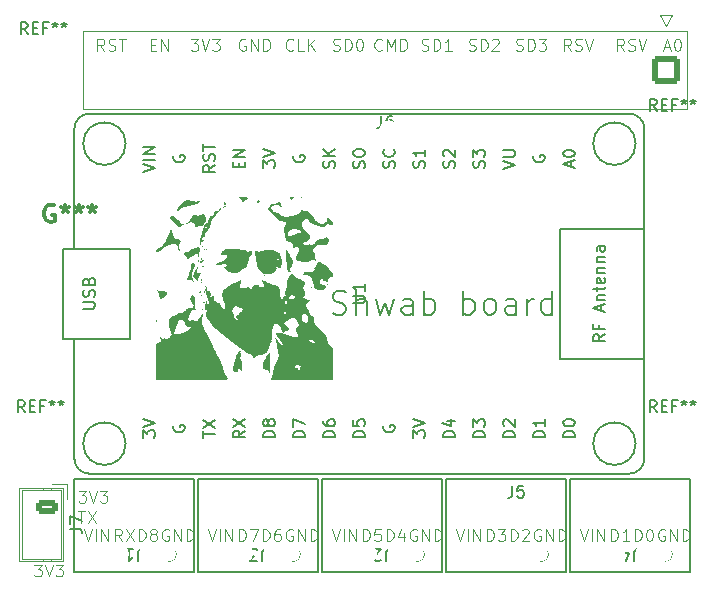
<source format=gbr>
%TF.GenerationSoftware,KiCad,Pcbnew,8.0.5*%
%TF.CreationDate,2025-03-25T20:51:19-04:00*%
%TF.ProjectId,Microcontroller boards,4d696372-6f63-46f6-9e74-726f6c6c6572,rev?*%
%TF.SameCoordinates,Original*%
%TF.FileFunction,Legend,Top*%
%TF.FilePolarity,Positive*%
%FSLAX46Y46*%
G04 Gerber Fmt 4.6, Leading zero omitted, Abs format (unit mm)*
G04 Created by KiCad (PCBNEW 8.0.5) date 2025-03-25 20:51:19*
%MOMM*%
%LPD*%
G01*
G04 APERTURE LIST*
G04 Aperture macros list*
%AMRoundRect*
0 Rectangle with rounded corners*
0 $1 Rounding radius*
0 $2 $3 $4 $5 $6 $7 $8 $9 X,Y pos of 4 corners*
0 Add a 4 corners polygon primitive as box body*
4,1,4,$2,$3,$4,$5,$6,$7,$8,$9,$2,$3,0*
0 Add four circle primitives for the rounded corners*
1,1,$1+$1,$2,$3*
1,1,$1+$1,$4,$5*
1,1,$1+$1,$6,$7*
1,1,$1+$1,$8,$9*
0 Add four rect primitives between the rounded corners*
20,1,$1+$1,$2,$3,$4,$5,0*
20,1,$1+$1,$4,$5,$6,$7,0*
20,1,$1+$1,$6,$7,$8,$9,0*
20,1,$1+$1,$8,$9,$2,$3,0*%
G04 Aperture macros list end*
%ADD10C,0.100000*%
%ADD11C,0.200000*%
%ADD12C,0.150000*%
%ADD13C,0.300000*%
%ADD14C,0.120000*%
%ADD15C,0.000000*%
%ADD16C,0.152400*%
%ADD17C,0.508000*%
%ADD18C,1.524000*%
%ADD19C,2.100000*%
%ADD20RoundRect,0.250000X-0.685000X0.335000X-0.685000X-0.335000X0.685000X-0.335000X0.685000X0.335000X0*%
%ADD21O,1.870000X1.170000*%
%ADD22RoundRect,0.250001X0.949999X0.949999X-0.949999X0.949999X-0.949999X-0.949999X0.949999X-0.949999X0*%
%ADD23C,2.400000*%
%ADD24C,1.270000*%
G04 APERTURE END LIST*
D10*
X106857693Y-111200038D02*
X106762455Y-111152419D01*
X106762455Y-111152419D02*
X106619598Y-111152419D01*
X106619598Y-111152419D02*
X106476741Y-111200038D01*
X106476741Y-111200038D02*
X106381503Y-111295276D01*
X106381503Y-111295276D02*
X106333884Y-111390514D01*
X106333884Y-111390514D02*
X106286265Y-111580990D01*
X106286265Y-111580990D02*
X106286265Y-111723847D01*
X106286265Y-111723847D02*
X106333884Y-111914323D01*
X106333884Y-111914323D02*
X106381503Y-112009561D01*
X106381503Y-112009561D02*
X106476741Y-112104800D01*
X106476741Y-112104800D02*
X106619598Y-112152419D01*
X106619598Y-112152419D02*
X106714836Y-112152419D01*
X106714836Y-112152419D02*
X106857693Y-112104800D01*
X106857693Y-112104800D02*
X106905312Y-112057180D01*
X106905312Y-112057180D02*
X106905312Y-111723847D01*
X106905312Y-111723847D02*
X106714836Y-111723847D01*
X107333884Y-112152419D02*
X107333884Y-111152419D01*
X107333884Y-111152419D02*
X107905312Y-112152419D01*
X107905312Y-112152419D02*
X107905312Y-111152419D01*
X108381503Y-112152419D02*
X108381503Y-111152419D01*
X108381503Y-111152419D02*
X108619598Y-111152419D01*
X108619598Y-111152419D02*
X108762455Y-111200038D01*
X108762455Y-111200038D02*
X108857693Y-111295276D01*
X108857693Y-111295276D02*
X108905312Y-111390514D01*
X108905312Y-111390514D02*
X108952931Y-111580990D01*
X108952931Y-111580990D02*
X108952931Y-111723847D01*
X108952931Y-111723847D02*
X108905312Y-111914323D01*
X108905312Y-111914323D02*
X108857693Y-112009561D01*
X108857693Y-112009561D02*
X108762455Y-112104800D01*
X108762455Y-112104800D02*
X108619598Y-112152419D01*
X108619598Y-112152419D02*
X108381503Y-112152419D01*
X110191027Y-111152419D02*
X110524360Y-112152419D01*
X110524360Y-112152419D02*
X110857693Y-111152419D01*
X111191027Y-112152419D02*
X111191027Y-111152419D01*
X111667217Y-112152419D02*
X111667217Y-111152419D01*
X111667217Y-111152419D02*
X112238645Y-112152419D01*
X112238645Y-112152419D02*
X112238645Y-111152419D01*
X99691027Y-111152419D02*
X100024360Y-112152419D01*
X100024360Y-112152419D02*
X100357693Y-111152419D01*
X100691027Y-112152419D02*
X100691027Y-111152419D01*
X101167217Y-112152419D02*
X101167217Y-111152419D01*
X101167217Y-111152419D02*
X101738645Y-112152419D01*
X101738645Y-112152419D02*
X101738645Y-111152419D01*
X125333884Y-112152419D02*
X125333884Y-111152419D01*
X125333884Y-111152419D02*
X125571979Y-111152419D01*
X125571979Y-111152419D02*
X125714836Y-111200038D01*
X125714836Y-111200038D02*
X125810074Y-111295276D01*
X125810074Y-111295276D02*
X125857693Y-111390514D01*
X125857693Y-111390514D02*
X125905312Y-111580990D01*
X125905312Y-111580990D02*
X125905312Y-111723847D01*
X125905312Y-111723847D02*
X125857693Y-111914323D01*
X125857693Y-111914323D02*
X125810074Y-112009561D01*
X125810074Y-112009561D02*
X125714836Y-112104800D01*
X125714836Y-112104800D02*
X125571979Y-112152419D01*
X125571979Y-112152419D02*
X125333884Y-112152419D01*
X126762455Y-111485752D02*
X126762455Y-112152419D01*
X126524360Y-111104800D02*
X126286265Y-111819085D01*
X126286265Y-111819085D02*
X126905312Y-111819085D01*
X135833884Y-112152419D02*
X135833884Y-111152419D01*
X135833884Y-111152419D02*
X136071979Y-111152419D01*
X136071979Y-111152419D02*
X136214836Y-111200038D01*
X136214836Y-111200038D02*
X136310074Y-111295276D01*
X136310074Y-111295276D02*
X136357693Y-111390514D01*
X136357693Y-111390514D02*
X136405312Y-111580990D01*
X136405312Y-111580990D02*
X136405312Y-111723847D01*
X136405312Y-111723847D02*
X136357693Y-111914323D01*
X136357693Y-111914323D02*
X136310074Y-112009561D01*
X136310074Y-112009561D02*
X136214836Y-112104800D01*
X136214836Y-112104800D02*
X136071979Y-112152419D01*
X136071979Y-112152419D02*
X135833884Y-112152419D01*
X136786265Y-111247657D02*
X136833884Y-111200038D01*
X136833884Y-111200038D02*
X136929122Y-111152419D01*
X136929122Y-111152419D02*
X137167217Y-111152419D01*
X137167217Y-111152419D02*
X137262455Y-111200038D01*
X137262455Y-111200038D02*
X137310074Y-111247657D01*
X137310074Y-111247657D02*
X137357693Y-111342895D01*
X137357693Y-111342895D02*
X137357693Y-111438133D01*
X137357693Y-111438133D02*
X137310074Y-111580990D01*
X137310074Y-111580990D02*
X136738646Y-112152419D01*
X136738646Y-112152419D02*
X137357693Y-112152419D01*
X99191027Y-109652419D02*
X99762455Y-109652419D01*
X99476741Y-110652419D02*
X99476741Y-109652419D01*
X100000551Y-109652419D02*
X100667217Y-110652419D01*
X100667217Y-109652419D02*
X100000551Y-110652419D01*
X95488646Y-114152419D02*
X96107693Y-114152419D01*
X96107693Y-114152419D02*
X95774360Y-114533371D01*
X95774360Y-114533371D02*
X95917217Y-114533371D01*
X95917217Y-114533371D02*
X96012455Y-114580990D01*
X96012455Y-114580990D02*
X96060074Y-114628609D01*
X96060074Y-114628609D02*
X96107693Y-114723847D01*
X96107693Y-114723847D02*
X96107693Y-114961942D01*
X96107693Y-114961942D02*
X96060074Y-115057180D01*
X96060074Y-115057180D02*
X96012455Y-115104800D01*
X96012455Y-115104800D02*
X95917217Y-115152419D01*
X95917217Y-115152419D02*
X95631503Y-115152419D01*
X95631503Y-115152419D02*
X95536265Y-115104800D01*
X95536265Y-115104800D02*
X95488646Y-115057180D01*
X96393408Y-114152419D02*
X96726741Y-115152419D01*
X96726741Y-115152419D02*
X97060074Y-114152419D01*
X97298170Y-114152419D02*
X97917217Y-114152419D01*
X97917217Y-114152419D02*
X97583884Y-114533371D01*
X97583884Y-114533371D02*
X97726741Y-114533371D01*
X97726741Y-114533371D02*
X97821979Y-114580990D01*
X97821979Y-114580990D02*
X97869598Y-114628609D01*
X97869598Y-114628609D02*
X97917217Y-114723847D01*
X97917217Y-114723847D02*
X97917217Y-114961942D01*
X97917217Y-114961942D02*
X97869598Y-115057180D01*
X97869598Y-115057180D02*
X97821979Y-115104800D01*
X97821979Y-115104800D02*
X97726741Y-115152419D01*
X97726741Y-115152419D02*
X97441027Y-115152419D01*
X97441027Y-115152419D02*
X97345789Y-115104800D01*
X97345789Y-115104800D02*
X97298170Y-115057180D01*
X128286265Y-70604800D02*
X128429122Y-70652419D01*
X128429122Y-70652419D02*
X128667217Y-70652419D01*
X128667217Y-70652419D02*
X128762455Y-70604800D01*
X128762455Y-70604800D02*
X128810074Y-70557180D01*
X128810074Y-70557180D02*
X128857693Y-70461942D01*
X128857693Y-70461942D02*
X128857693Y-70366704D01*
X128857693Y-70366704D02*
X128810074Y-70271466D01*
X128810074Y-70271466D02*
X128762455Y-70223847D01*
X128762455Y-70223847D02*
X128667217Y-70176228D01*
X128667217Y-70176228D02*
X128476741Y-70128609D01*
X128476741Y-70128609D02*
X128381503Y-70080990D01*
X128381503Y-70080990D02*
X128333884Y-70033371D01*
X128333884Y-70033371D02*
X128286265Y-69938133D01*
X128286265Y-69938133D02*
X128286265Y-69842895D01*
X128286265Y-69842895D02*
X128333884Y-69747657D01*
X128333884Y-69747657D02*
X128381503Y-69700038D01*
X128381503Y-69700038D02*
X128476741Y-69652419D01*
X128476741Y-69652419D02*
X128714836Y-69652419D01*
X128714836Y-69652419D02*
X128857693Y-69700038D01*
X129286265Y-70652419D02*
X129286265Y-69652419D01*
X129286265Y-69652419D02*
X129524360Y-69652419D01*
X129524360Y-69652419D02*
X129667217Y-69700038D01*
X129667217Y-69700038D02*
X129762455Y-69795276D01*
X129762455Y-69795276D02*
X129810074Y-69890514D01*
X129810074Y-69890514D02*
X129857693Y-70080990D01*
X129857693Y-70080990D02*
X129857693Y-70223847D01*
X129857693Y-70223847D02*
X129810074Y-70414323D01*
X129810074Y-70414323D02*
X129762455Y-70509561D01*
X129762455Y-70509561D02*
X129667217Y-70604800D01*
X129667217Y-70604800D02*
X129524360Y-70652419D01*
X129524360Y-70652419D02*
X129286265Y-70652419D01*
X130810074Y-70652419D02*
X130238646Y-70652419D01*
X130524360Y-70652419D02*
X130524360Y-69652419D01*
X130524360Y-69652419D02*
X130429122Y-69795276D01*
X130429122Y-69795276D02*
X130333884Y-69890514D01*
X130333884Y-69890514D02*
X130238646Y-69938133D01*
X99238646Y-107902419D02*
X99857693Y-107902419D01*
X99857693Y-107902419D02*
X99524360Y-108283371D01*
X99524360Y-108283371D02*
X99667217Y-108283371D01*
X99667217Y-108283371D02*
X99762455Y-108330990D01*
X99762455Y-108330990D02*
X99810074Y-108378609D01*
X99810074Y-108378609D02*
X99857693Y-108473847D01*
X99857693Y-108473847D02*
X99857693Y-108711942D01*
X99857693Y-108711942D02*
X99810074Y-108807180D01*
X99810074Y-108807180D02*
X99762455Y-108854800D01*
X99762455Y-108854800D02*
X99667217Y-108902419D01*
X99667217Y-108902419D02*
X99381503Y-108902419D01*
X99381503Y-108902419D02*
X99286265Y-108854800D01*
X99286265Y-108854800D02*
X99238646Y-108807180D01*
X100143408Y-107902419D02*
X100476741Y-108902419D01*
X100476741Y-108902419D02*
X100810074Y-107902419D01*
X101048170Y-107902419D02*
X101667217Y-107902419D01*
X101667217Y-107902419D02*
X101333884Y-108283371D01*
X101333884Y-108283371D02*
X101476741Y-108283371D01*
X101476741Y-108283371D02*
X101571979Y-108330990D01*
X101571979Y-108330990D02*
X101619598Y-108378609D01*
X101619598Y-108378609D02*
X101667217Y-108473847D01*
X101667217Y-108473847D02*
X101667217Y-108711942D01*
X101667217Y-108711942D02*
X101619598Y-108807180D01*
X101619598Y-108807180D02*
X101571979Y-108854800D01*
X101571979Y-108854800D02*
X101476741Y-108902419D01*
X101476741Y-108902419D02*
X101191027Y-108902419D01*
X101191027Y-108902419D02*
X101095789Y-108854800D01*
X101095789Y-108854800D02*
X101048170Y-108807180D01*
X120691027Y-111152419D02*
X121024360Y-112152419D01*
X121024360Y-112152419D02*
X121357693Y-111152419D01*
X121691027Y-112152419D02*
X121691027Y-111152419D01*
X122167217Y-112152419D02*
X122167217Y-111152419D01*
X122167217Y-111152419D02*
X122738645Y-112152419D01*
X122738645Y-112152419D02*
X122738645Y-111152419D01*
X131191027Y-111152419D02*
X131524360Y-112152419D01*
X131524360Y-112152419D02*
X131857693Y-111152419D01*
X132191027Y-112152419D02*
X132191027Y-111152419D01*
X132667217Y-112152419D02*
X132667217Y-111152419D01*
X132667217Y-111152419D02*
X133238645Y-112152419D01*
X133238645Y-112152419D02*
X133238645Y-111152419D01*
X140905312Y-70652419D02*
X140571979Y-70176228D01*
X140333884Y-70652419D02*
X140333884Y-69652419D01*
X140333884Y-69652419D02*
X140714836Y-69652419D01*
X140714836Y-69652419D02*
X140810074Y-69700038D01*
X140810074Y-69700038D02*
X140857693Y-69747657D01*
X140857693Y-69747657D02*
X140905312Y-69842895D01*
X140905312Y-69842895D02*
X140905312Y-69985752D01*
X140905312Y-69985752D02*
X140857693Y-70080990D01*
X140857693Y-70080990D02*
X140810074Y-70128609D01*
X140810074Y-70128609D02*
X140714836Y-70176228D01*
X140714836Y-70176228D02*
X140333884Y-70176228D01*
X141286265Y-70604800D02*
X141429122Y-70652419D01*
X141429122Y-70652419D02*
X141667217Y-70652419D01*
X141667217Y-70652419D02*
X141762455Y-70604800D01*
X141762455Y-70604800D02*
X141810074Y-70557180D01*
X141810074Y-70557180D02*
X141857693Y-70461942D01*
X141857693Y-70461942D02*
X141857693Y-70366704D01*
X141857693Y-70366704D02*
X141810074Y-70271466D01*
X141810074Y-70271466D02*
X141762455Y-70223847D01*
X141762455Y-70223847D02*
X141667217Y-70176228D01*
X141667217Y-70176228D02*
X141476741Y-70128609D01*
X141476741Y-70128609D02*
X141381503Y-70080990D01*
X141381503Y-70080990D02*
X141333884Y-70033371D01*
X141333884Y-70033371D02*
X141286265Y-69938133D01*
X141286265Y-69938133D02*
X141286265Y-69842895D01*
X141286265Y-69842895D02*
X141333884Y-69747657D01*
X141333884Y-69747657D02*
X141381503Y-69700038D01*
X141381503Y-69700038D02*
X141476741Y-69652419D01*
X141476741Y-69652419D02*
X141714836Y-69652419D01*
X141714836Y-69652419D02*
X141857693Y-69700038D01*
X142143408Y-69652419D02*
X142476741Y-70652419D01*
X142476741Y-70652419D02*
X142810074Y-69652419D01*
X114833884Y-112152419D02*
X114833884Y-111152419D01*
X114833884Y-111152419D02*
X115071979Y-111152419D01*
X115071979Y-111152419D02*
X115214836Y-111200038D01*
X115214836Y-111200038D02*
X115310074Y-111295276D01*
X115310074Y-111295276D02*
X115357693Y-111390514D01*
X115357693Y-111390514D02*
X115405312Y-111580990D01*
X115405312Y-111580990D02*
X115405312Y-111723847D01*
X115405312Y-111723847D02*
X115357693Y-111914323D01*
X115357693Y-111914323D02*
X115310074Y-112009561D01*
X115310074Y-112009561D02*
X115214836Y-112104800D01*
X115214836Y-112104800D02*
X115071979Y-112152419D01*
X115071979Y-112152419D02*
X114833884Y-112152419D01*
X116262455Y-111152419D02*
X116071979Y-111152419D01*
X116071979Y-111152419D02*
X115976741Y-111200038D01*
X115976741Y-111200038D02*
X115929122Y-111247657D01*
X115929122Y-111247657D02*
X115833884Y-111390514D01*
X115833884Y-111390514D02*
X115786265Y-111580990D01*
X115786265Y-111580990D02*
X115786265Y-111961942D01*
X115786265Y-111961942D02*
X115833884Y-112057180D01*
X115833884Y-112057180D02*
X115881503Y-112104800D01*
X115881503Y-112104800D02*
X115976741Y-112152419D01*
X115976741Y-112152419D02*
X116167217Y-112152419D01*
X116167217Y-112152419D02*
X116262455Y-112104800D01*
X116262455Y-112104800D02*
X116310074Y-112057180D01*
X116310074Y-112057180D02*
X116357693Y-111961942D01*
X116357693Y-111961942D02*
X116357693Y-111723847D01*
X116357693Y-111723847D02*
X116310074Y-111628609D01*
X116310074Y-111628609D02*
X116262455Y-111580990D01*
X116262455Y-111580990D02*
X116167217Y-111533371D01*
X116167217Y-111533371D02*
X115976741Y-111533371D01*
X115976741Y-111533371D02*
X115881503Y-111580990D01*
X115881503Y-111580990D02*
X115833884Y-111628609D01*
X115833884Y-111628609D02*
X115786265Y-111723847D01*
X145405312Y-70652419D02*
X145071979Y-70176228D01*
X144833884Y-70652419D02*
X144833884Y-69652419D01*
X144833884Y-69652419D02*
X145214836Y-69652419D01*
X145214836Y-69652419D02*
X145310074Y-69700038D01*
X145310074Y-69700038D02*
X145357693Y-69747657D01*
X145357693Y-69747657D02*
X145405312Y-69842895D01*
X145405312Y-69842895D02*
X145405312Y-69985752D01*
X145405312Y-69985752D02*
X145357693Y-70080990D01*
X145357693Y-70080990D02*
X145310074Y-70128609D01*
X145310074Y-70128609D02*
X145214836Y-70176228D01*
X145214836Y-70176228D02*
X144833884Y-70176228D01*
X145786265Y-70604800D02*
X145929122Y-70652419D01*
X145929122Y-70652419D02*
X146167217Y-70652419D01*
X146167217Y-70652419D02*
X146262455Y-70604800D01*
X146262455Y-70604800D02*
X146310074Y-70557180D01*
X146310074Y-70557180D02*
X146357693Y-70461942D01*
X146357693Y-70461942D02*
X146357693Y-70366704D01*
X146357693Y-70366704D02*
X146310074Y-70271466D01*
X146310074Y-70271466D02*
X146262455Y-70223847D01*
X146262455Y-70223847D02*
X146167217Y-70176228D01*
X146167217Y-70176228D02*
X145976741Y-70128609D01*
X145976741Y-70128609D02*
X145881503Y-70080990D01*
X145881503Y-70080990D02*
X145833884Y-70033371D01*
X145833884Y-70033371D02*
X145786265Y-69938133D01*
X145786265Y-69938133D02*
X145786265Y-69842895D01*
X145786265Y-69842895D02*
X145833884Y-69747657D01*
X145833884Y-69747657D02*
X145881503Y-69700038D01*
X145881503Y-69700038D02*
X145976741Y-69652419D01*
X145976741Y-69652419D02*
X146214836Y-69652419D01*
X146214836Y-69652419D02*
X146357693Y-69700038D01*
X146643408Y-69652419D02*
X146976741Y-70652419D01*
X146976741Y-70652419D02*
X147310074Y-69652419D01*
X108738646Y-69652419D02*
X109357693Y-69652419D01*
X109357693Y-69652419D02*
X109024360Y-70033371D01*
X109024360Y-70033371D02*
X109167217Y-70033371D01*
X109167217Y-70033371D02*
X109262455Y-70080990D01*
X109262455Y-70080990D02*
X109310074Y-70128609D01*
X109310074Y-70128609D02*
X109357693Y-70223847D01*
X109357693Y-70223847D02*
X109357693Y-70461942D01*
X109357693Y-70461942D02*
X109310074Y-70557180D01*
X109310074Y-70557180D02*
X109262455Y-70604800D01*
X109262455Y-70604800D02*
X109167217Y-70652419D01*
X109167217Y-70652419D02*
X108881503Y-70652419D01*
X108881503Y-70652419D02*
X108786265Y-70604800D01*
X108786265Y-70604800D02*
X108738646Y-70557180D01*
X109643408Y-69652419D02*
X109976741Y-70652419D01*
X109976741Y-70652419D02*
X110310074Y-69652419D01*
X110548170Y-69652419D02*
X111167217Y-69652419D01*
X111167217Y-69652419D02*
X110833884Y-70033371D01*
X110833884Y-70033371D02*
X110976741Y-70033371D01*
X110976741Y-70033371D02*
X111071979Y-70080990D01*
X111071979Y-70080990D02*
X111119598Y-70128609D01*
X111119598Y-70128609D02*
X111167217Y-70223847D01*
X111167217Y-70223847D02*
X111167217Y-70461942D01*
X111167217Y-70461942D02*
X111119598Y-70557180D01*
X111119598Y-70557180D02*
X111071979Y-70604800D01*
X111071979Y-70604800D02*
X110976741Y-70652419D01*
X110976741Y-70652419D02*
X110691027Y-70652419D01*
X110691027Y-70652419D02*
X110595789Y-70604800D01*
X110595789Y-70604800D02*
X110548170Y-70557180D01*
D11*
X120762530Y-92899600D02*
X121048244Y-92994838D01*
X121048244Y-92994838D02*
X121524435Y-92994838D01*
X121524435Y-92994838D02*
X121714911Y-92899600D01*
X121714911Y-92899600D02*
X121810149Y-92804361D01*
X121810149Y-92804361D02*
X121905387Y-92613885D01*
X121905387Y-92613885D02*
X121905387Y-92423409D01*
X121905387Y-92423409D02*
X121810149Y-92232933D01*
X121810149Y-92232933D02*
X121714911Y-92137695D01*
X121714911Y-92137695D02*
X121524435Y-92042457D01*
X121524435Y-92042457D02*
X121143482Y-91947219D01*
X121143482Y-91947219D02*
X120953006Y-91851980D01*
X120953006Y-91851980D02*
X120857768Y-91756742D01*
X120857768Y-91756742D02*
X120762530Y-91566266D01*
X120762530Y-91566266D02*
X120762530Y-91375790D01*
X120762530Y-91375790D02*
X120857768Y-91185314D01*
X120857768Y-91185314D02*
X120953006Y-91090076D01*
X120953006Y-91090076D02*
X121143482Y-90994838D01*
X121143482Y-90994838D02*
X121619673Y-90994838D01*
X121619673Y-90994838D02*
X121905387Y-91090076D01*
X122762530Y-92994838D02*
X122762530Y-90994838D01*
X123619673Y-92994838D02*
X123619673Y-91947219D01*
X123619673Y-91947219D02*
X123524435Y-91756742D01*
X123524435Y-91756742D02*
X123333959Y-91661504D01*
X123333959Y-91661504D02*
X123048244Y-91661504D01*
X123048244Y-91661504D02*
X122857768Y-91756742D01*
X122857768Y-91756742D02*
X122762530Y-91851980D01*
X124381578Y-91661504D02*
X124762530Y-92994838D01*
X124762530Y-92994838D02*
X125143483Y-92042457D01*
X125143483Y-92042457D02*
X125524435Y-92994838D01*
X125524435Y-92994838D02*
X125905387Y-91661504D01*
X127524435Y-92994838D02*
X127524435Y-91947219D01*
X127524435Y-91947219D02*
X127429197Y-91756742D01*
X127429197Y-91756742D02*
X127238721Y-91661504D01*
X127238721Y-91661504D02*
X126857768Y-91661504D01*
X126857768Y-91661504D02*
X126667292Y-91756742D01*
X127524435Y-92899600D02*
X127333959Y-92994838D01*
X127333959Y-92994838D02*
X126857768Y-92994838D01*
X126857768Y-92994838D02*
X126667292Y-92899600D01*
X126667292Y-92899600D02*
X126572054Y-92709123D01*
X126572054Y-92709123D02*
X126572054Y-92518647D01*
X126572054Y-92518647D02*
X126667292Y-92328171D01*
X126667292Y-92328171D02*
X126857768Y-92232933D01*
X126857768Y-92232933D02*
X127333959Y-92232933D01*
X127333959Y-92232933D02*
X127524435Y-92137695D01*
X128476816Y-92994838D02*
X128476816Y-90994838D01*
X128476816Y-91756742D02*
X128667292Y-91661504D01*
X128667292Y-91661504D02*
X129048245Y-91661504D01*
X129048245Y-91661504D02*
X129238721Y-91756742D01*
X129238721Y-91756742D02*
X129333959Y-91851980D01*
X129333959Y-91851980D02*
X129429197Y-92042457D01*
X129429197Y-92042457D02*
X129429197Y-92613885D01*
X129429197Y-92613885D02*
X129333959Y-92804361D01*
X129333959Y-92804361D02*
X129238721Y-92899600D01*
X129238721Y-92899600D02*
X129048245Y-92994838D01*
X129048245Y-92994838D02*
X128667292Y-92994838D01*
X128667292Y-92994838D02*
X128476816Y-92899600D01*
X131810150Y-92994838D02*
X131810150Y-90994838D01*
X131810150Y-91756742D02*
X132000626Y-91661504D01*
X132000626Y-91661504D02*
X132381579Y-91661504D01*
X132381579Y-91661504D02*
X132572055Y-91756742D01*
X132572055Y-91756742D02*
X132667293Y-91851980D01*
X132667293Y-91851980D02*
X132762531Y-92042457D01*
X132762531Y-92042457D02*
X132762531Y-92613885D01*
X132762531Y-92613885D02*
X132667293Y-92804361D01*
X132667293Y-92804361D02*
X132572055Y-92899600D01*
X132572055Y-92899600D02*
X132381579Y-92994838D01*
X132381579Y-92994838D02*
X132000626Y-92994838D01*
X132000626Y-92994838D02*
X131810150Y-92899600D01*
X133905388Y-92994838D02*
X133714912Y-92899600D01*
X133714912Y-92899600D02*
X133619674Y-92804361D01*
X133619674Y-92804361D02*
X133524436Y-92613885D01*
X133524436Y-92613885D02*
X133524436Y-92042457D01*
X133524436Y-92042457D02*
X133619674Y-91851980D01*
X133619674Y-91851980D02*
X133714912Y-91756742D01*
X133714912Y-91756742D02*
X133905388Y-91661504D01*
X133905388Y-91661504D02*
X134191103Y-91661504D01*
X134191103Y-91661504D02*
X134381579Y-91756742D01*
X134381579Y-91756742D02*
X134476817Y-91851980D01*
X134476817Y-91851980D02*
X134572055Y-92042457D01*
X134572055Y-92042457D02*
X134572055Y-92613885D01*
X134572055Y-92613885D02*
X134476817Y-92804361D01*
X134476817Y-92804361D02*
X134381579Y-92899600D01*
X134381579Y-92899600D02*
X134191103Y-92994838D01*
X134191103Y-92994838D02*
X133905388Y-92994838D01*
X136286341Y-92994838D02*
X136286341Y-91947219D01*
X136286341Y-91947219D02*
X136191103Y-91756742D01*
X136191103Y-91756742D02*
X136000627Y-91661504D01*
X136000627Y-91661504D02*
X135619674Y-91661504D01*
X135619674Y-91661504D02*
X135429198Y-91756742D01*
X136286341Y-92899600D02*
X136095865Y-92994838D01*
X136095865Y-92994838D02*
X135619674Y-92994838D01*
X135619674Y-92994838D02*
X135429198Y-92899600D01*
X135429198Y-92899600D02*
X135333960Y-92709123D01*
X135333960Y-92709123D02*
X135333960Y-92518647D01*
X135333960Y-92518647D02*
X135429198Y-92328171D01*
X135429198Y-92328171D02*
X135619674Y-92232933D01*
X135619674Y-92232933D02*
X136095865Y-92232933D01*
X136095865Y-92232933D02*
X136286341Y-92137695D01*
X137238722Y-92994838D02*
X137238722Y-91661504D01*
X137238722Y-92042457D02*
X137333960Y-91851980D01*
X137333960Y-91851980D02*
X137429198Y-91756742D01*
X137429198Y-91756742D02*
X137619674Y-91661504D01*
X137619674Y-91661504D02*
X137810151Y-91661504D01*
X139333960Y-92994838D02*
X139333960Y-90994838D01*
X139333960Y-92899600D02*
X139143484Y-92994838D01*
X139143484Y-92994838D02*
X138762531Y-92994838D01*
X138762531Y-92994838D02*
X138572055Y-92899600D01*
X138572055Y-92899600D02*
X138476817Y-92804361D01*
X138476817Y-92804361D02*
X138381579Y-92613885D01*
X138381579Y-92613885D02*
X138381579Y-92042457D01*
X138381579Y-92042457D02*
X138476817Y-91851980D01*
X138476817Y-91851980D02*
X138572055Y-91756742D01*
X138572055Y-91756742D02*
X138762531Y-91661504D01*
X138762531Y-91661504D02*
X139143484Y-91661504D01*
X139143484Y-91661504D02*
X139333960Y-91756742D01*
D10*
X148857693Y-111200038D02*
X148762455Y-111152419D01*
X148762455Y-111152419D02*
X148619598Y-111152419D01*
X148619598Y-111152419D02*
X148476741Y-111200038D01*
X148476741Y-111200038D02*
X148381503Y-111295276D01*
X148381503Y-111295276D02*
X148333884Y-111390514D01*
X148333884Y-111390514D02*
X148286265Y-111580990D01*
X148286265Y-111580990D02*
X148286265Y-111723847D01*
X148286265Y-111723847D02*
X148333884Y-111914323D01*
X148333884Y-111914323D02*
X148381503Y-112009561D01*
X148381503Y-112009561D02*
X148476741Y-112104800D01*
X148476741Y-112104800D02*
X148619598Y-112152419D01*
X148619598Y-112152419D02*
X148714836Y-112152419D01*
X148714836Y-112152419D02*
X148857693Y-112104800D01*
X148857693Y-112104800D02*
X148905312Y-112057180D01*
X148905312Y-112057180D02*
X148905312Y-111723847D01*
X148905312Y-111723847D02*
X148714836Y-111723847D01*
X149333884Y-112152419D02*
X149333884Y-111152419D01*
X149333884Y-111152419D02*
X149905312Y-112152419D01*
X149905312Y-112152419D02*
X149905312Y-111152419D01*
X150381503Y-112152419D02*
X150381503Y-111152419D01*
X150381503Y-111152419D02*
X150619598Y-111152419D01*
X150619598Y-111152419D02*
X150762455Y-111200038D01*
X150762455Y-111200038D02*
X150857693Y-111295276D01*
X150857693Y-111295276D02*
X150905312Y-111390514D01*
X150905312Y-111390514D02*
X150952931Y-111580990D01*
X150952931Y-111580990D02*
X150952931Y-111723847D01*
X150952931Y-111723847D02*
X150905312Y-111914323D01*
X150905312Y-111914323D02*
X150857693Y-112009561D01*
X150857693Y-112009561D02*
X150762455Y-112104800D01*
X150762455Y-112104800D02*
X150619598Y-112152419D01*
X150619598Y-112152419D02*
X150381503Y-112152419D01*
X117405312Y-70557180D02*
X117357693Y-70604800D01*
X117357693Y-70604800D02*
X117214836Y-70652419D01*
X117214836Y-70652419D02*
X117119598Y-70652419D01*
X117119598Y-70652419D02*
X116976741Y-70604800D01*
X116976741Y-70604800D02*
X116881503Y-70509561D01*
X116881503Y-70509561D02*
X116833884Y-70414323D01*
X116833884Y-70414323D02*
X116786265Y-70223847D01*
X116786265Y-70223847D02*
X116786265Y-70080990D01*
X116786265Y-70080990D02*
X116833884Y-69890514D01*
X116833884Y-69890514D02*
X116881503Y-69795276D01*
X116881503Y-69795276D02*
X116976741Y-69700038D01*
X116976741Y-69700038D02*
X117119598Y-69652419D01*
X117119598Y-69652419D02*
X117214836Y-69652419D01*
X117214836Y-69652419D02*
X117357693Y-69700038D01*
X117357693Y-69700038D02*
X117405312Y-69747657D01*
X118310074Y-70652419D02*
X117833884Y-70652419D01*
X117833884Y-70652419D02*
X117833884Y-69652419D01*
X118643408Y-70652419D02*
X118643408Y-69652419D01*
X119214836Y-70652419D02*
X118786265Y-70080990D01*
X119214836Y-69652419D02*
X118643408Y-70223847D01*
X101405312Y-70652419D02*
X101071979Y-70176228D01*
X100833884Y-70652419D02*
X100833884Y-69652419D01*
X100833884Y-69652419D02*
X101214836Y-69652419D01*
X101214836Y-69652419D02*
X101310074Y-69700038D01*
X101310074Y-69700038D02*
X101357693Y-69747657D01*
X101357693Y-69747657D02*
X101405312Y-69842895D01*
X101405312Y-69842895D02*
X101405312Y-69985752D01*
X101405312Y-69985752D02*
X101357693Y-70080990D01*
X101357693Y-70080990D02*
X101310074Y-70128609D01*
X101310074Y-70128609D02*
X101214836Y-70176228D01*
X101214836Y-70176228D02*
X100833884Y-70176228D01*
X101786265Y-70604800D02*
X101929122Y-70652419D01*
X101929122Y-70652419D02*
X102167217Y-70652419D01*
X102167217Y-70652419D02*
X102262455Y-70604800D01*
X102262455Y-70604800D02*
X102310074Y-70557180D01*
X102310074Y-70557180D02*
X102357693Y-70461942D01*
X102357693Y-70461942D02*
X102357693Y-70366704D01*
X102357693Y-70366704D02*
X102310074Y-70271466D01*
X102310074Y-70271466D02*
X102262455Y-70223847D01*
X102262455Y-70223847D02*
X102167217Y-70176228D01*
X102167217Y-70176228D02*
X101976741Y-70128609D01*
X101976741Y-70128609D02*
X101881503Y-70080990D01*
X101881503Y-70080990D02*
X101833884Y-70033371D01*
X101833884Y-70033371D02*
X101786265Y-69938133D01*
X101786265Y-69938133D02*
X101786265Y-69842895D01*
X101786265Y-69842895D02*
X101833884Y-69747657D01*
X101833884Y-69747657D02*
X101881503Y-69700038D01*
X101881503Y-69700038D02*
X101976741Y-69652419D01*
X101976741Y-69652419D02*
X102214836Y-69652419D01*
X102214836Y-69652419D02*
X102357693Y-69700038D01*
X102643408Y-69652419D02*
X103214836Y-69652419D01*
X102929122Y-70652419D02*
X102929122Y-69652419D01*
X117357693Y-111200038D02*
X117262455Y-111152419D01*
X117262455Y-111152419D02*
X117119598Y-111152419D01*
X117119598Y-111152419D02*
X116976741Y-111200038D01*
X116976741Y-111200038D02*
X116881503Y-111295276D01*
X116881503Y-111295276D02*
X116833884Y-111390514D01*
X116833884Y-111390514D02*
X116786265Y-111580990D01*
X116786265Y-111580990D02*
X116786265Y-111723847D01*
X116786265Y-111723847D02*
X116833884Y-111914323D01*
X116833884Y-111914323D02*
X116881503Y-112009561D01*
X116881503Y-112009561D02*
X116976741Y-112104800D01*
X116976741Y-112104800D02*
X117119598Y-112152419D01*
X117119598Y-112152419D02*
X117214836Y-112152419D01*
X117214836Y-112152419D02*
X117357693Y-112104800D01*
X117357693Y-112104800D02*
X117405312Y-112057180D01*
X117405312Y-112057180D02*
X117405312Y-111723847D01*
X117405312Y-111723847D02*
X117214836Y-111723847D01*
X117833884Y-112152419D02*
X117833884Y-111152419D01*
X117833884Y-111152419D02*
X118405312Y-112152419D01*
X118405312Y-112152419D02*
X118405312Y-111152419D01*
X118881503Y-112152419D02*
X118881503Y-111152419D01*
X118881503Y-111152419D02*
X119119598Y-111152419D01*
X119119598Y-111152419D02*
X119262455Y-111200038D01*
X119262455Y-111200038D02*
X119357693Y-111295276D01*
X119357693Y-111295276D02*
X119405312Y-111390514D01*
X119405312Y-111390514D02*
X119452931Y-111580990D01*
X119452931Y-111580990D02*
X119452931Y-111723847D01*
X119452931Y-111723847D02*
X119405312Y-111914323D01*
X119405312Y-111914323D02*
X119357693Y-112009561D01*
X119357693Y-112009561D02*
X119262455Y-112104800D01*
X119262455Y-112104800D02*
X119119598Y-112152419D01*
X119119598Y-112152419D02*
X118881503Y-112152419D01*
X144333884Y-112152419D02*
X144333884Y-111152419D01*
X144333884Y-111152419D02*
X144571979Y-111152419D01*
X144571979Y-111152419D02*
X144714836Y-111200038D01*
X144714836Y-111200038D02*
X144810074Y-111295276D01*
X144810074Y-111295276D02*
X144857693Y-111390514D01*
X144857693Y-111390514D02*
X144905312Y-111580990D01*
X144905312Y-111580990D02*
X144905312Y-111723847D01*
X144905312Y-111723847D02*
X144857693Y-111914323D01*
X144857693Y-111914323D02*
X144810074Y-112009561D01*
X144810074Y-112009561D02*
X144714836Y-112104800D01*
X144714836Y-112104800D02*
X144571979Y-112152419D01*
X144571979Y-112152419D02*
X144333884Y-112152419D01*
X145857693Y-112152419D02*
X145286265Y-112152419D01*
X145571979Y-112152419D02*
X145571979Y-111152419D01*
X145571979Y-111152419D02*
X145476741Y-111295276D01*
X145476741Y-111295276D02*
X145381503Y-111390514D01*
X145381503Y-111390514D02*
X145286265Y-111438133D01*
X120786265Y-70604800D02*
X120929122Y-70652419D01*
X120929122Y-70652419D02*
X121167217Y-70652419D01*
X121167217Y-70652419D02*
X121262455Y-70604800D01*
X121262455Y-70604800D02*
X121310074Y-70557180D01*
X121310074Y-70557180D02*
X121357693Y-70461942D01*
X121357693Y-70461942D02*
X121357693Y-70366704D01*
X121357693Y-70366704D02*
X121310074Y-70271466D01*
X121310074Y-70271466D02*
X121262455Y-70223847D01*
X121262455Y-70223847D02*
X121167217Y-70176228D01*
X121167217Y-70176228D02*
X120976741Y-70128609D01*
X120976741Y-70128609D02*
X120881503Y-70080990D01*
X120881503Y-70080990D02*
X120833884Y-70033371D01*
X120833884Y-70033371D02*
X120786265Y-69938133D01*
X120786265Y-69938133D02*
X120786265Y-69842895D01*
X120786265Y-69842895D02*
X120833884Y-69747657D01*
X120833884Y-69747657D02*
X120881503Y-69700038D01*
X120881503Y-69700038D02*
X120976741Y-69652419D01*
X120976741Y-69652419D02*
X121214836Y-69652419D01*
X121214836Y-69652419D02*
X121357693Y-69700038D01*
X121786265Y-70652419D02*
X121786265Y-69652419D01*
X121786265Y-69652419D02*
X122024360Y-69652419D01*
X122024360Y-69652419D02*
X122167217Y-69700038D01*
X122167217Y-69700038D02*
X122262455Y-69795276D01*
X122262455Y-69795276D02*
X122310074Y-69890514D01*
X122310074Y-69890514D02*
X122357693Y-70080990D01*
X122357693Y-70080990D02*
X122357693Y-70223847D01*
X122357693Y-70223847D02*
X122310074Y-70414323D01*
X122310074Y-70414323D02*
X122262455Y-70509561D01*
X122262455Y-70509561D02*
X122167217Y-70604800D01*
X122167217Y-70604800D02*
X122024360Y-70652419D01*
X122024360Y-70652419D02*
X121786265Y-70652419D01*
X122976741Y-69652419D02*
X123071979Y-69652419D01*
X123071979Y-69652419D02*
X123167217Y-69700038D01*
X123167217Y-69700038D02*
X123214836Y-69747657D01*
X123214836Y-69747657D02*
X123262455Y-69842895D01*
X123262455Y-69842895D02*
X123310074Y-70033371D01*
X123310074Y-70033371D02*
X123310074Y-70271466D01*
X123310074Y-70271466D02*
X123262455Y-70461942D01*
X123262455Y-70461942D02*
X123214836Y-70557180D01*
X123214836Y-70557180D02*
X123167217Y-70604800D01*
X123167217Y-70604800D02*
X123071979Y-70652419D01*
X123071979Y-70652419D02*
X122976741Y-70652419D01*
X122976741Y-70652419D02*
X122881503Y-70604800D01*
X122881503Y-70604800D02*
X122833884Y-70557180D01*
X122833884Y-70557180D02*
X122786265Y-70461942D01*
X122786265Y-70461942D02*
X122738646Y-70271466D01*
X122738646Y-70271466D02*
X122738646Y-70033371D01*
X122738646Y-70033371D02*
X122786265Y-69842895D01*
X122786265Y-69842895D02*
X122833884Y-69747657D01*
X122833884Y-69747657D02*
X122881503Y-69700038D01*
X122881503Y-69700038D02*
X122976741Y-69652419D01*
X146333884Y-112152419D02*
X146333884Y-111152419D01*
X146333884Y-111152419D02*
X146571979Y-111152419D01*
X146571979Y-111152419D02*
X146714836Y-111200038D01*
X146714836Y-111200038D02*
X146810074Y-111295276D01*
X146810074Y-111295276D02*
X146857693Y-111390514D01*
X146857693Y-111390514D02*
X146905312Y-111580990D01*
X146905312Y-111580990D02*
X146905312Y-111723847D01*
X146905312Y-111723847D02*
X146857693Y-111914323D01*
X146857693Y-111914323D02*
X146810074Y-112009561D01*
X146810074Y-112009561D02*
X146714836Y-112104800D01*
X146714836Y-112104800D02*
X146571979Y-112152419D01*
X146571979Y-112152419D02*
X146333884Y-112152419D01*
X147524360Y-111152419D02*
X147619598Y-111152419D01*
X147619598Y-111152419D02*
X147714836Y-111200038D01*
X147714836Y-111200038D02*
X147762455Y-111247657D01*
X147762455Y-111247657D02*
X147810074Y-111342895D01*
X147810074Y-111342895D02*
X147857693Y-111533371D01*
X147857693Y-111533371D02*
X147857693Y-111771466D01*
X147857693Y-111771466D02*
X147810074Y-111961942D01*
X147810074Y-111961942D02*
X147762455Y-112057180D01*
X147762455Y-112057180D02*
X147714836Y-112104800D01*
X147714836Y-112104800D02*
X147619598Y-112152419D01*
X147619598Y-112152419D02*
X147524360Y-112152419D01*
X147524360Y-112152419D02*
X147429122Y-112104800D01*
X147429122Y-112104800D02*
X147381503Y-112057180D01*
X147381503Y-112057180D02*
X147333884Y-111961942D01*
X147333884Y-111961942D02*
X147286265Y-111771466D01*
X147286265Y-111771466D02*
X147286265Y-111533371D01*
X147286265Y-111533371D02*
X147333884Y-111342895D01*
X147333884Y-111342895D02*
X147381503Y-111247657D01*
X147381503Y-111247657D02*
X147429122Y-111200038D01*
X147429122Y-111200038D02*
X147524360Y-111152419D01*
X113357693Y-69700038D02*
X113262455Y-69652419D01*
X113262455Y-69652419D02*
X113119598Y-69652419D01*
X113119598Y-69652419D02*
X112976741Y-69700038D01*
X112976741Y-69700038D02*
X112881503Y-69795276D01*
X112881503Y-69795276D02*
X112833884Y-69890514D01*
X112833884Y-69890514D02*
X112786265Y-70080990D01*
X112786265Y-70080990D02*
X112786265Y-70223847D01*
X112786265Y-70223847D02*
X112833884Y-70414323D01*
X112833884Y-70414323D02*
X112881503Y-70509561D01*
X112881503Y-70509561D02*
X112976741Y-70604800D01*
X112976741Y-70604800D02*
X113119598Y-70652419D01*
X113119598Y-70652419D02*
X113214836Y-70652419D01*
X113214836Y-70652419D02*
X113357693Y-70604800D01*
X113357693Y-70604800D02*
X113405312Y-70557180D01*
X113405312Y-70557180D02*
X113405312Y-70223847D01*
X113405312Y-70223847D02*
X113214836Y-70223847D01*
X113833884Y-70652419D02*
X113833884Y-69652419D01*
X113833884Y-69652419D02*
X114405312Y-70652419D01*
X114405312Y-70652419D02*
X114405312Y-69652419D01*
X114881503Y-70652419D02*
X114881503Y-69652419D01*
X114881503Y-69652419D02*
X115119598Y-69652419D01*
X115119598Y-69652419D02*
X115262455Y-69700038D01*
X115262455Y-69700038D02*
X115357693Y-69795276D01*
X115357693Y-69795276D02*
X115405312Y-69890514D01*
X115405312Y-69890514D02*
X115452931Y-70080990D01*
X115452931Y-70080990D02*
X115452931Y-70223847D01*
X115452931Y-70223847D02*
X115405312Y-70414323D01*
X115405312Y-70414323D02*
X115357693Y-70509561D01*
X115357693Y-70509561D02*
X115262455Y-70604800D01*
X115262455Y-70604800D02*
X115119598Y-70652419D01*
X115119598Y-70652419D02*
X114881503Y-70652419D01*
X105333884Y-70128609D02*
X105667217Y-70128609D01*
X105810074Y-70652419D02*
X105333884Y-70652419D01*
X105333884Y-70652419D02*
X105333884Y-69652419D01*
X105333884Y-69652419D02*
X105810074Y-69652419D01*
X106238646Y-70652419D02*
X106238646Y-69652419D01*
X106238646Y-69652419D02*
X106810074Y-70652419D01*
X106810074Y-70652419D02*
X106810074Y-69652419D01*
X133833884Y-112152419D02*
X133833884Y-111152419D01*
X133833884Y-111152419D02*
X134071979Y-111152419D01*
X134071979Y-111152419D02*
X134214836Y-111200038D01*
X134214836Y-111200038D02*
X134310074Y-111295276D01*
X134310074Y-111295276D02*
X134357693Y-111390514D01*
X134357693Y-111390514D02*
X134405312Y-111580990D01*
X134405312Y-111580990D02*
X134405312Y-111723847D01*
X134405312Y-111723847D02*
X134357693Y-111914323D01*
X134357693Y-111914323D02*
X134310074Y-112009561D01*
X134310074Y-112009561D02*
X134214836Y-112104800D01*
X134214836Y-112104800D02*
X134071979Y-112152419D01*
X134071979Y-112152419D02*
X133833884Y-112152419D01*
X134738646Y-111152419D02*
X135357693Y-111152419D01*
X135357693Y-111152419D02*
X135024360Y-111533371D01*
X135024360Y-111533371D02*
X135167217Y-111533371D01*
X135167217Y-111533371D02*
X135262455Y-111580990D01*
X135262455Y-111580990D02*
X135310074Y-111628609D01*
X135310074Y-111628609D02*
X135357693Y-111723847D01*
X135357693Y-111723847D02*
X135357693Y-111961942D01*
X135357693Y-111961942D02*
X135310074Y-112057180D01*
X135310074Y-112057180D02*
X135262455Y-112104800D01*
X135262455Y-112104800D02*
X135167217Y-112152419D01*
X135167217Y-112152419D02*
X134881503Y-112152419D01*
X134881503Y-112152419D02*
X134786265Y-112104800D01*
X134786265Y-112104800D02*
X134738646Y-112057180D01*
X136286265Y-70604800D02*
X136429122Y-70652419D01*
X136429122Y-70652419D02*
X136667217Y-70652419D01*
X136667217Y-70652419D02*
X136762455Y-70604800D01*
X136762455Y-70604800D02*
X136810074Y-70557180D01*
X136810074Y-70557180D02*
X136857693Y-70461942D01*
X136857693Y-70461942D02*
X136857693Y-70366704D01*
X136857693Y-70366704D02*
X136810074Y-70271466D01*
X136810074Y-70271466D02*
X136762455Y-70223847D01*
X136762455Y-70223847D02*
X136667217Y-70176228D01*
X136667217Y-70176228D02*
X136476741Y-70128609D01*
X136476741Y-70128609D02*
X136381503Y-70080990D01*
X136381503Y-70080990D02*
X136333884Y-70033371D01*
X136333884Y-70033371D02*
X136286265Y-69938133D01*
X136286265Y-69938133D02*
X136286265Y-69842895D01*
X136286265Y-69842895D02*
X136333884Y-69747657D01*
X136333884Y-69747657D02*
X136381503Y-69700038D01*
X136381503Y-69700038D02*
X136476741Y-69652419D01*
X136476741Y-69652419D02*
X136714836Y-69652419D01*
X136714836Y-69652419D02*
X136857693Y-69700038D01*
X137286265Y-70652419D02*
X137286265Y-69652419D01*
X137286265Y-69652419D02*
X137524360Y-69652419D01*
X137524360Y-69652419D02*
X137667217Y-69700038D01*
X137667217Y-69700038D02*
X137762455Y-69795276D01*
X137762455Y-69795276D02*
X137810074Y-69890514D01*
X137810074Y-69890514D02*
X137857693Y-70080990D01*
X137857693Y-70080990D02*
X137857693Y-70223847D01*
X137857693Y-70223847D02*
X137810074Y-70414323D01*
X137810074Y-70414323D02*
X137762455Y-70509561D01*
X137762455Y-70509561D02*
X137667217Y-70604800D01*
X137667217Y-70604800D02*
X137524360Y-70652419D01*
X137524360Y-70652419D02*
X137286265Y-70652419D01*
X138191027Y-69652419D02*
X138810074Y-69652419D01*
X138810074Y-69652419D02*
X138476741Y-70033371D01*
X138476741Y-70033371D02*
X138619598Y-70033371D01*
X138619598Y-70033371D02*
X138714836Y-70080990D01*
X138714836Y-70080990D02*
X138762455Y-70128609D01*
X138762455Y-70128609D02*
X138810074Y-70223847D01*
X138810074Y-70223847D02*
X138810074Y-70461942D01*
X138810074Y-70461942D02*
X138762455Y-70557180D01*
X138762455Y-70557180D02*
X138714836Y-70604800D01*
X138714836Y-70604800D02*
X138619598Y-70652419D01*
X138619598Y-70652419D02*
X138333884Y-70652419D01*
X138333884Y-70652419D02*
X138238646Y-70604800D01*
X138238646Y-70604800D02*
X138191027Y-70557180D01*
X112833884Y-112152419D02*
X112833884Y-111152419D01*
X112833884Y-111152419D02*
X113071979Y-111152419D01*
X113071979Y-111152419D02*
X113214836Y-111200038D01*
X113214836Y-111200038D02*
X113310074Y-111295276D01*
X113310074Y-111295276D02*
X113357693Y-111390514D01*
X113357693Y-111390514D02*
X113405312Y-111580990D01*
X113405312Y-111580990D02*
X113405312Y-111723847D01*
X113405312Y-111723847D02*
X113357693Y-111914323D01*
X113357693Y-111914323D02*
X113310074Y-112009561D01*
X113310074Y-112009561D02*
X113214836Y-112104800D01*
X113214836Y-112104800D02*
X113071979Y-112152419D01*
X113071979Y-112152419D02*
X112833884Y-112152419D01*
X113738646Y-111152419D02*
X114405312Y-111152419D01*
X114405312Y-111152419D02*
X113976741Y-112152419D01*
X124905312Y-70557180D02*
X124857693Y-70604800D01*
X124857693Y-70604800D02*
X124714836Y-70652419D01*
X124714836Y-70652419D02*
X124619598Y-70652419D01*
X124619598Y-70652419D02*
X124476741Y-70604800D01*
X124476741Y-70604800D02*
X124381503Y-70509561D01*
X124381503Y-70509561D02*
X124333884Y-70414323D01*
X124333884Y-70414323D02*
X124286265Y-70223847D01*
X124286265Y-70223847D02*
X124286265Y-70080990D01*
X124286265Y-70080990D02*
X124333884Y-69890514D01*
X124333884Y-69890514D02*
X124381503Y-69795276D01*
X124381503Y-69795276D02*
X124476741Y-69700038D01*
X124476741Y-69700038D02*
X124619598Y-69652419D01*
X124619598Y-69652419D02*
X124714836Y-69652419D01*
X124714836Y-69652419D02*
X124857693Y-69700038D01*
X124857693Y-69700038D02*
X124905312Y-69747657D01*
X125333884Y-70652419D02*
X125333884Y-69652419D01*
X125333884Y-69652419D02*
X125667217Y-70366704D01*
X125667217Y-70366704D02*
X126000550Y-69652419D01*
X126000550Y-69652419D02*
X126000550Y-70652419D01*
X126476741Y-70652419D02*
X126476741Y-69652419D01*
X126476741Y-69652419D02*
X126714836Y-69652419D01*
X126714836Y-69652419D02*
X126857693Y-69700038D01*
X126857693Y-69700038D02*
X126952931Y-69795276D01*
X126952931Y-69795276D02*
X127000550Y-69890514D01*
X127000550Y-69890514D02*
X127048169Y-70080990D01*
X127048169Y-70080990D02*
X127048169Y-70223847D01*
X127048169Y-70223847D02*
X127000550Y-70414323D01*
X127000550Y-70414323D02*
X126952931Y-70509561D01*
X126952931Y-70509561D02*
X126857693Y-70604800D01*
X126857693Y-70604800D02*
X126714836Y-70652419D01*
X126714836Y-70652419D02*
X126476741Y-70652419D01*
X141691027Y-111152419D02*
X142024360Y-112152419D01*
X142024360Y-112152419D02*
X142357693Y-111152419D01*
X142691027Y-112152419D02*
X142691027Y-111152419D01*
X143167217Y-112152419D02*
X143167217Y-111152419D01*
X143167217Y-111152419D02*
X143738645Y-112152419D01*
X143738645Y-112152419D02*
X143738645Y-111152419D01*
X138357693Y-111200038D02*
X138262455Y-111152419D01*
X138262455Y-111152419D02*
X138119598Y-111152419D01*
X138119598Y-111152419D02*
X137976741Y-111200038D01*
X137976741Y-111200038D02*
X137881503Y-111295276D01*
X137881503Y-111295276D02*
X137833884Y-111390514D01*
X137833884Y-111390514D02*
X137786265Y-111580990D01*
X137786265Y-111580990D02*
X137786265Y-111723847D01*
X137786265Y-111723847D02*
X137833884Y-111914323D01*
X137833884Y-111914323D02*
X137881503Y-112009561D01*
X137881503Y-112009561D02*
X137976741Y-112104800D01*
X137976741Y-112104800D02*
X138119598Y-112152419D01*
X138119598Y-112152419D02*
X138214836Y-112152419D01*
X138214836Y-112152419D02*
X138357693Y-112104800D01*
X138357693Y-112104800D02*
X138405312Y-112057180D01*
X138405312Y-112057180D02*
X138405312Y-111723847D01*
X138405312Y-111723847D02*
X138214836Y-111723847D01*
X138833884Y-112152419D02*
X138833884Y-111152419D01*
X138833884Y-111152419D02*
X139405312Y-112152419D01*
X139405312Y-112152419D02*
X139405312Y-111152419D01*
X139881503Y-112152419D02*
X139881503Y-111152419D01*
X139881503Y-111152419D02*
X140119598Y-111152419D01*
X140119598Y-111152419D02*
X140262455Y-111200038D01*
X140262455Y-111200038D02*
X140357693Y-111295276D01*
X140357693Y-111295276D02*
X140405312Y-111390514D01*
X140405312Y-111390514D02*
X140452931Y-111580990D01*
X140452931Y-111580990D02*
X140452931Y-111723847D01*
X140452931Y-111723847D02*
X140405312Y-111914323D01*
X140405312Y-111914323D02*
X140357693Y-112009561D01*
X140357693Y-112009561D02*
X140262455Y-112104800D01*
X140262455Y-112104800D02*
X140119598Y-112152419D01*
X140119598Y-112152419D02*
X139881503Y-112152419D01*
X148786265Y-70366704D02*
X149262455Y-70366704D01*
X148691027Y-70652419D02*
X149024360Y-69652419D01*
X149024360Y-69652419D02*
X149357693Y-70652419D01*
X149881503Y-69652419D02*
X149976741Y-69652419D01*
X149976741Y-69652419D02*
X150071979Y-69700038D01*
X150071979Y-69700038D02*
X150119598Y-69747657D01*
X150119598Y-69747657D02*
X150167217Y-69842895D01*
X150167217Y-69842895D02*
X150214836Y-70033371D01*
X150214836Y-70033371D02*
X150214836Y-70271466D01*
X150214836Y-70271466D02*
X150167217Y-70461942D01*
X150167217Y-70461942D02*
X150119598Y-70557180D01*
X150119598Y-70557180D02*
X150071979Y-70604800D01*
X150071979Y-70604800D02*
X149976741Y-70652419D01*
X149976741Y-70652419D02*
X149881503Y-70652419D01*
X149881503Y-70652419D02*
X149786265Y-70604800D01*
X149786265Y-70604800D02*
X149738646Y-70557180D01*
X149738646Y-70557180D02*
X149691027Y-70461942D01*
X149691027Y-70461942D02*
X149643408Y-70271466D01*
X149643408Y-70271466D02*
X149643408Y-70033371D01*
X149643408Y-70033371D02*
X149691027Y-69842895D01*
X149691027Y-69842895D02*
X149738646Y-69747657D01*
X149738646Y-69747657D02*
X149786265Y-69700038D01*
X149786265Y-69700038D02*
X149881503Y-69652419D01*
X127857693Y-111200038D02*
X127762455Y-111152419D01*
X127762455Y-111152419D02*
X127619598Y-111152419D01*
X127619598Y-111152419D02*
X127476741Y-111200038D01*
X127476741Y-111200038D02*
X127381503Y-111295276D01*
X127381503Y-111295276D02*
X127333884Y-111390514D01*
X127333884Y-111390514D02*
X127286265Y-111580990D01*
X127286265Y-111580990D02*
X127286265Y-111723847D01*
X127286265Y-111723847D02*
X127333884Y-111914323D01*
X127333884Y-111914323D02*
X127381503Y-112009561D01*
X127381503Y-112009561D02*
X127476741Y-112104800D01*
X127476741Y-112104800D02*
X127619598Y-112152419D01*
X127619598Y-112152419D02*
X127714836Y-112152419D01*
X127714836Y-112152419D02*
X127857693Y-112104800D01*
X127857693Y-112104800D02*
X127905312Y-112057180D01*
X127905312Y-112057180D02*
X127905312Y-111723847D01*
X127905312Y-111723847D02*
X127714836Y-111723847D01*
X128333884Y-112152419D02*
X128333884Y-111152419D01*
X128333884Y-111152419D02*
X128905312Y-112152419D01*
X128905312Y-112152419D02*
X128905312Y-111152419D01*
X129381503Y-112152419D02*
X129381503Y-111152419D01*
X129381503Y-111152419D02*
X129619598Y-111152419D01*
X129619598Y-111152419D02*
X129762455Y-111200038D01*
X129762455Y-111200038D02*
X129857693Y-111295276D01*
X129857693Y-111295276D02*
X129905312Y-111390514D01*
X129905312Y-111390514D02*
X129952931Y-111580990D01*
X129952931Y-111580990D02*
X129952931Y-111723847D01*
X129952931Y-111723847D02*
X129905312Y-111914323D01*
X129905312Y-111914323D02*
X129857693Y-112009561D01*
X129857693Y-112009561D02*
X129762455Y-112104800D01*
X129762455Y-112104800D02*
X129619598Y-112152419D01*
X129619598Y-112152419D02*
X129381503Y-112152419D01*
X102905312Y-112152419D02*
X102571979Y-111676228D01*
X102333884Y-112152419D02*
X102333884Y-111152419D01*
X102333884Y-111152419D02*
X102714836Y-111152419D01*
X102714836Y-111152419D02*
X102810074Y-111200038D01*
X102810074Y-111200038D02*
X102857693Y-111247657D01*
X102857693Y-111247657D02*
X102905312Y-111342895D01*
X102905312Y-111342895D02*
X102905312Y-111485752D01*
X102905312Y-111485752D02*
X102857693Y-111580990D01*
X102857693Y-111580990D02*
X102810074Y-111628609D01*
X102810074Y-111628609D02*
X102714836Y-111676228D01*
X102714836Y-111676228D02*
X102333884Y-111676228D01*
X103238646Y-111152419D02*
X103905312Y-112152419D01*
X103905312Y-111152419D02*
X103238646Y-112152419D01*
X123333884Y-112152419D02*
X123333884Y-111152419D01*
X123333884Y-111152419D02*
X123571979Y-111152419D01*
X123571979Y-111152419D02*
X123714836Y-111200038D01*
X123714836Y-111200038D02*
X123810074Y-111295276D01*
X123810074Y-111295276D02*
X123857693Y-111390514D01*
X123857693Y-111390514D02*
X123905312Y-111580990D01*
X123905312Y-111580990D02*
X123905312Y-111723847D01*
X123905312Y-111723847D02*
X123857693Y-111914323D01*
X123857693Y-111914323D02*
X123810074Y-112009561D01*
X123810074Y-112009561D02*
X123714836Y-112104800D01*
X123714836Y-112104800D02*
X123571979Y-112152419D01*
X123571979Y-112152419D02*
X123333884Y-112152419D01*
X124810074Y-111152419D02*
X124333884Y-111152419D01*
X124333884Y-111152419D02*
X124286265Y-111628609D01*
X124286265Y-111628609D02*
X124333884Y-111580990D01*
X124333884Y-111580990D02*
X124429122Y-111533371D01*
X124429122Y-111533371D02*
X124667217Y-111533371D01*
X124667217Y-111533371D02*
X124762455Y-111580990D01*
X124762455Y-111580990D02*
X124810074Y-111628609D01*
X124810074Y-111628609D02*
X124857693Y-111723847D01*
X124857693Y-111723847D02*
X124857693Y-111961942D01*
X124857693Y-111961942D02*
X124810074Y-112057180D01*
X124810074Y-112057180D02*
X124762455Y-112104800D01*
X124762455Y-112104800D02*
X124667217Y-112152419D01*
X124667217Y-112152419D02*
X124429122Y-112152419D01*
X124429122Y-112152419D02*
X124333884Y-112104800D01*
X124333884Y-112104800D02*
X124286265Y-112057180D01*
X104333884Y-112152419D02*
X104333884Y-111152419D01*
X104333884Y-111152419D02*
X104571979Y-111152419D01*
X104571979Y-111152419D02*
X104714836Y-111200038D01*
X104714836Y-111200038D02*
X104810074Y-111295276D01*
X104810074Y-111295276D02*
X104857693Y-111390514D01*
X104857693Y-111390514D02*
X104905312Y-111580990D01*
X104905312Y-111580990D02*
X104905312Y-111723847D01*
X104905312Y-111723847D02*
X104857693Y-111914323D01*
X104857693Y-111914323D02*
X104810074Y-112009561D01*
X104810074Y-112009561D02*
X104714836Y-112104800D01*
X104714836Y-112104800D02*
X104571979Y-112152419D01*
X104571979Y-112152419D02*
X104333884Y-112152419D01*
X105476741Y-111580990D02*
X105381503Y-111533371D01*
X105381503Y-111533371D02*
X105333884Y-111485752D01*
X105333884Y-111485752D02*
X105286265Y-111390514D01*
X105286265Y-111390514D02*
X105286265Y-111342895D01*
X105286265Y-111342895D02*
X105333884Y-111247657D01*
X105333884Y-111247657D02*
X105381503Y-111200038D01*
X105381503Y-111200038D02*
X105476741Y-111152419D01*
X105476741Y-111152419D02*
X105667217Y-111152419D01*
X105667217Y-111152419D02*
X105762455Y-111200038D01*
X105762455Y-111200038D02*
X105810074Y-111247657D01*
X105810074Y-111247657D02*
X105857693Y-111342895D01*
X105857693Y-111342895D02*
X105857693Y-111390514D01*
X105857693Y-111390514D02*
X105810074Y-111485752D01*
X105810074Y-111485752D02*
X105762455Y-111533371D01*
X105762455Y-111533371D02*
X105667217Y-111580990D01*
X105667217Y-111580990D02*
X105476741Y-111580990D01*
X105476741Y-111580990D02*
X105381503Y-111628609D01*
X105381503Y-111628609D02*
X105333884Y-111676228D01*
X105333884Y-111676228D02*
X105286265Y-111771466D01*
X105286265Y-111771466D02*
X105286265Y-111961942D01*
X105286265Y-111961942D02*
X105333884Y-112057180D01*
X105333884Y-112057180D02*
X105381503Y-112104800D01*
X105381503Y-112104800D02*
X105476741Y-112152419D01*
X105476741Y-112152419D02*
X105667217Y-112152419D01*
X105667217Y-112152419D02*
X105762455Y-112104800D01*
X105762455Y-112104800D02*
X105810074Y-112057180D01*
X105810074Y-112057180D02*
X105857693Y-111961942D01*
X105857693Y-111961942D02*
X105857693Y-111771466D01*
X105857693Y-111771466D02*
X105810074Y-111676228D01*
X105810074Y-111676228D02*
X105762455Y-111628609D01*
X105762455Y-111628609D02*
X105667217Y-111580990D01*
X132286265Y-70604800D02*
X132429122Y-70652419D01*
X132429122Y-70652419D02*
X132667217Y-70652419D01*
X132667217Y-70652419D02*
X132762455Y-70604800D01*
X132762455Y-70604800D02*
X132810074Y-70557180D01*
X132810074Y-70557180D02*
X132857693Y-70461942D01*
X132857693Y-70461942D02*
X132857693Y-70366704D01*
X132857693Y-70366704D02*
X132810074Y-70271466D01*
X132810074Y-70271466D02*
X132762455Y-70223847D01*
X132762455Y-70223847D02*
X132667217Y-70176228D01*
X132667217Y-70176228D02*
X132476741Y-70128609D01*
X132476741Y-70128609D02*
X132381503Y-70080990D01*
X132381503Y-70080990D02*
X132333884Y-70033371D01*
X132333884Y-70033371D02*
X132286265Y-69938133D01*
X132286265Y-69938133D02*
X132286265Y-69842895D01*
X132286265Y-69842895D02*
X132333884Y-69747657D01*
X132333884Y-69747657D02*
X132381503Y-69700038D01*
X132381503Y-69700038D02*
X132476741Y-69652419D01*
X132476741Y-69652419D02*
X132714836Y-69652419D01*
X132714836Y-69652419D02*
X132857693Y-69700038D01*
X133286265Y-70652419D02*
X133286265Y-69652419D01*
X133286265Y-69652419D02*
X133524360Y-69652419D01*
X133524360Y-69652419D02*
X133667217Y-69700038D01*
X133667217Y-69700038D02*
X133762455Y-69795276D01*
X133762455Y-69795276D02*
X133810074Y-69890514D01*
X133810074Y-69890514D02*
X133857693Y-70080990D01*
X133857693Y-70080990D02*
X133857693Y-70223847D01*
X133857693Y-70223847D02*
X133810074Y-70414323D01*
X133810074Y-70414323D02*
X133762455Y-70509561D01*
X133762455Y-70509561D02*
X133667217Y-70604800D01*
X133667217Y-70604800D02*
X133524360Y-70652419D01*
X133524360Y-70652419D02*
X133286265Y-70652419D01*
X134238646Y-69747657D02*
X134286265Y-69700038D01*
X134286265Y-69700038D02*
X134381503Y-69652419D01*
X134381503Y-69652419D02*
X134619598Y-69652419D01*
X134619598Y-69652419D02*
X134714836Y-69700038D01*
X134714836Y-69700038D02*
X134762455Y-69747657D01*
X134762455Y-69747657D02*
X134810074Y-69842895D01*
X134810074Y-69842895D02*
X134810074Y-69938133D01*
X134810074Y-69938133D02*
X134762455Y-70080990D01*
X134762455Y-70080990D02*
X134191027Y-70652419D01*
X134191027Y-70652419D02*
X134810074Y-70652419D01*
D12*
X94666666Y-101254819D02*
X94333333Y-100778628D01*
X94095238Y-101254819D02*
X94095238Y-100254819D01*
X94095238Y-100254819D02*
X94476190Y-100254819D01*
X94476190Y-100254819D02*
X94571428Y-100302438D01*
X94571428Y-100302438D02*
X94619047Y-100350057D01*
X94619047Y-100350057D02*
X94666666Y-100445295D01*
X94666666Y-100445295D02*
X94666666Y-100588152D01*
X94666666Y-100588152D02*
X94619047Y-100683390D01*
X94619047Y-100683390D02*
X94571428Y-100731009D01*
X94571428Y-100731009D02*
X94476190Y-100778628D01*
X94476190Y-100778628D02*
X94095238Y-100778628D01*
X95095238Y-100731009D02*
X95428571Y-100731009D01*
X95571428Y-101254819D02*
X95095238Y-101254819D01*
X95095238Y-101254819D02*
X95095238Y-100254819D01*
X95095238Y-100254819D02*
X95571428Y-100254819D01*
X96333333Y-100731009D02*
X96000000Y-100731009D01*
X96000000Y-101254819D02*
X96000000Y-100254819D01*
X96000000Y-100254819D02*
X96476190Y-100254819D01*
X97000000Y-100254819D02*
X97000000Y-100492914D01*
X96761905Y-100397676D02*
X97000000Y-100492914D01*
X97000000Y-100492914D02*
X97238095Y-100397676D01*
X96857143Y-100683390D02*
X97000000Y-100492914D01*
X97000000Y-100492914D02*
X97142857Y-100683390D01*
X97761905Y-100254819D02*
X97761905Y-100492914D01*
X97523810Y-100397676D02*
X97761905Y-100492914D01*
X97761905Y-100492914D02*
X98000000Y-100397676D01*
X97619048Y-100683390D02*
X97761905Y-100492914D01*
X97761905Y-100492914D02*
X97904762Y-100683390D01*
X148166666Y-101254819D02*
X147833333Y-100778628D01*
X147595238Y-101254819D02*
X147595238Y-100254819D01*
X147595238Y-100254819D02*
X147976190Y-100254819D01*
X147976190Y-100254819D02*
X148071428Y-100302438D01*
X148071428Y-100302438D02*
X148119047Y-100350057D01*
X148119047Y-100350057D02*
X148166666Y-100445295D01*
X148166666Y-100445295D02*
X148166666Y-100588152D01*
X148166666Y-100588152D02*
X148119047Y-100683390D01*
X148119047Y-100683390D02*
X148071428Y-100731009D01*
X148071428Y-100731009D02*
X147976190Y-100778628D01*
X147976190Y-100778628D02*
X147595238Y-100778628D01*
X148595238Y-100731009D02*
X148928571Y-100731009D01*
X149071428Y-101254819D02*
X148595238Y-101254819D01*
X148595238Y-101254819D02*
X148595238Y-100254819D01*
X148595238Y-100254819D02*
X149071428Y-100254819D01*
X149833333Y-100731009D02*
X149500000Y-100731009D01*
X149500000Y-101254819D02*
X149500000Y-100254819D01*
X149500000Y-100254819D02*
X149976190Y-100254819D01*
X150500000Y-100254819D02*
X150500000Y-100492914D01*
X150261905Y-100397676D02*
X150500000Y-100492914D01*
X150500000Y-100492914D02*
X150738095Y-100397676D01*
X150357143Y-100683390D02*
X150500000Y-100492914D01*
X150500000Y-100492914D02*
X150642857Y-100683390D01*
X151261905Y-100254819D02*
X151261905Y-100492914D01*
X151023810Y-100397676D02*
X151261905Y-100492914D01*
X151261905Y-100492914D02*
X151500000Y-100397676D01*
X151119048Y-100683390D02*
X151261905Y-100492914D01*
X151261905Y-100492914D02*
X151404762Y-100683390D01*
X98484819Y-111113333D02*
X99199104Y-111113333D01*
X99199104Y-111113333D02*
X99341961Y-111160952D01*
X99341961Y-111160952D02*
X99437200Y-111256190D01*
X99437200Y-111256190D02*
X99484819Y-111399047D01*
X99484819Y-111399047D02*
X99484819Y-111494285D01*
X98484819Y-110732380D02*
X98484819Y-110065714D01*
X98484819Y-110065714D02*
X99484819Y-110494285D01*
D13*
X97178572Y-83749757D02*
X97035715Y-83678328D01*
X97035715Y-83678328D02*
X96821429Y-83678328D01*
X96821429Y-83678328D02*
X96607143Y-83749757D01*
X96607143Y-83749757D02*
X96464286Y-83892614D01*
X96464286Y-83892614D02*
X96392857Y-84035471D01*
X96392857Y-84035471D02*
X96321429Y-84321185D01*
X96321429Y-84321185D02*
X96321429Y-84535471D01*
X96321429Y-84535471D02*
X96392857Y-84821185D01*
X96392857Y-84821185D02*
X96464286Y-84964042D01*
X96464286Y-84964042D02*
X96607143Y-85106900D01*
X96607143Y-85106900D02*
X96821429Y-85178328D01*
X96821429Y-85178328D02*
X96964286Y-85178328D01*
X96964286Y-85178328D02*
X97178572Y-85106900D01*
X97178572Y-85106900D02*
X97250000Y-85035471D01*
X97250000Y-85035471D02*
X97250000Y-84535471D01*
X97250000Y-84535471D02*
X96964286Y-84535471D01*
X98107143Y-83678328D02*
X98107143Y-84035471D01*
X97750000Y-83892614D02*
X98107143Y-84035471D01*
X98107143Y-84035471D02*
X98464286Y-83892614D01*
X97892857Y-84321185D02*
X98107143Y-84035471D01*
X98107143Y-84035471D02*
X98321429Y-84321185D01*
X99250000Y-83678328D02*
X99250000Y-84035471D01*
X98892857Y-83892614D02*
X99250000Y-84035471D01*
X99250000Y-84035471D02*
X99607143Y-83892614D01*
X99035714Y-84321185D02*
X99250000Y-84035471D01*
X99250000Y-84035471D02*
X99464286Y-84321185D01*
X100392857Y-83678328D02*
X100392857Y-84035471D01*
X100035714Y-83892614D02*
X100392857Y-84035471D01*
X100392857Y-84035471D02*
X100750000Y-83892614D01*
X100178571Y-84321185D02*
X100392857Y-84035471D01*
X100392857Y-84035471D02*
X100607143Y-84321185D01*
D12*
X94916666Y-69254819D02*
X94583333Y-68778628D01*
X94345238Y-69254819D02*
X94345238Y-68254819D01*
X94345238Y-68254819D02*
X94726190Y-68254819D01*
X94726190Y-68254819D02*
X94821428Y-68302438D01*
X94821428Y-68302438D02*
X94869047Y-68350057D01*
X94869047Y-68350057D02*
X94916666Y-68445295D01*
X94916666Y-68445295D02*
X94916666Y-68588152D01*
X94916666Y-68588152D02*
X94869047Y-68683390D01*
X94869047Y-68683390D02*
X94821428Y-68731009D01*
X94821428Y-68731009D02*
X94726190Y-68778628D01*
X94726190Y-68778628D02*
X94345238Y-68778628D01*
X95345238Y-68731009D02*
X95678571Y-68731009D01*
X95821428Y-69254819D02*
X95345238Y-69254819D01*
X95345238Y-69254819D02*
X95345238Y-68254819D01*
X95345238Y-68254819D02*
X95821428Y-68254819D01*
X96583333Y-68731009D02*
X96250000Y-68731009D01*
X96250000Y-69254819D02*
X96250000Y-68254819D01*
X96250000Y-68254819D02*
X96726190Y-68254819D01*
X97250000Y-68254819D02*
X97250000Y-68492914D01*
X97011905Y-68397676D02*
X97250000Y-68492914D01*
X97250000Y-68492914D02*
X97488095Y-68397676D01*
X97107143Y-68683390D02*
X97250000Y-68492914D01*
X97250000Y-68492914D02*
X97392857Y-68683390D01*
X98011905Y-68254819D02*
X98011905Y-68492914D01*
X97773810Y-68397676D02*
X98011905Y-68492914D01*
X98011905Y-68492914D02*
X98250000Y-68397676D01*
X97869048Y-68683390D02*
X98011905Y-68492914D01*
X98011905Y-68492914D02*
X98154762Y-68683390D01*
X124866666Y-76152319D02*
X124866666Y-76866604D01*
X124866666Y-76866604D02*
X124819047Y-77009461D01*
X124819047Y-77009461D02*
X124723809Y-77104700D01*
X124723809Y-77104700D02*
X124580952Y-77152319D01*
X124580952Y-77152319D02*
X124485714Y-77152319D01*
X125771428Y-76152319D02*
X125580952Y-76152319D01*
X125580952Y-76152319D02*
X125485714Y-76199938D01*
X125485714Y-76199938D02*
X125438095Y-76247557D01*
X125438095Y-76247557D02*
X125342857Y-76390414D01*
X125342857Y-76390414D02*
X125295238Y-76580890D01*
X125295238Y-76580890D02*
X125295238Y-76961842D01*
X125295238Y-76961842D02*
X125342857Y-77057080D01*
X125342857Y-77057080D02*
X125390476Y-77104700D01*
X125390476Y-77104700D02*
X125485714Y-77152319D01*
X125485714Y-77152319D02*
X125676190Y-77152319D01*
X125676190Y-77152319D02*
X125771428Y-77104700D01*
X125771428Y-77104700D02*
X125819047Y-77057080D01*
X125819047Y-77057080D02*
X125866666Y-76961842D01*
X125866666Y-76961842D02*
X125866666Y-76723747D01*
X125866666Y-76723747D02*
X125819047Y-76628509D01*
X125819047Y-76628509D02*
X125771428Y-76580890D01*
X125771428Y-76580890D02*
X125676190Y-76533271D01*
X125676190Y-76533271D02*
X125485714Y-76533271D01*
X125485714Y-76533271D02*
X125390476Y-76580890D01*
X125390476Y-76580890D02*
X125342857Y-76628509D01*
X125342857Y-76628509D02*
X125295238Y-76723747D01*
X146258433Y-113825180D02*
X146258433Y-113110895D01*
X146258433Y-113110895D02*
X146306052Y-112968038D01*
X146306052Y-112968038D02*
X146401290Y-112872800D01*
X146401290Y-112872800D02*
X146544147Y-112825180D01*
X146544147Y-112825180D02*
X146639385Y-112825180D01*
X145353671Y-113491847D02*
X145353671Y-112825180D01*
X145591766Y-113872800D02*
X145829861Y-113158514D01*
X145829861Y-113158514D02*
X145210814Y-113158514D01*
X135946666Y-107484819D02*
X135946666Y-108199104D01*
X135946666Y-108199104D02*
X135899047Y-108341961D01*
X135899047Y-108341961D02*
X135803809Y-108437200D01*
X135803809Y-108437200D02*
X135660952Y-108484819D01*
X135660952Y-108484819D02*
X135565714Y-108484819D01*
X136899047Y-107484819D02*
X136422857Y-107484819D01*
X136422857Y-107484819D02*
X136375238Y-107961009D01*
X136375238Y-107961009D02*
X136422857Y-107913390D01*
X136422857Y-107913390D02*
X136518095Y-107865771D01*
X136518095Y-107865771D02*
X136756190Y-107865771D01*
X136756190Y-107865771D02*
X136851428Y-107913390D01*
X136851428Y-107913390D02*
X136899047Y-107961009D01*
X136899047Y-107961009D02*
X136946666Y-108056247D01*
X136946666Y-108056247D02*
X136946666Y-108294342D01*
X136946666Y-108294342D02*
X136899047Y-108389580D01*
X136899047Y-108389580D02*
X136851428Y-108437200D01*
X136851428Y-108437200D02*
X136756190Y-108484819D01*
X136756190Y-108484819D02*
X136518095Y-108484819D01*
X136518095Y-108484819D02*
X136422857Y-108437200D01*
X136422857Y-108437200D02*
X136375238Y-108389580D01*
X122464819Y-91981904D02*
X123274342Y-91981904D01*
X123274342Y-91981904D02*
X123369580Y-91934285D01*
X123369580Y-91934285D02*
X123417200Y-91886666D01*
X123417200Y-91886666D02*
X123464819Y-91791428D01*
X123464819Y-91791428D02*
X123464819Y-91600952D01*
X123464819Y-91600952D02*
X123417200Y-91505714D01*
X123417200Y-91505714D02*
X123369580Y-91458095D01*
X123369580Y-91458095D02*
X123274342Y-91410476D01*
X123274342Y-91410476D02*
X122464819Y-91410476D01*
X123464819Y-90410476D02*
X123464819Y-90981904D01*
X123464819Y-90696190D02*
X122464819Y-90696190D01*
X122464819Y-90696190D02*
X122607676Y-90791428D01*
X122607676Y-90791428D02*
X122702914Y-90886666D01*
X122702914Y-90886666D02*
X122750533Y-90981904D01*
X107272438Y-79528095D02*
X107224819Y-79623333D01*
X107224819Y-79623333D02*
X107224819Y-79766190D01*
X107224819Y-79766190D02*
X107272438Y-79909047D01*
X107272438Y-79909047D02*
X107367676Y-80004285D01*
X107367676Y-80004285D02*
X107462914Y-80051904D01*
X107462914Y-80051904D02*
X107653390Y-80099523D01*
X107653390Y-80099523D02*
X107796247Y-80099523D01*
X107796247Y-80099523D02*
X107986723Y-80051904D01*
X107986723Y-80051904D02*
X108081961Y-80004285D01*
X108081961Y-80004285D02*
X108177200Y-79909047D01*
X108177200Y-79909047D02*
X108224819Y-79766190D01*
X108224819Y-79766190D02*
X108224819Y-79670952D01*
X108224819Y-79670952D02*
X108177200Y-79528095D01*
X108177200Y-79528095D02*
X108129580Y-79480476D01*
X108129580Y-79480476D02*
X107796247Y-79480476D01*
X107796247Y-79480476D02*
X107796247Y-79670952D01*
X133624819Y-103388094D02*
X132624819Y-103388094D01*
X132624819Y-103388094D02*
X132624819Y-103149999D01*
X132624819Y-103149999D02*
X132672438Y-103007142D01*
X132672438Y-103007142D02*
X132767676Y-102911904D01*
X132767676Y-102911904D02*
X132862914Y-102864285D01*
X132862914Y-102864285D02*
X133053390Y-102816666D01*
X133053390Y-102816666D02*
X133196247Y-102816666D01*
X133196247Y-102816666D02*
X133386723Y-102864285D01*
X133386723Y-102864285D02*
X133481961Y-102911904D01*
X133481961Y-102911904D02*
X133577200Y-103007142D01*
X133577200Y-103007142D02*
X133624819Y-103149999D01*
X133624819Y-103149999D02*
X133624819Y-103388094D01*
X132624819Y-102483332D02*
X132624819Y-101864285D01*
X132624819Y-101864285D02*
X133005771Y-102197618D01*
X133005771Y-102197618D02*
X133005771Y-102054761D01*
X133005771Y-102054761D02*
X133053390Y-101959523D01*
X133053390Y-101959523D02*
X133101009Y-101911904D01*
X133101009Y-101911904D02*
X133196247Y-101864285D01*
X133196247Y-101864285D02*
X133434342Y-101864285D01*
X133434342Y-101864285D02*
X133529580Y-101911904D01*
X133529580Y-101911904D02*
X133577200Y-101959523D01*
X133577200Y-101959523D02*
X133624819Y-102054761D01*
X133624819Y-102054761D02*
X133624819Y-102340475D01*
X133624819Y-102340475D02*
X133577200Y-102435713D01*
X133577200Y-102435713D02*
X133529580Y-102483332D01*
X104684819Y-103411904D02*
X104684819Y-102792857D01*
X104684819Y-102792857D02*
X105065771Y-103126190D01*
X105065771Y-103126190D02*
X105065771Y-102983333D01*
X105065771Y-102983333D02*
X105113390Y-102888095D01*
X105113390Y-102888095D02*
X105161009Y-102840476D01*
X105161009Y-102840476D02*
X105256247Y-102792857D01*
X105256247Y-102792857D02*
X105494342Y-102792857D01*
X105494342Y-102792857D02*
X105589580Y-102840476D01*
X105589580Y-102840476D02*
X105637200Y-102888095D01*
X105637200Y-102888095D02*
X105684819Y-102983333D01*
X105684819Y-102983333D02*
X105684819Y-103269047D01*
X105684819Y-103269047D02*
X105637200Y-103364285D01*
X105637200Y-103364285D02*
X105589580Y-103411904D01*
X104684819Y-102507142D02*
X105684819Y-102173809D01*
X105684819Y-102173809D02*
X104684819Y-101840476D01*
X127544819Y-103411904D02*
X127544819Y-102792857D01*
X127544819Y-102792857D02*
X127925771Y-103126190D01*
X127925771Y-103126190D02*
X127925771Y-102983333D01*
X127925771Y-102983333D02*
X127973390Y-102888095D01*
X127973390Y-102888095D02*
X128021009Y-102840476D01*
X128021009Y-102840476D02*
X128116247Y-102792857D01*
X128116247Y-102792857D02*
X128354342Y-102792857D01*
X128354342Y-102792857D02*
X128449580Y-102840476D01*
X128449580Y-102840476D02*
X128497200Y-102888095D01*
X128497200Y-102888095D02*
X128544819Y-102983333D01*
X128544819Y-102983333D02*
X128544819Y-103269047D01*
X128544819Y-103269047D02*
X128497200Y-103364285D01*
X128497200Y-103364285D02*
X128449580Y-103411904D01*
X127544819Y-102507142D02*
X128544819Y-102173809D01*
X128544819Y-102173809D02*
X127544819Y-101840476D01*
X123417200Y-80599523D02*
X123464819Y-80456666D01*
X123464819Y-80456666D02*
X123464819Y-80218571D01*
X123464819Y-80218571D02*
X123417200Y-80123333D01*
X123417200Y-80123333D02*
X123369580Y-80075714D01*
X123369580Y-80075714D02*
X123274342Y-80028095D01*
X123274342Y-80028095D02*
X123179104Y-80028095D01*
X123179104Y-80028095D02*
X123083866Y-80075714D01*
X123083866Y-80075714D02*
X123036247Y-80123333D01*
X123036247Y-80123333D02*
X122988628Y-80218571D01*
X122988628Y-80218571D02*
X122941009Y-80409047D01*
X122941009Y-80409047D02*
X122893390Y-80504285D01*
X122893390Y-80504285D02*
X122845771Y-80551904D01*
X122845771Y-80551904D02*
X122750533Y-80599523D01*
X122750533Y-80599523D02*
X122655295Y-80599523D01*
X122655295Y-80599523D02*
X122560057Y-80551904D01*
X122560057Y-80551904D02*
X122512438Y-80504285D01*
X122512438Y-80504285D02*
X122464819Y-80409047D01*
X122464819Y-80409047D02*
X122464819Y-80170952D01*
X122464819Y-80170952D02*
X122512438Y-80028095D01*
X122464819Y-79409047D02*
X122464819Y-79218571D01*
X122464819Y-79218571D02*
X122512438Y-79123333D01*
X122512438Y-79123333D02*
X122607676Y-79028095D01*
X122607676Y-79028095D02*
X122798152Y-78980476D01*
X122798152Y-78980476D02*
X123131485Y-78980476D01*
X123131485Y-78980476D02*
X123321961Y-79028095D01*
X123321961Y-79028095D02*
X123417200Y-79123333D01*
X123417200Y-79123333D02*
X123464819Y-79218571D01*
X123464819Y-79218571D02*
X123464819Y-79409047D01*
X123464819Y-79409047D02*
X123417200Y-79504285D01*
X123417200Y-79504285D02*
X123321961Y-79599523D01*
X123321961Y-79599523D02*
X123131485Y-79647142D01*
X123131485Y-79647142D02*
X122798152Y-79647142D01*
X122798152Y-79647142D02*
X122607676Y-79599523D01*
X122607676Y-79599523D02*
X122512438Y-79504285D01*
X122512438Y-79504285D02*
X122464819Y-79409047D01*
X131084819Y-103388094D02*
X130084819Y-103388094D01*
X130084819Y-103388094D02*
X130084819Y-103149999D01*
X130084819Y-103149999D02*
X130132438Y-103007142D01*
X130132438Y-103007142D02*
X130227676Y-102911904D01*
X130227676Y-102911904D02*
X130322914Y-102864285D01*
X130322914Y-102864285D02*
X130513390Y-102816666D01*
X130513390Y-102816666D02*
X130656247Y-102816666D01*
X130656247Y-102816666D02*
X130846723Y-102864285D01*
X130846723Y-102864285D02*
X130941961Y-102911904D01*
X130941961Y-102911904D02*
X131037200Y-103007142D01*
X131037200Y-103007142D02*
X131084819Y-103149999D01*
X131084819Y-103149999D02*
X131084819Y-103388094D01*
X130418152Y-101959523D02*
X131084819Y-101959523D01*
X130037200Y-102197618D02*
X130751485Y-102435713D01*
X130751485Y-102435713D02*
X130751485Y-101816666D01*
X140959104Y-80504285D02*
X140959104Y-80028095D01*
X141244819Y-80599523D02*
X140244819Y-80266190D01*
X140244819Y-80266190D02*
X141244819Y-79932857D01*
X140244819Y-79409047D02*
X140244819Y-79313809D01*
X140244819Y-79313809D02*
X140292438Y-79218571D01*
X140292438Y-79218571D02*
X140340057Y-79170952D01*
X140340057Y-79170952D02*
X140435295Y-79123333D01*
X140435295Y-79123333D02*
X140625771Y-79075714D01*
X140625771Y-79075714D02*
X140863866Y-79075714D01*
X140863866Y-79075714D02*
X141054342Y-79123333D01*
X141054342Y-79123333D02*
X141149580Y-79170952D01*
X141149580Y-79170952D02*
X141197200Y-79218571D01*
X141197200Y-79218571D02*
X141244819Y-79313809D01*
X141244819Y-79313809D02*
X141244819Y-79409047D01*
X141244819Y-79409047D02*
X141197200Y-79504285D01*
X141197200Y-79504285D02*
X141149580Y-79551904D01*
X141149580Y-79551904D02*
X141054342Y-79599523D01*
X141054342Y-79599523D02*
X140863866Y-79647142D01*
X140863866Y-79647142D02*
X140625771Y-79647142D01*
X140625771Y-79647142D02*
X140435295Y-79599523D01*
X140435295Y-79599523D02*
X140340057Y-79551904D01*
X140340057Y-79551904D02*
X140292438Y-79504285D01*
X140292438Y-79504285D02*
X140244819Y-79409047D01*
X120924819Y-103388094D02*
X119924819Y-103388094D01*
X119924819Y-103388094D02*
X119924819Y-103149999D01*
X119924819Y-103149999D02*
X119972438Y-103007142D01*
X119972438Y-103007142D02*
X120067676Y-102911904D01*
X120067676Y-102911904D02*
X120162914Y-102864285D01*
X120162914Y-102864285D02*
X120353390Y-102816666D01*
X120353390Y-102816666D02*
X120496247Y-102816666D01*
X120496247Y-102816666D02*
X120686723Y-102864285D01*
X120686723Y-102864285D02*
X120781961Y-102911904D01*
X120781961Y-102911904D02*
X120877200Y-103007142D01*
X120877200Y-103007142D02*
X120924819Y-103149999D01*
X120924819Y-103149999D02*
X120924819Y-103388094D01*
X119924819Y-101959523D02*
X119924819Y-102149999D01*
X119924819Y-102149999D02*
X119972438Y-102245237D01*
X119972438Y-102245237D02*
X120020057Y-102292856D01*
X120020057Y-102292856D02*
X120162914Y-102388094D01*
X120162914Y-102388094D02*
X120353390Y-102435713D01*
X120353390Y-102435713D02*
X120734342Y-102435713D01*
X120734342Y-102435713D02*
X120829580Y-102388094D01*
X120829580Y-102388094D02*
X120877200Y-102340475D01*
X120877200Y-102340475D02*
X120924819Y-102245237D01*
X120924819Y-102245237D02*
X120924819Y-102054761D01*
X120924819Y-102054761D02*
X120877200Y-101959523D01*
X120877200Y-101959523D02*
X120829580Y-101911904D01*
X120829580Y-101911904D02*
X120734342Y-101864285D01*
X120734342Y-101864285D02*
X120496247Y-101864285D01*
X120496247Y-101864285D02*
X120401009Y-101911904D01*
X120401009Y-101911904D02*
X120353390Y-101959523D01*
X120353390Y-101959523D02*
X120305771Y-102054761D01*
X120305771Y-102054761D02*
X120305771Y-102245237D01*
X120305771Y-102245237D02*
X120353390Y-102340475D01*
X120353390Y-102340475D02*
X120401009Y-102388094D01*
X120401009Y-102388094D02*
X120496247Y-102435713D01*
X125957200Y-80575713D02*
X126004819Y-80432856D01*
X126004819Y-80432856D02*
X126004819Y-80194761D01*
X126004819Y-80194761D02*
X125957200Y-80099523D01*
X125957200Y-80099523D02*
X125909580Y-80051904D01*
X125909580Y-80051904D02*
X125814342Y-80004285D01*
X125814342Y-80004285D02*
X125719104Y-80004285D01*
X125719104Y-80004285D02*
X125623866Y-80051904D01*
X125623866Y-80051904D02*
X125576247Y-80099523D01*
X125576247Y-80099523D02*
X125528628Y-80194761D01*
X125528628Y-80194761D02*
X125481009Y-80385237D01*
X125481009Y-80385237D02*
X125433390Y-80480475D01*
X125433390Y-80480475D02*
X125385771Y-80528094D01*
X125385771Y-80528094D02*
X125290533Y-80575713D01*
X125290533Y-80575713D02*
X125195295Y-80575713D01*
X125195295Y-80575713D02*
X125100057Y-80528094D01*
X125100057Y-80528094D02*
X125052438Y-80480475D01*
X125052438Y-80480475D02*
X125004819Y-80385237D01*
X125004819Y-80385237D02*
X125004819Y-80147142D01*
X125004819Y-80147142D02*
X125052438Y-80004285D01*
X125909580Y-79004285D02*
X125957200Y-79051904D01*
X125957200Y-79051904D02*
X126004819Y-79194761D01*
X126004819Y-79194761D02*
X126004819Y-79289999D01*
X126004819Y-79289999D02*
X125957200Y-79432856D01*
X125957200Y-79432856D02*
X125861961Y-79528094D01*
X125861961Y-79528094D02*
X125766723Y-79575713D01*
X125766723Y-79575713D02*
X125576247Y-79623332D01*
X125576247Y-79623332D02*
X125433390Y-79623332D01*
X125433390Y-79623332D02*
X125242914Y-79575713D01*
X125242914Y-79575713D02*
X125147676Y-79528094D01*
X125147676Y-79528094D02*
X125052438Y-79432856D01*
X125052438Y-79432856D02*
X125004819Y-79289999D01*
X125004819Y-79289999D02*
X125004819Y-79194761D01*
X125004819Y-79194761D02*
X125052438Y-79051904D01*
X125052438Y-79051904D02*
X125100057Y-79004285D01*
X107272438Y-102388095D02*
X107224819Y-102483333D01*
X107224819Y-102483333D02*
X107224819Y-102626190D01*
X107224819Y-102626190D02*
X107272438Y-102769047D01*
X107272438Y-102769047D02*
X107367676Y-102864285D01*
X107367676Y-102864285D02*
X107462914Y-102911904D01*
X107462914Y-102911904D02*
X107653390Y-102959523D01*
X107653390Y-102959523D02*
X107796247Y-102959523D01*
X107796247Y-102959523D02*
X107986723Y-102911904D01*
X107986723Y-102911904D02*
X108081961Y-102864285D01*
X108081961Y-102864285D02*
X108177200Y-102769047D01*
X108177200Y-102769047D02*
X108224819Y-102626190D01*
X108224819Y-102626190D02*
X108224819Y-102530952D01*
X108224819Y-102530952D02*
X108177200Y-102388095D01*
X108177200Y-102388095D02*
X108129580Y-102340476D01*
X108129580Y-102340476D02*
X107796247Y-102340476D01*
X107796247Y-102340476D02*
X107796247Y-102530952D01*
X136164819Y-103388094D02*
X135164819Y-103388094D01*
X135164819Y-103388094D02*
X135164819Y-103149999D01*
X135164819Y-103149999D02*
X135212438Y-103007142D01*
X135212438Y-103007142D02*
X135307676Y-102911904D01*
X135307676Y-102911904D02*
X135402914Y-102864285D01*
X135402914Y-102864285D02*
X135593390Y-102816666D01*
X135593390Y-102816666D02*
X135736247Y-102816666D01*
X135736247Y-102816666D02*
X135926723Y-102864285D01*
X135926723Y-102864285D02*
X136021961Y-102911904D01*
X136021961Y-102911904D02*
X136117200Y-103007142D01*
X136117200Y-103007142D02*
X136164819Y-103149999D01*
X136164819Y-103149999D02*
X136164819Y-103388094D01*
X135260057Y-102435713D02*
X135212438Y-102388094D01*
X135212438Y-102388094D02*
X135164819Y-102292856D01*
X135164819Y-102292856D02*
X135164819Y-102054761D01*
X135164819Y-102054761D02*
X135212438Y-101959523D01*
X135212438Y-101959523D02*
X135260057Y-101911904D01*
X135260057Y-101911904D02*
X135355295Y-101864285D01*
X135355295Y-101864285D02*
X135450533Y-101864285D01*
X135450533Y-101864285D02*
X135593390Y-101911904D01*
X135593390Y-101911904D02*
X136164819Y-102483332D01*
X136164819Y-102483332D02*
X136164819Y-101864285D01*
X123464819Y-103388094D02*
X122464819Y-103388094D01*
X122464819Y-103388094D02*
X122464819Y-103149999D01*
X122464819Y-103149999D02*
X122512438Y-103007142D01*
X122512438Y-103007142D02*
X122607676Y-102911904D01*
X122607676Y-102911904D02*
X122702914Y-102864285D01*
X122702914Y-102864285D02*
X122893390Y-102816666D01*
X122893390Y-102816666D02*
X123036247Y-102816666D01*
X123036247Y-102816666D02*
X123226723Y-102864285D01*
X123226723Y-102864285D02*
X123321961Y-102911904D01*
X123321961Y-102911904D02*
X123417200Y-103007142D01*
X123417200Y-103007142D02*
X123464819Y-103149999D01*
X123464819Y-103149999D02*
X123464819Y-103388094D01*
X122464819Y-101911904D02*
X122464819Y-102388094D01*
X122464819Y-102388094D02*
X122941009Y-102435713D01*
X122941009Y-102435713D02*
X122893390Y-102388094D01*
X122893390Y-102388094D02*
X122845771Y-102292856D01*
X122845771Y-102292856D02*
X122845771Y-102054761D01*
X122845771Y-102054761D02*
X122893390Y-101959523D01*
X122893390Y-101959523D02*
X122941009Y-101911904D01*
X122941009Y-101911904D02*
X123036247Y-101864285D01*
X123036247Y-101864285D02*
X123274342Y-101864285D01*
X123274342Y-101864285D02*
X123369580Y-101911904D01*
X123369580Y-101911904D02*
X123417200Y-101959523D01*
X123417200Y-101959523D02*
X123464819Y-102054761D01*
X123464819Y-102054761D02*
X123464819Y-102292856D01*
X123464819Y-102292856D02*
X123417200Y-102388094D01*
X123417200Y-102388094D02*
X123369580Y-102435713D01*
X133577200Y-80551904D02*
X133624819Y-80409047D01*
X133624819Y-80409047D02*
X133624819Y-80170952D01*
X133624819Y-80170952D02*
X133577200Y-80075714D01*
X133577200Y-80075714D02*
X133529580Y-80028095D01*
X133529580Y-80028095D02*
X133434342Y-79980476D01*
X133434342Y-79980476D02*
X133339104Y-79980476D01*
X133339104Y-79980476D02*
X133243866Y-80028095D01*
X133243866Y-80028095D02*
X133196247Y-80075714D01*
X133196247Y-80075714D02*
X133148628Y-80170952D01*
X133148628Y-80170952D02*
X133101009Y-80361428D01*
X133101009Y-80361428D02*
X133053390Y-80456666D01*
X133053390Y-80456666D02*
X133005771Y-80504285D01*
X133005771Y-80504285D02*
X132910533Y-80551904D01*
X132910533Y-80551904D02*
X132815295Y-80551904D01*
X132815295Y-80551904D02*
X132720057Y-80504285D01*
X132720057Y-80504285D02*
X132672438Y-80456666D01*
X132672438Y-80456666D02*
X132624819Y-80361428D01*
X132624819Y-80361428D02*
X132624819Y-80123333D01*
X132624819Y-80123333D02*
X132672438Y-79980476D01*
X132624819Y-79647142D02*
X132624819Y-79028095D01*
X132624819Y-79028095D02*
X133005771Y-79361428D01*
X133005771Y-79361428D02*
X133005771Y-79218571D01*
X133005771Y-79218571D02*
X133053390Y-79123333D01*
X133053390Y-79123333D02*
X133101009Y-79075714D01*
X133101009Y-79075714D02*
X133196247Y-79028095D01*
X133196247Y-79028095D02*
X133434342Y-79028095D01*
X133434342Y-79028095D02*
X133529580Y-79075714D01*
X133529580Y-79075714D02*
X133577200Y-79123333D01*
X133577200Y-79123333D02*
X133624819Y-79218571D01*
X133624819Y-79218571D02*
X133624819Y-79504285D01*
X133624819Y-79504285D02*
X133577200Y-79599523D01*
X133577200Y-79599523D02*
X133529580Y-79647142D01*
X128497200Y-80551904D02*
X128544819Y-80409047D01*
X128544819Y-80409047D02*
X128544819Y-80170952D01*
X128544819Y-80170952D02*
X128497200Y-80075714D01*
X128497200Y-80075714D02*
X128449580Y-80028095D01*
X128449580Y-80028095D02*
X128354342Y-79980476D01*
X128354342Y-79980476D02*
X128259104Y-79980476D01*
X128259104Y-79980476D02*
X128163866Y-80028095D01*
X128163866Y-80028095D02*
X128116247Y-80075714D01*
X128116247Y-80075714D02*
X128068628Y-80170952D01*
X128068628Y-80170952D02*
X128021009Y-80361428D01*
X128021009Y-80361428D02*
X127973390Y-80456666D01*
X127973390Y-80456666D02*
X127925771Y-80504285D01*
X127925771Y-80504285D02*
X127830533Y-80551904D01*
X127830533Y-80551904D02*
X127735295Y-80551904D01*
X127735295Y-80551904D02*
X127640057Y-80504285D01*
X127640057Y-80504285D02*
X127592438Y-80456666D01*
X127592438Y-80456666D02*
X127544819Y-80361428D01*
X127544819Y-80361428D02*
X127544819Y-80123333D01*
X127544819Y-80123333D02*
X127592438Y-79980476D01*
X128544819Y-79028095D02*
X128544819Y-79599523D01*
X128544819Y-79313809D02*
X127544819Y-79313809D01*
X127544819Y-79313809D02*
X127687676Y-79409047D01*
X127687676Y-79409047D02*
X127782914Y-79504285D01*
X127782914Y-79504285D02*
X127830533Y-79599523D01*
X131037200Y-80551904D02*
X131084819Y-80409047D01*
X131084819Y-80409047D02*
X131084819Y-80170952D01*
X131084819Y-80170952D02*
X131037200Y-80075714D01*
X131037200Y-80075714D02*
X130989580Y-80028095D01*
X130989580Y-80028095D02*
X130894342Y-79980476D01*
X130894342Y-79980476D02*
X130799104Y-79980476D01*
X130799104Y-79980476D02*
X130703866Y-80028095D01*
X130703866Y-80028095D02*
X130656247Y-80075714D01*
X130656247Y-80075714D02*
X130608628Y-80170952D01*
X130608628Y-80170952D02*
X130561009Y-80361428D01*
X130561009Y-80361428D02*
X130513390Y-80456666D01*
X130513390Y-80456666D02*
X130465771Y-80504285D01*
X130465771Y-80504285D02*
X130370533Y-80551904D01*
X130370533Y-80551904D02*
X130275295Y-80551904D01*
X130275295Y-80551904D02*
X130180057Y-80504285D01*
X130180057Y-80504285D02*
X130132438Y-80456666D01*
X130132438Y-80456666D02*
X130084819Y-80361428D01*
X130084819Y-80361428D02*
X130084819Y-80123333D01*
X130084819Y-80123333D02*
X130132438Y-79980476D01*
X130180057Y-79599523D02*
X130132438Y-79551904D01*
X130132438Y-79551904D02*
X130084819Y-79456666D01*
X130084819Y-79456666D02*
X130084819Y-79218571D01*
X130084819Y-79218571D02*
X130132438Y-79123333D01*
X130132438Y-79123333D02*
X130180057Y-79075714D01*
X130180057Y-79075714D02*
X130275295Y-79028095D01*
X130275295Y-79028095D02*
X130370533Y-79028095D01*
X130370533Y-79028095D02*
X130513390Y-79075714D01*
X130513390Y-79075714D02*
X131084819Y-79647142D01*
X131084819Y-79647142D02*
X131084819Y-79028095D01*
X99604819Y-92481904D02*
X100414342Y-92481904D01*
X100414342Y-92481904D02*
X100509580Y-92434285D01*
X100509580Y-92434285D02*
X100557200Y-92386666D01*
X100557200Y-92386666D02*
X100604819Y-92291428D01*
X100604819Y-92291428D02*
X100604819Y-92100952D01*
X100604819Y-92100952D02*
X100557200Y-92005714D01*
X100557200Y-92005714D02*
X100509580Y-91958095D01*
X100509580Y-91958095D02*
X100414342Y-91910476D01*
X100414342Y-91910476D02*
X99604819Y-91910476D01*
X100557200Y-91481904D02*
X100604819Y-91339047D01*
X100604819Y-91339047D02*
X100604819Y-91100952D01*
X100604819Y-91100952D02*
X100557200Y-91005714D01*
X100557200Y-91005714D02*
X100509580Y-90958095D01*
X100509580Y-90958095D02*
X100414342Y-90910476D01*
X100414342Y-90910476D02*
X100319104Y-90910476D01*
X100319104Y-90910476D02*
X100223866Y-90958095D01*
X100223866Y-90958095D02*
X100176247Y-91005714D01*
X100176247Y-91005714D02*
X100128628Y-91100952D01*
X100128628Y-91100952D02*
X100081009Y-91291428D01*
X100081009Y-91291428D02*
X100033390Y-91386666D01*
X100033390Y-91386666D02*
X99985771Y-91434285D01*
X99985771Y-91434285D02*
X99890533Y-91481904D01*
X99890533Y-91481904D02*
X99795295Y-91481904D01*
X99795295Y-91481904D02*
X99700057Y-91434285D01*
X99700057Y-91434285D02*
X99652438Y-91386666D01*
X99652438Y-91386666D02*
X99604819Y-91291428D01*
X99604819Y-91291428D02*
X99604819Y-91053333D01*
X99604819Y-91053333D02*
X99652438Y-90910476D01*
X100081009Y-90148571D02*
X100128628Y-90005714D01*
X100128628Y-90005714D02*
X100176247Y-89958095D01*
X100176247Y-89958095D02*
X100271485Y-89910476D01*
X100271485Y-89910476D02*
X100414342Y-89910476D01*
X100414342Y-89910476D02*
X100509580Y-89958095D01*
X100509580Y-89958095D02*
X100557200Y-90005714D01*
X100557200Y-90005714D02*
X100604819Y-90100952D01*
X100604819Y-90100952D02*
X100604819Y-90481904D01*
X100604819Y-90481904D02*
X99604819Y-90481904D01*
X99604819Y-90481904D02*
X99604819Y-90148571D01*
X99604819Y-90148571D02*
X99652438Y-90053333D01*
X99652438Y-90053333D02*
X99700057Y-90005714D01*
X99700057Y-90005714D02*
X99795295Y-89958095D01*
X99795295Y-89958095D02*
X99890533Y-89958095D01*
X99890533Y-89958095D02*
X99985771Y-90005714D01*
X99985771Y-90005714D02*
X100033390Y-90053333D01*
X100033390Y-90053333D02*
X100081009Y-90148571D01*
X100081009Y-90148571D02*
X100081009Y-90481904D01*
X115844819Y-103388094D02*
X114844819Y-103388094D01*
X114844819Y-103388094D02*
X114844819Y-103149999D01*
X114844819Y-103149999D02*
X114892438Y-103007142D01*
X114892438Y-103007142D02*
X114987676Y-102911904D01*
X114987676Y-102911904D02*
X115082914Y-102864285D01*
X115082914Y-102864285D02*
X115273390Y-102816666D01*
X115273390Y-102816666D02*
X115416247Y-102816666D01*
X115416247Y-102816666D02*
X115606723Y-102864285D01*
X115606723Y-102864285D02*
X115701961Y-102911904D01*
X115701961Y-102911904D02*
X115797200Y-103007142D01*
X115797200Y-103007142D02*
X115844819Y-103149999D01*
X115844819Y-103149999D02*
X115844819Y-103388094D01*
X115273390Y-102245237D02*
X115225771Y-102340475D01*
X115225771Y-102340475D02*
X115178152Y-102388094D01*
X115178152Y-102388094D02*
X115082914Y-102435713D01*
X115082914Y-102435713D02*
X115035295Y-102435713D01*
X115035295Y-102435713D02*
X114940057Y-102388094D01*
X114940057Y-102388094D02*
X114892438Y-102340475D01*
X114892438Y-102340475D02*
X114844819Y-102245237D01*
X114844819Y-102245237D02*
X114844819Y-102054761D01*
X114844819Y-102054761D02*
X114892438Y-101959523D01*
X114892438Y-101959523D02*
X114940057Y-101911904D01*
X114940057Y-101911904D02*
X115035295Y-101864285D01*
X115035295Y-101864285D02*
X115082914Y-101864285D01*
X115082914Y-101864285D02*
X115178152Y-101911904D01*
X115178152Y-101911904D02*
X115225771Y-101959523D01*
X115225771Y-101959523D02*
X115273390Y-102054761D01*
X115273390Y-102054761D02*
X115273390Y-102245237D01*
X115273390Y-102245237D02*
X115321009Y-102340475D01*
X115321009Y-102340475D02*
X115368628Y-102388094D01*
X115368628Y-102388094D02*
X115463866Y-102435713D01*
X115463866Y-102435713D02*
X115654342Y-102435713D01*
X115654342Y-102435713D02*
X115749580Y-102388094D01*
X115749580Y-102388094D02*
X115797200Y-102340475D01*
X115797200Y-102340475D02*
X115844819Y-102245237D01*
X115844819Y-102245237D02*
X115844819Y-102054761D01*
X115844819Y-102054761D02*
X115797200Y-101959523D01*
X115797200Y-101959523D02*
X115749580Y-101911904D01*
X115749580Y-101911904D02*
X115654342Y-101864285D01*
X115654342Y-101864285D02*
X115463866Y-101864285D01*
X115463866Y-101864285D02*
X115368628Y-101911904D01*
X115368628Y-101911904D02*
X115321009Y-101959523D01*
X115321009Y-101959523D02*
X115273390Y-102054761D01*
X113304819Y-102816666D02*
X112828628Y-103149999D01*
X113304819Y-103388094D02*
X112304819Y-103388094D01*
X112304819Y-103388094D02*
X112304819Y-103007142D01*
X112304819Y-103007142D02*
X112352438Y-102911904D01*
X112352438Y-102911904D02*
X112400057Y-102864285D01*
X112400057Y-102864285D02*
X112495295Y-102816666D01*
X112495295Y-102816666D02*
X112638152Y-102816666D01*
X112638152Y-102816666D02*
X112733390Y-102864285D01*
X112733390Y-102864285D02*
X112781009Y-102911904D01*
X112781009Y-102911904D02*
X112828628Y-103007142D01*
X112828628Y-103007142D02*
X112828628Y-103388094D01*
X112304819Y-102483332D02*
X113304819Y-101816666D01*
X112304819Y-101816666D02*
X113304819Y-102483332D01*
X117432438Y-79528095D02*
X117384819Y-79623333D01*
X117384819Y-79623333D02*
X117384819Y-79766190D01*
X117384819Y-79766190D02*
X117432438Y-79909047D01*
X117432438Y-79909047D02*
X117527676Y-80004285D01*
X117527676Y-80004285D02*
X117622914Y-80051904D01*
X117622914Y-80051904D02*
X117813390Y-80099523D01*
X117813390Y-80099523D02*
X117956247Y-80099523D01*
X117956247Y-80099523D02*
X118146723Y-80051904D01*
X118146723Y-80051904D02*
X118241961Y-80004285D01*
X118241961Y-80004285D02*
X118337200Y-79909047D01*
X118337200Y-79909047D02*
X118384819Y-79766190D01*
X118384819Y-79766190D02*
X118384819Y-79670952D01*
X118384819Y-79670952D02*
X118337200Y-79528095D01*
X118337200Y-79528095D02*
X118289580Y-79480476D01*
X118289580Y-79480476D02*
X117956247Y-79480476D01*
X117956247Y-79480476D02*
X117956247Y-79670952D01*
X143784819Y-94672381D02*
X143308628Y-95005714D01*
X143784819Y-95243809D02*
X142784819Y-95243809D01*
X142784819Y-95243809D02*
X142784819Y-94862857D01*
X142784819Y-94862857D02*
X142832438Y-94767619D01*
X142832438Y-94767619D02*
X142880057Y-94720000D01*
X142880057Y-94720000D02*
X142975295Y-94672381D01*
X142975295Y-94672381D02*
X143118152Y-94672381D01*
X143118152Y-94672381D02*
X143213390Y-94720000D01*
X143213390Y-94720000D02*
X143261009Y-94767619D01*
X143261009Y-94767619D02*
X143308628Y-94862857D01*
X143308628Y-94862857D02*
X143308628Y-95243809D01*
X143261009Y-93910476D02*
X143261009Y-94243809D01*
X143784819Y-94243809D02*
X142784819Y-94243809D01*
X142784819Y-94243809D02*
X142784819Y-93767619D01*
X143499104Y-92672380D02*
X143499104Y-92196190D01*
X143784819Y-92767618D02*
X142784819Y-92434285D01*
X142784819Y-92434285D02*
X143784819Y-92100952D01*
X143118152Y-91767618D02*
X143784819Y-91767618D01*
X143213390Y-91767618D02*
X143165771Y-91719999D01*
X143165771Y-91719999D02*
X143118152Y-91624761D01*
X143118152Y-91624761D02*
X143118152Y-91481904D01*
X143118152Y-91481904D02*
X143165771Y-91386666D01*
X143165771Y-91386666D02*
X143261009Y-91339047D01*
X143261009Y-91339047D02*
X143784819Y-91339047D01*
X143118152Y-91005713D02*
X143118152Y-90624761D01*
X142784819Y-90862856D02*
X143641961Y-90862856D01*
X143641961Y-90862856D02*
X143737200Y-90815237D01*
X143737200Y-90815237D02*
X143784819Y-90719999D01*
X143784819Y-90719999D02*
X143784819Y-90624761D01*
X143737200Y-89910475D02*
X143784819Y-90005713D01*
X143784819Y-90005713D02*
X143784819Y-90196189D01*
X143784819Y-90196189D02*
X143737200Y-90291427D01*
X143737200Y-90291427D02*
X143641961Y-90339046D01*
X143641961Y-90339046D02*
X143261009Y-90339046D01*
X143261009Y-90339046D02*
X143165771Y-90291427D01*
X143165771Y-90291427D02*
X143118152Y-90196189D01*
X143118152Y-90196189D02*
X143118152Y-90005713D01*
X143118152Y-90005713D02*
X143165771Y-89910475D01*
X143165771Y-89910475D02*
X143261009Y-89862856D01*
X143261009Y-89862856D02*
X143356247Y-89862856D01*
X143356247Y-89862856D02*
X143451485Y-90339046D01*
X143118152Y-89434284D02*
X143784819Y-89434284D01*
X143213390Y-89434284D02*
X143165771Y-89386665D01*
X143165771Y-89386665D02*
X143118152Y-89291427D01*
X143118152Y-89291427D02*
X143118152Y-89148570D01*
X143118152Y-89148570D02*
X143165771Y-89053332D01*
X143165771Y-89053332D02*
X143261009Y-89005713D01*
X143261009Y-89005713D02*
X143784819Y-89005713D01*
X143118152Y-88529522D02*
X143784819Y-88529522D01*
X143213390Y-88529522D02*
X143165771Y-88481903D01*
X143165771Y-88481903D02*
X143118152Y-88386665D01*
X143118152Y-88386665D02*
X143118152Y-88243808D01*
X143118152Y-88243808D02*
X143165771Y-88148570D01*
X143165771Y-88148570D02*
X143261009Y-88100951D01*
X143261009Y-88100951D02*
X143784819Y-88100951D01*
X143784819Y-87196189D02*
X143261009Y-87196189D01*
X143261009Y-87196189D02*
X143165771Y-87243808D01*
X143165771Y-87243808D02*
X143118152Y-87339046D01*
X143118152Y-87339046D02*
X143118152Y-87529522D01*
X143118152Y-87529522D02*
X143165771Y-87624760D01*
X143737200Y-87196189D02*
X143784819Y-87291427D01*
X143784819Y-87291427D02*
X143784819Y-87529522D01*
X143784819Y-87529522D02*
X143737200Y-87624760D01*
X143737200Y-87624760D02*
X143641961Y-87672379D01*
X143641961Y-87672379D02*
X143546723Y-87672379D01*
X143546723Y-87672379D02*
X143451485Y-87624760D01*
X143451485Y-87624760D02*
X143403866Y-87529522D01*
X143403866Y-87529522D02*
X143403866Y-87291427D01*
X143403866Y-87291427D02*
X143356247Y-87196189D01*
X141244819Y-103388094D02*
X140244819Y-103388094D01*
X140244819Y-103388094D02*
X140244819Y-103149999D01*
X140244819Y-103149999D02*
X140292438Y-103007142D01*
X140292438Y-103007142D02*
X140387676Y-102911904D01*
X140387676Y-102911904D02*
X140482914Y-102864285D01*
X140482914Y-102864285D02*
X140673390Y-102816666D01*
X140673390Y-102816666D02*
X140816247Y-102816666D01*
X140816247Y-102816666D02*
X141006723Y-102864285D01*
X141006723Y-102864285D02*
X141101961Y-102911904D01*
X141101961Y-102911904D02*
X141197200Y-103007142D01*
X141197200Y-103007142D02*
X141244819Y-103149999D01*
X141244819Y-103149999D02*
X141244819Y-103388094D01*
X140244819Y-102197618D02*
X140244819Y-102102380D01*
X140244819Y-102102380D02*
X140292438Y-102007142D01*
X140292438Y-102007142D02*
X140340057Y-101959523D01*
X140340057Y-101959523D02*
X140435295Y-101911904D01*
X140435295Y-101911904D02*
X140625771Y-101864285D01*
X140625771Y-101864285D02*
X140863866Y-101864285D01*
X140863866Y-101864285D02*
X141054342Y-101911904D01*
X141054342Y-101911904D02*
X141149580Y-101959523D01*
X141149580Y-101959523D02*
X141197200Y-102007142D01*
X141197200Y-102007142D02*
X141244819Y-102102380D01*
X141244819Y-102102380D02*
X141244819Y-102197618D01*
X141244819Y-102197618D02*
X141197200Y-102292856D01*
X141197200Y-102292856D02*
X141149580Y-102340475D01*
X141149580Y-102340475D02*
X141054342Y-102388094D01*
X141054342Y-102388094D02*
X140863866Y-102435713D01*
X140863866Y-102435713D02*
X140625771Y-102435713D01*
X140625771Y-102435713D02*
X140435295Y-102388094D01*
X140435295Y-102388094D02*
X140340057Y-102340475D01*
X140340057Y-102340475D02*
X140292438Y-102292856D01*
X140292438Y-102292856D02*
X140244819Y-102197618D01*
X104684819Y-80885237D02*
X105684819Y-80551904D01*
X105684819Y-80551904D02*
X104684819Y-80218571D01*
X105684819Y-79885237D02*
X104684819Y-79885237D01*
X105684819Y-79409047D02*
X104684819Y-79409047D01*
X104684819Y-79409047D02*
X105684819Y-78837619D01*
X105684819Y-78837619D02*
X104684819Y-78837619D01*
X112781009Y-80528094D02*
X112781009Y-80194761D01*
X113304819Y-80051904D02*
X113304819Y-80528094D01*
X113304819Y-80528094D02*
X112304819Y-80528094D01*
X112304819Y-80528094D02*
X112304819Y-80051904D01*
X113304819Y-79623332D02*
X112304819Y-79623332D01*
X112304819Y-79623332D02*
X113304819Y-79051904D01*
X113304819Y-79051904D02*
X112304819Y-79051904D01*
X120877200Y-80575713D02*
X120924819Y-80432856D01*
X120924819Y-80432856D02*
X120924819Y-80194761D01*
X120924819Y-80194761D02*
X120877200Y-80099523D01*
X120877200Y-80099523D02*
X120829580Y-80051904D01*
X120829580Y-80051904D02*
X120734342Y-80004285D01*
X120734342Y-80004285D02*
X120639104Y-80004285D01*
X120639104Y-80004285D02*
X120543866Y-80051904D01*
X120543866Y-80051904D02*
X120496247Y-80099523D01*
X120496247Y-80099523D02*
X120448628Y-80194761D01*
X120448628Y-80194761D02*
X120401009Y-80385237D01*
X120401009Y-80385237D02*
X120353390Y-80480475D01*
X120353390Y-80480475D02*
X120305771Y-80528094D01*
X120305771Y-80528094D02*
X120210533Y-80575713D01*
X120210533Y-80575713D02*
X120115295Y-80575713D01*
X120115295Y-80575713D02*
X120020057Y-80528094D01*
X120020057Y-80528094D02*
X119972438Y-80480475D01*
X119972438Y-80480475D02*
X119924819Y-80385237D01*
X119924819Y-80385237D02*
X119924819Y-80147142D01*
X119924819Y-80147142D02*
X119972438Y-80004285D01*
X120924819Y-79575713D02*
X119924819Y-79575713D01*
X120924819Y-79004285D02*
X120353390Y-79432856D01*
X119924819Y-79004285D02*
X120496247Y-79575713D01*
X110764819Y-80337619D02*
X110288628Y-80670952D01*
X110764819Y-80909047D02*
X109764819Y-80909047D01*
X109764819Y-80909047D02*
X109764819Y-80528095D01*
X109764819Y-80528095D02*
X109812438Y-80432857D01*
X109812438Y-80432857D02*
X109860057Y-80385238D01*
X109860057Y-80385238D02*
X109955295Y-80337619D01*
X109955295Y-80337619D02*
X110098152Y-80337619D01*
X110098152Y-80337619D02*
X110193390Y-80385238D01*
X110193390Y-80385238D02*
X110241009Y-80432857D01*
X110241009Y-80432857D02*
X110288628Y-80528095D01*
X110288628Y-80528095D02*
X110288628Y-80909047D01*
X110717200Y-79956666D02*
X110764819Y-79813809D01*
X110764819Y-79813809D02*
X110764819Y-79575714D01*
X110764819Y-79575714D02*
X110717200Y-79480476D01*
X110717200Y-79480476D02*
X110669580Y-79432857D01*
X110669580Y-79432857D02*
X110574342Y-79385238D01*
X110574342Y-79385238D02*
X110479104Y-79385238D01*
X110479104Y-79385238D02*
X110383866Y-79432857D01*
X110383866Y-79432857D02*
X110336247Y-79480476D01*
X110336247Y-79480476D02*
X110288628Y-79575714D01*
X110288628Y-79575714D02*
X110241009Y-79766190D01*
X110241009Y-79766190D02*
X110193390Y-79861428D01*
X110193390Y-79861428D02*
X110145771Y-79909047D01*
X110145771Y-79909047D02*
X110050533Y-79956666D01*
X110050533Y-79956666D02*
X109955295Y-79956666D01*
X109955295Y-79956666D02*
X109860057Y-79909047D01*
X109860057Y-79909047D02*
X109812438Y-79861428D01*
X109812438Y-79861428D02*
X109764819Y-79766190D01*
X109764819Y-79766190D02*
X109764819Y-79528095D01*
X109764819Y-79528095D02*
X109812438Y-79385238D01*
X109764819Y-79099523D02*
X109764819Y-78528095D01*
X110764819Y-78813809D02*
X109764819Y-78813809D01*
X137752438Y-79528095D02*
X137704819Y-79623333D01*
X137704819Y-79623333D02*
X137704819Y-79766190D01*
X137704819Y-79766190D02*
X137752438Y-79909047D01*
X137752438Y-79909047D02*
X137847676Y-80004285D01*
X137847676Y-80004285D02*
X137942914Y-80051904D01*
X137942914Y-80051904D02*
X138133390Y-80099523D01*
X138133390Y-80099523D02*
X138276247Y-80099523D01*
X138276247Y-80099523D02*
X138466723Y-80051904D01*
X138466723Y-80051904D02*
X138561961Y-80004285D01*
X138561961Y-80004285D02*
X138657200Y-79909047D01*
X138657200Y-79909047D02*
X138704819Y-79766190D01*
X138704819Y-79766190D02*
X138704819Y-79670952D01*
X138704819Y-79670952D02*
X138657200Y-79528095D01*
X138657200Y-79528095D02*
X138609580Y-79480476D01*
X138609580Y-79480476D02*
X138276247Y-79480476D01*
X138276247Y-79480476D02*
X138276247Y-79670952D01*
X109764819Y-103411904D02*
X109764819Y-102840476D01*
X110764819Y-103126190D02*
X109764819Y-103126190D01*
X109764819Y-102602380D02*
X110764819Y-101935714D01*
X109764819Y-101935714D02*
X110764819Y-102602380D01*
X114844819Y-80551904D02*
X114844819Y-79932857D01*
X114844819Y-79932857D02*
X115225771Y-80266190D01*
X115225771Y-80266190D02*
X115225771Y-80123333D01*
X115225771Y-80123333D02*
X115273390Y-80028095D01*
X115273390Y-80028095D02*
X115321009Y-79980476D01*
X115321009Y-79980476D02*
X115416247Y-79932857D01*
X115416247Y-79932857D02*
X115654342Y-79932857D01*
X115654342Y-79932857D02*
X115749580Y-79980476D01*
X115749580Y-79980476D02*
X115797200Y-80028095D01*
X115797200Y-80028095D02*
X115844819Y-80123333D01*
X115844819Y-80123333D02*
X115844819Y-80409047D01*
X115844819Y-80409047D02*
X115797200Y-80504285D01*
X115797200Y-80504285D02*
X115749580Y-80551904D01*
X114844819Y-79647142D02*
X115844819Y-79313809D01*
X115844819Y-79313809D02*
X114844819Y-78980476D01*
X135164819Y-80647142D02*
X136164819Y-80313809D01*
X136164819Y-80313809D02*
X135164819Y-79980476D01*
X135164819Y-79647142D02*
X135974342Y-79647142D01*
X135974342Y-79647142D02*
X136069580Y-79599523D01*
X136069580Y-79599523D02*
X136117200Y-79551904D01*
X136117200Y-79551904D02*
X136164819Y-79456666D01*
X136164819Y-79456666D02*
X136164819Y-79266190D01*
X136164819Y-79266190D02*
X136117200Y-79170952D01*
X136117200Y-79170952D02*
X136069580Y-79123333D01*
X136069580Y-79123333D02*
X135974342Y-79075714D01*
X135974342Y-79075714D02*
X135164819Y-79075714D01*
X118384819Y-103388094D02*
X117384819Y-103388094D01*
X117384819Y-103388094D02*
X117384819Y-103149999D01*
X117384819Y-103149999D02*
X117432438Y-103007142D01*
X117432438Y-103007142D02*
X117527676Y-102911904D01*
X117527676Y-102911904D02*
X117622914Y-102864285D01*
X117622914Y-102864285D02*
X117813390Y-102816666D01*
X117813390Y-102816666D02*
X117956247Y-102816666D01*
X117956247Y-102816666D02*
X118146723Y-102864285D01*
X118146723Y-102864285D02*
X118241961Y-102911904D01*
X118241961Y-102911904D02*
X118337200Y-103007142D01*
X118337200Y-103007142D02*
X118384819Y-103149999D01*
X118384819Y-103149999D02*
X118384819Y-103388094D01*
X117384819Y-102483332D02*
X117384819Y-101816666D01*
X117384819Y-101816666D02*
X118384819Y-102245237D01*
X125052438Y-102388095D02*
X125004819Y-102483333D01*
X125004819Y-102483333D02*
X125004819Y-102626190D01*
X125004819Y-102626190D02*
X125052438Y-102769047D01*
X125052438Y-102769047D02*
X125147676Y-102864285D01*
X125147676Y-102864285D02*
X125242914Y-102911904D01*
X125242914Y-102911904D02*
X125433390Y-102959523D01*
X125433390Y-102959523D02*
X125576247Y-102959523D01*
X125576247Y-102959523D02*
X125766723Y-102911904D01*
X125766723Y-102911904D02*
X125861961Y-102864285D01*
X125861961Y-102864285D02*
X125957200Y-102769047D01*
X125957200Y-102769047D02*
X126004819Y-102626190D01*
X126004819Y-102626190D02*
X126004819Y-102530952D01*
X126004819Y-102530952D02*
X125957200Y-102388095D01*
X125957200Y-102388095D02*
X125909580Y-102340476D01*
X125909580Y-102340476D02*
X125576247Y-102340476D01*
X125576247Y-102340476D02*
X125576247Y-102530952D01*
X138704819Y-103388094D02*
X137704819Y-103388094D01*
X137704819Y-103388094D02*
X137704819Y-103149999D01*
X137704819Y-103149999D02*
X137752438Y-103007142D01*
X137752438Y-103007142D02*
X137847676Y-102911904D01*
X137847676Y-102911904D02*
X137942914Y-102864285D01*
X137942914Y-102864285D02*
X138133390Y-102816666D01*
X138133390Y-102816666D02*
X138276247Y-102816666D01*
X138276247Y-102816666D02*
X138466723Y-102864285D01*
X138466723Y-102864285D02*
X138561961Y-102911904D01*
X138561961Y-102911904D02*
X138657200Y-103007142D01*
X138657200Y-103007142D02*
X138704819Y-103149999D01*
X138704819Y-103149999D02*
X138704819Y-103388094D01*
X138704819Y-101864285D02*
X138704819Y-102435713D01*
X138704819Y-102149999D02*
X137704819Y-102149999D01*
X137704819Y-102149999D02*
X137847676Y-102245237D01*
X137847676Y-102245237D02*
X137942914Y-102340475D01*
X137942914Y-102340475D02*
X137990533Y-102435713D01*
X125258433Y-113842580D02*
X125258433Y-113128295D01*
X125258433Y-113128295D02*
X125306052Y-112985438D01*
X125306052Y-112985438D02*
X125401290Y-112890200D01*
X125401290Y-112890200D02*
X125544147Y-112842580D01*
X125544147Y-112842580D02*
X125639385Y-112842580D01*
X124829861Y-113747342D02*
X124782242Y-113794961D01*
X124782242Y-113794961D02*
X124687004Y-113842580D01*
X124687004Y-113842580D02*
X124448909Y-113842580D01*
X124448909Y-113842580D02*
X124353671Y-113794961D01*
X124353671Y-113794961D02*
X124306052Y-113747342D01*
X124306052Y-113747342D02*
X124258433Y-113652104D01*
X124258433Y-113652104D02*
X124258433Y-113556866D01*
X124258433Y-113556866D02*
X124306052Y-113414009D01*
X124306052Y-113414009D02*
X124877480Y-112842580D01*
X124877480Y-112842580D02*
X124258433Y-112842580D01*
X104258433Y-113842580D02*
X104258433Y-113128295D01*
X104258433Y-113128295D02*
X104306052Y-112985438D01*
X104306052Y-112985438D02*
X104401290Y-112890200D01*
X104401290Y-112890200D02*
X104544147Y-112842580D01*
X104544147Y-112842580D02*
X104639385Y-112842580D01*
X103258433Y-112842580D02*
X103829861Y-112842580D01*
X103544147Y-112842580D02*
X103544147Y-113842580D01*
X103544147Y-113842580D02*
X103639385Y-113699723D01*
X103639385Y-113699723D02*
X103734623Y-113604485D01*
X103734623Y-113604485D02*
X103829861Y-113556866D01*
X148166666Y-75754819D02*
X147833333Y-75278628D01*
X147595238Y-75754819D02*
X147595238Y-74754819D01*
X147595238Y-74754819D02*
X147976190Y-74754819D01*
X147976190Y-74754819D02*
X148071428Y-74802438D01*
X148071428Y-74802438D02*
X148119047Y-74850057D01*
X148119047Y-74850057D02*
X148166666Y-74945295D01*
X148166666Y-74945295D02*
X148166666Y-75088152D01*
X148166666Y-75088152D02*
X148119047Y-75183390D01*
X148119047Y-75183390D02*
X148071428Y-75231009D01*
X148071428Y-75231009D02*
X147976190Y-75278628D01*
X147976190Y-75278628D02*
X147595238Y-75278628D01*
X148595238Y-75231009D02*
X148928571Y-75231009D01*
X149071428Y-75754819D02*
X148595238Y-75754819D01*
X148595238Y-75754819D02*
X148595238Y-74754819D01*
X148595238Y-74754819D02*
X149071428Y-74754819D01*
X149833333Y-75231009D02*
X149500000Y-75231009D01*
X149500000Y-75754819D02*
X149500000Y-74754819D01*
X149500000Y-74754819D02*
X149976190Y-74754819D01*
X150500000Y-74754819D02*
X150500000Y-74992914D01*
X150261905Y-74897676D02*
X150500000Y-74992914D01*
X150500000Y-74992914D02*
X150738095Y-74897676D01*
X150357143Y-75183390D02*
X150500000Y-74992914D01*
X150500000Y-74992914D02*
X150642857Y-75183390D01*
X151261905Y-74754819D02*
X151261905Y-74992914D01*
X151023810Y-74897676D02*
X151261905Y-74992914D01*
X151261905Y-74992914D02*
X151500000Y-74897676D01*
X151119048Y-75183390D02*
X151261905Y-74992914D01*
X151261905Y-74992914D02*
X151404762Y-75183390D01*
X114758433Y-113842580D02*
X114758433Y-113128295D01*
X114758433Y-113128295D02*
X114806052Y-112985438D01*
X114806052Y-112985438D02*
X114901290Y-112890200D01*
X114901290Y-112890200D02*
X115044147Y-112842580D01*
X115044147Y-112842580D02*
X115139385Y-112842580D01*
X114377480Y-113842580D02*
X113758433Y-113842580D01*
X113758433Y-113842580D02*
X114091766Y-113461628D01*
X114091766Y-113461628D02*
X113948909Y-113461628D01*
X113948909Y-113461628D02*
X113853671Y-113414009D01*
X113853671Y-113414009D02*
X113806052Y-113366390D01*
X113806052Y-113366390D02*
X113758433Y-113271152D01*
X113758433Y-113271152D02*
X113758433Y-113033057D01*
X113758433Y-113033057D02*
X113806052Y-112937819D01*
X113806052Y-112937819D02*
X113853671Y-112890200D01*
X113853671Y-112890200D02*
X113948909Y-112842580D01*
X113948909Y-112842580D02*
X114234623Y-112842580D01*
X114234623Y-112842580D02*
X114329861Y-112890200D01*
X114329861Y-112890200D02*
X114377480Y-112937819D01*
D14*
%TO.C,J7*%
X94220000Y-107670000D02*
X94220000Y-113890000D01*
X94220000Y-113890000D02*
X97940000Y-113890000D01*
X94420000Y-107870000D02*
X94420000Y-113690000D01*
X94420000Y-113690000D02*
X96180000Y-113690000D01*
X96180000Y-107870000D02*
X94420000Y-107870000D01*
X96180000Y-107870000D02*
X96180000Y-107670000D01*
X96180000Y-113690000D02*
X96180000Y-113890000D01*
X96880000Y-107670000D02*
X96880000Y-107870000D01*
X96880000Y-107870000D02*
X96180000Y-107870000D01*
X96880000Y-107870000D02*
X97740000Y-107870000D01*
X96880000Y-113690000D02*
X96180000Y-113690000D01*
X96880000Y-113690000D02*
X96880000Y-113890000D01*
X97740000Y-107870000D02*
X97740000Y-113690000D01*
X97740000Y-113690000D02*
X96880000Y-113690000D01*
X97940000Y-107670000D02*
X94220000Y-107670000D01*
X97940000Y-113890000D02*
X97940000Y-107670000D01*
X98240000Y-107370000D02*
X96990000Y-107370000D01*
X98240000Y-108620000D02*
X98240000Y-107370000D01*
D15*
%TO.C,G\u002A\u002A\u002A*%
G36*
X109596172Y-90484803D02*
G01*
X109566706Y-90514269D01*
X109537239Y-90484803D01*
X109566706Y-90455337D01*
X109596172Y-90484803D01*
G37*
G36*
X109655105Y-88775754D02*
G01*
X109625638Y-88805221D01*
X109596172Y-88775754D01*
X109625638Y-88746288D01*
X109655105Y-88775754D01*
G37*
G36*
X109655105Y-90249072D02*
G01*
X109625638Y-90278538D01*
X109596172Y-90249072D01*
X109625638Y-90219606D01*
X109655105Y-90249072D01*
G37*
G36*
X109655105Y-91250928D02*
G01*
X109625638Y-91280395D01*
X109596172Y-91250928D01*
X109625638Y-91221462D01*
X109655105Y-91250928D01*
G37*
G36*
X109655105Y-91368794D02*
G01*
X109625638Y-91398260D01*
X109596172Y-91368794D01*
X109625638Y-91339327D01*
X109655105Y-91368794D01*
G37*
G36*
X109714037Y-85593388D02*
G01*
X109684571Y-85622854D01*
X109655105Y-85593388D01*
X109684571Y-85563921D01*
X109714037Y-85593388D01*
G37*
G36*
X109714037Y-89482947D02*
G01*
X109684571Y-89512413D01*
X109655105Y-89482947D01*
X109684571Y-89453480D01*
X109714037Y-89482947D01*
G37*
G36*
X109772970Y-87656033D02*
G01*
X109743504Y-87685499D01*
X109714037Y-87656033D01*
X109743504Y-87626566D01*
X109772970Y-87656033D01*
G37*
G36*
X109772970Y-91722390D02*
G01*
X109743504Y-91751856D01*
X109714037Y-91722390D01*
X109743504Y-91692924D01*
X109772970Y-91722390D01*
G37*
G36*
X109831903Y-88186427D02*
G01*
X109802436Y-88215893D01*
X109772970Y-88186427D01*
X109802436Y-88156961D01*
X109831903Y-88186427D01*
G37*
G36*
X109831903Y-90131207D02*
G01*
X109802436Y-90160673D01*
X109772970Y-90131207D01*
X109802436Y-90101740D01*
X109831903Y-90131207D01*
G37*
G36*
X109831903Y-91309861D02*
G01*
X109802436Y-91339327D01*
X109772970Y-91309861D01*
X109802436Y-91280395D01*
X109831903Y-91309861D01*
G37*
G36*
X109890836Y-91427726D02*
G01*
X109861369Y-91457193D01*
X109831903Y-91427726D01*
X109861369Y-91398260D01*
X109890836Y-91427726D01*
G37*
G36*
X109890836Y-91781323D02*
G01*
X109861369Y-91810789D01*
X109831903Y-91781323D01*
X109861369Y-91751856D01*
X109890836Y-91781323D01*
G37*
G36*
X109949768Y-90720534D02*
G01*
X109920302Y-90750000D01*
X109890836Y-90720534D01*
X109920302Y-90691067D01*
X109949768Y-90720534D01*
G37*
G36*
X110067634Y-87479234D02*
G01*
X110038167Y-87508701D01*
X110008701Y-87479234D01*
X110038167Y-87449768D01*
X110067634Y-87479234D01*
G37*
G36*
X110126566Y-87243504D02*
G01*
X110097100Y-87272970D01*
X110067634Y-87243504D01*
X110097100Y-87214037D01*
X110126566Y-87243504D01*
G37*
G36*
X110244432Y-90897332D02*
G01*
X110214965Y-90926798D01*
X110185499Y-90897332D01*
X110214965Y-90867866D01*
X110244432Y-90897332D01*
G37*
G36*
X110892692Y-91604524D02*
G01*
X110863225Y-91633991D01*
X110833759Y-91604524D01*
X110863225Y-91575058D01*
X110892692Y-91604524D01*
G37*
G36*
X111128423Y-88363225D02*
G01*
X111098956Y-88392692D01*
X111069490Y-88363225D01*
X111098956Y-88333759D01*
X111128423Y-88363225D01*
G37*
G36*
X111128423Y-91899188D02*
G01*
X111098956Y-91928654D01*
X111069490Y-91899188D01*
X111098956Y-91869722D01*
X111128423Y-91899188D01*
G37*
G36*
X111953481Y-83766473D02*
G01*
X111924014Y-83795940D01*
X111894548Y-83766473D01*
X111924014Y-83737007D01*
X111953481Y-83766473D01*
G37*
G36*
X112660673Y-83589675D02*
G01*
X112631207Y-83619142D01*
X112601740Y-83589675D01*
X112631207Y-83560209D01*
X112660673Y-83589675D01*
G37*
G36*
X113073202Y-96083411D02*
G01*
X113043736Y-96112877D01*
X113014269Y-96083411D01*
X113043736Y-96053944D01*
X113073202Y-96083411D01*
G37*
G36*
X115607309Y-95258353D02*
G01*
X115577842Y-95287819D01*
X115548376Y-95258353D01*
X115577842Y-95228886D01*
X115607309Y-95258353D01*
G37*
G36*
X116491300Y-88952552D02*
G01*
X116461833Y-88982019D01*
X116432367Y-88952552D01*
X116461833Y-88923086D01*
X116491300Y-88952552D01*
G37*
G36*
X120321926Y-90425870D02*
G01*
X120292460Y-90455337D01*
X120262993Y-90425870D01*
X120292460Y-90396404D01*
X120321926Y-90425870D01*
G37*
G36*
X120793388Y-90543736D02*
G01*
X120763921Y-90573202D01*
X120734455Y-90543736D01*
X120763921Y-90514269D01*
X120793388Y-90543736D01*
G37*
G36*
X109694393Y-87410480D02*
G01*
X109701446Y-87480419D01*
X109694393Y-87489057D01*
X109659358Y-87480967D01*
X109655105Y-87449768D01*
X109676667Y-87401260D01*
X109694393Y-87410480D01*
G37*
G36*
X109695362Y-91505076D02*
G01*
X109702388Y-91597180D01*
X109690710Y-91618030D01*
X109663924Y-91600454D01*
X109659757Y-91540681D01*
X109674150Y-91477798D01*
X109695362Y-91505076D01*
G37*
G36*
X109753326Y-87174749D02*
G01*
X109760379Y-87244688D01*
X109753326Y-87253326D01*
X109718290Y-87245236D01*
X109714037Y-87214037D01*
X109735600Y-87165529D01*
X109753326Y-87174749D01*
G37*
G36*
X109812259Y-90474981D02*
G01*
X109804169Y-90510016D01*
X109772970Y-90514269D01*
X109724462Y-90492707D01*
X109733682Y-90474981D01*
X109803621Y-90467928D01*
X109812259Y-90474981D01*
G37*
G36*
X109930124Y-87469412D02*
G01*
X109922034Y-87504448D01*
X109890836Y-87508701D01*
X109842327Y-87487138D01*
X109851547Y-87469412D01*
X109921486Y-87462359D01*
X109930124Y-87469412D01*
G37*
G36*
X110048959Y-86260064D02*
G01*
X110055984Y-86352169D01*
X110044306Y-86373018D01*
X110017521Y-86355442D01*
X110013354Y-86295669D01*
X110027746Y-86232786D01*
X110048959Y-86260064D01*
G37*
G36*
X110106922Y-86055027D02*
G01*
X110113975Y-86124967D01*
X110106922Y-86133604D01*
X110071887Y-86125514D01*
X110067634Y-86094316D01*
X110089196Y-86045807D01*
X110106922Y-86055027D01*
G37*
G36*
X111698105Y-89296326D02*
G01*
X111690016Y-89331362D01*
X111658817Y-89335615D01*
X111610309Y-89314052D01*
X111619528Y-89296326D01*
X111689468Y-89289273D01*
X111698105Y-89296326D01*
G37*
G36*
X115057270Y-89649923D02*
G01*
X115049180Y-89684958D01*
X115017982Y-89689211D01*
X114969473Y-89667649D01*
X114978693Y-89649923D01*
X115048633Y-89642870D01*
X115057270Y-89649923D01*
G37*
G36*
X109656066Y-90013935D02*
G01*
X109690063Y-90084563D01*
X109682054Y-90105812D01*
X109625163Y-90158068D01*
X109597325Y-90098550D01*
X109596172Y-90068796D01*
X109625167Y-90008098D01*
X109656066Y-90013935D01*
G37*
G36*
X105879315Y-93439072D02*
G01*
X105844214Y-93546408D01*
X105824478Y-93578770D01*
X105781490Y-93625053D01*
X105767103Y-93566520D01*
X105766448Y-93534571D01*
X105787927Y-93431101D01*
X105824478Y-93401972D01*
X105879315Y-93439072D01*
G37*
G36*
X109595270Y-91059397D02*
G01*
X109551371Y-91143118D01*
X109463573Y-91157877D01*
X109385549Y-91145477D01*
X109419374Y-91119574D01*
X109525374Y-91050771D01*
X109551070Y-91021094D01*
X109586963Y-91006551D01*
X109595270Y-91059397D01*
G37*
G36*
X109714037Y-92429582D02*
G01*
X109770722Y-92504925D01*
X109772970Y-92521460D01*
X109728020Y-92575327D01*
X109714037Y-92576914D01*
X109662317Y-92528945D01*
X109655105Y-92485037D01*
X109683675Y-92424038D01*
X109714037Y-92429582D01*
G37*
G36*
X109770572Y-88671202D02*
G01*
X109772970Y-88687355D01*
X109752863Y-88744756D01*
X109746982Y-88746288D01*
X109696667Y-88704992D01*
X109684571Y-88687355D01*
X109689244Y-88633050D01*
X109710559Y-88628422D01*
X109770572Y-88671202D01*
G37*
G36*
X109830216Y-88847518D02*
G01*
X109831903Y-88860675D01*
X109789065Y-88940490D01*
X109772970Y-88952552D01*
X109722518Y-88939192D01*
X109714037Y-88897098D01*
X109744806Y-88816465D01*
X109772970Y-88805221D01*
X109830216Y-88847518D01*
G37*
G36*
X109831903Y-91911579D02*
G01*
X109927111Y-91945790D01*
X109949768Y-91964994D01*
X109900175Y-91983383D01*
X109831903Y-91987587D01*
X109736104Y-91965196D01*
X109714037Y-91934172D01*
X109760970Y-91903857D01*
X109831903Y-91911579D01*
G37*
G36*
X109967191Y-87315976D02*
G01*
X109979235Y-87331903D01*
X109976541Y-87386295D01*
X109956724Y-87390835D01*
X109873412Y-87347829D01*
X109861369Y-87331903D01*
X109864063Y-87277510D01*
X109883879Y-87272970D01*
X109967191Y-87315976D01*
G37*
G36*
X118189104Y-83060583D02*
G01*
X118200348Y-83088747D01*
X118158051Y-83145993D01*
X118144894Y-83147680D01*
X118065079Y-83104842D01*
X118053016Y-83088747D01*
X118066377Y-83038295D01*
X118108471Y-83029815D01*
X118189104Y-83060583D01*
G37*
G36*
X119024731Y-90677730D02*
G01*
X119025406Y-90691067D01*
X118980102Y-90747735D01*
X118962996Y-90750000D01*
X118927799Y-90713896D01*
X118937007Y-90691067D01*
X118989965Y-90634847D01*
X118999418Y-90632135D01*
X119024731Y-90677730D01*
G37*
G36*
X119240879Y-89018123D02*
G01*
X119231671Y-89040951D01*
X119178713Y-89097172D01*
X119169260Y-89099884D01*
X119143947Y-89054288D01*
X119143272Y-89040951D01*
X119188576Y-88984283D01*
X119205682Y-88982019D01*
X119240879Y-89018123D01*
G37*
G36*
X109386464Y-88325438D02*
G01*
X109405860Y-88422158D01*
X109408027Y-88542130D01*
X109379179Y-88561993D01*
X109340797Y-88530201D01*
X109307075Y-88448233D01*
X109305911Y-88343945D01*
X109335691Y-88278140D01*
X109347587Y-88274826D01*
X109386464Y-88325438D01*
G37*
G36*
X111603666Y-83488404D02*
G01*
X111685587Y-83559042D01*
X111740720Y-83644956D01*
X111737522Y-83697590D01*
X111664726Y-83733230D01*
X111590059Y-83671972D01*
X111556334Y-83621874D01*
X111519058Y-83521402D01*
X111534282Y-83475932D01*
X111603666Y-83488404D01*
G37*
G36*
X114605420Y-83348407D02*
G01*
X114615130Y-83411565D01*
X114519936Y-83501005D01*
X114484382Y-83523261D01*
X114370023Y-83576498D01*
X114312431Y-83575278D01*
X114310789Y-83568361D01*
X114348974Y-83416859D01*
X114445809Y-83331853D01*
X114490414Y-83324478D01*
X114605420Y-83348407D01*
G37*
G36*
X111699095Y-83825173D02*
G01*
X111687689Y-83855834D01*
X111619621Y-83891462D01*
X111599884Y-83884339D01*
X111527924Y-83894169D01*
X111512079Y-83912844D01*
X111428131Y-83970419D01*
X111408344Y-83972738D01*
X111396507Y-83944453D01*
X111456022Y-83886213D01*
X111569643Y-83820914D01*
X111661854Y-83799100D01*
X111699095Y-83825173D01*
G37*
G36*
X117434092Y-83033576D02*
G01*
X117472540Y-83057625D01*
X117428612Y-83121105D01*
X117404757Y-83147680D01*
X117313945Y-83235023D01*
X117262467Y-83265545D01*
X117207379Y-83221659D01*
X117153236Y-83147680D01*
X117115157Y-83070417D01*
X117147532Y-83037296D01*
X117272644Y-83029858D01*
X117295526Y-83029815D01*
X117434092Y-83033576D01*
G37*
G36*
X109988388Y-90857380D02*
G01*
X109989057Y-90889534D01*
X109965286Y-90972922D01*
X109941796Y-90985731D01*
X109917827Y-91029320D01*
X109928457Y-91074130D01*
X109943062Y-91150651D01*
X109932912Y-91162529D01*
X109888877Y-91116541D01*
X109871722Y-91079858D01*
X109877464Y-90969057D01*
X109914527Y-90895263D01*
X109971686Y-90827784D01*
X109988388Y-90857380D01*
G37*
G36*
X113395278Y-83040943D02*
G01*
X113533596Y-83070154D01*
X113585407Y-83111180D01*
X113537591Y-83157758D01*
X113489601Y-83175918D01*
X113377297Y-83255732D01*
X113339462Y-83321130D01*
X113280725Y-83402479D01*
X113188666Y-83458466D01*
X113105519Y-83471633D01*
X113073202Y-83431191D01*
X113041577Y-83347197D01*
X112964155Y-83219325D01*
X112951324Y-83200977D01*
X112829445Y-83029815D01*
X113183577Y-83029815D01*
X113395278Y-83040943D01*
G37*
G36*
X115448431Y-97060754D02*
G01*
X115442800Y-97372481D01*
X115434932Y-97640214D01*
X115425686Y-97842890D01*
X115415919Y-97959440D01*
X115411046Y-97978901D01*
X115376917Y-97948373D01*
X115327767Y-97839525D01*
X115321629Y-97822364D01*
X115258805Y-97695227D01*
X115168387Y-97654490D01*
X115096612Y-97657290D01*
X114956736Y-97627566D01*
X114873477Y-97515530D01*
X114844918Y-97341171D01*
X114869142Y-97124481D01*
X114944230Y-96885450D01*
X115068265Y-96644068D01*
X115212429Y-96450059D01*
X115459977Y-96168448D01*
X115448431Y-97060754D01*
G37*
G36*
X109645029Y-88203674D02*
G01*
X109695970Y-88273216D01*
X109778644Y-88352861D01*
X109835935Y-88360733D01*
X109890647Y-88337962D01*
X109867072Y-88380653D01*
X109774599Y-88475493D01*
X109719472Y-88525894D01*
X109602881Y-88614725D01*
X109523942Y-88647584D01*
X109513207Y-88643679D01*
X109483948Y-88561797D01*
X109478307Y-88493519D01*
X109493443Y-88415800D01*
X109553948Y-88441140D01*
X109561459Y-88447270D01*
X109642873Y-88485865D01*
X109688430Y-88445380D01*
X109698262Y-88401542D01*
X109671577Y-88411978D01*
X109625814Y-88392990D01*
X109610905Y-88300622D01*
X109615439Y-88197081D01*
X109645029Y-88203674D01*
G37*
G36*
X106060209Y-90956260D02*
G01*
X106267790Y-90992860D01*
X106486287Y-91019450D01*
X106494450Y-91020142D01*
X106647762Y-91039109D01*
X106742527Y-91062564D01*
X106751636Y-91068187D01*
X106745893Y-91135128D01*
X106686124Y-91251063D01*
X106598159Y-91378289D01*
X106507824Y-91479107D01*
X106444770Y-91516125D01*
X106358127Y-91563572D01*
X106333561Y-91604524D01*
X106269004Y-91685094D01*
X106174233Y-91656340D01*
X106098809Y-91585151D01*
X106031010Y-91452379D01*
X106001330Y-91279684D01*
X106001276Y-91272808D01*
X105981053Y-91110816D01*
X105931937Y-90994687D01*
X105927610Y-90989724D01*
X105897373Y-90942041D01*
X105948928Y-90935285D01*
X106060209Y-90956260D01*
G37*
G36*
X107325109Y-84686766D02*
G01*
X107429245Y-84772213D01*
X107542062Y-84883951D01*
X107638196Y-84941493D01*
X107735837Y-85012928D01*
X107834639Y-85141680D01*
X107840183Y-85151241D01*
X107953686Y-85287651D01*
X108101168Y-85330578D01*
X108105380Y-85330661D01*
X108270186Y-85333131D01*
X108063921Y-85446056D01*
X107853690Y-85539812D01*
X107710107Y-85548066D01*
X107617648Y-85469811D01*
X107592058Y-85415533D01*
X107500432Y-85282799D01*
X107401985Y-85215199D01*
X107263079Y-85133122D01*
X107124385Y-85008645D01*
X107013883Y-84873196D01*
X106959554Y-84758200D01*
X106961335Y-84720282D01*
X107042765Y-84648535D01*
X107178322Y-84638950D01*
X107325109Y-84686766D01*
G37*
G36*
X109311563Y-88921394D02*
G01*
X109329244Y-88944153D01*
X109378941Y-89037004D01*
X109346802Y-89120314D01*
X109302234Y-89171615D01*
X109226004Y-89299083D01*
X109238255Y-89396954D01*
X109329136Y-89436927D01*
X109391751Y-89428817D01*
X109514154Y-89433140D01*
X109559805Y-89507300D01*
X109519278Y-89624388D01*
X109478235Y-89675712D01*
X109395070Y-89817889D01*
X109349967Y-89991573D01*
X109330975Y-90190139D01*
X109139443Y-90003141D01*
X109015755Y-89851190D01*
X108951473Y-89708373D01*
X108947912Y-89676739D01*
X108969647Y-89549822D01*
X109023632Y-89399389D01*
X109093039Y-89259341D01*
X109161037Y-89163580D01*
X109210798Y-89146008D01*
X109211188Y-89146381D01*
X109241588Y-89139218D01*
X109241196Y-89099884D01*
X109235241Y-88957566D01*
X109237467Y-88923086D01*
X109257418Y-88873956D01*
X109311563Y-88921394D01*
G37*
G36*
X116869238Y-87555723D02*
G01*
X116971202Y-87670800D01*
X117067202Y-87814946D01*
X117129583Y-87949176D01*
X117139559Y-88002963D01*
X117179273Y-88126169D01*
X117278428Y-88273364D01*
X117317812Y-88316907D01*
X117425126Y-88435959D01*
X117455764Y-88510308D01*
X117420776Y-88573973D01*
X117406211Y-88589082D01*
X117331400Y-88716675D01*
X117316358Y-88796802D01*
X117276103Y-88935779D01*
X117227958Y-89003066D01*
X117159194Y-89109920D01*
X117142063Y-89215031D01*
X117181324Y-89274213D01*
X117198492Y-89276682D01*
X117255712Y-89321529D01*
X117257425Y-89335615D01*
X117224324Y-89386644D01*
X117213225Y-89386522D01*
X117125039Y-89369926D01*
X117036427Y-89352957D01*
X116963437Y-89327822D01*
X116923529Y-89268857D01*
X116906926Y-89147105D01*
X116903829Y-88960240D01*
X116894210Y-88756867D01*
X116869211Y-88598812D01*
X116840372Y-88529607D01*
X116810919Y-88449714D01*
X116786165Y-88294068D01*
X116767734Y-88094932D01*
X116757252Y-87884567D01*
X116756343Y-87695239D01*
X116766631Y-87559209D01*
X116788962Y-87508701D01*
X116869238Y-87555723D01*
G37*
G36*
X109047810Y-88644131D02*
G01*
X109092283Y-88704401D01*
X109097026Y-88780243D01*
X109057109Y-88902289D01*
X108977760Y-89079452D01*
X108852240Y-89439437D01*
X108833142Y-89758599D01*
X108919967Y-90045713D01*
X108922456Y-90050563D01*
X108977266Y-90178609D01*
X108989074Y-90255454D01*
X108986499Y-90259596D01*
X108941154Y-90237872D01*
X108890213Y-90162978D01*
X108834771Y-90024486D01*
X108781176Y-89837735D01*
X108770224Y-89789601D01*
X108717485Y-89541879D01*
X108731124Y-89792344D01*
X108725207Y-89968781D01*
X108684084Y-90041365D01*
X108674359Y-90042808D01*
X108558721Y-90062912D01*
X108510737Y-90078579D01*
X108442088Y-90064944D01*
X108415288Y-89982934D01*
X108429878Y-89874185D01*
X108485398Y-89780331D01*
X108514263Y-89758792D01*
X108584923Y-89660639D01*
X108581368Y-89549599D01*
X108578633Y-89432661D01*
X108613557Y-89393199D01*
X108665115Y-89449857D01*
X108673151Y-89468214D01*
X108694277Y-89470037D01*
X108706871Y-89377536D01*
X108707529Y-89358573D01*
X108731128Y-89010453D01*
X108780427Y-88762127D01*
X108853373Y-88617904D01*
X108947916Y-88582090D01*
X109047810Y-88644131D01*
G37*
G36*
X108584367Y-83297901D02*
G01*
X108807983Y-83346901D01*
X108964987Y-83384405D01*
X109158803Y-83421098D01*
X109277230Y-83413323D01*
X109330785Y-83383568D01*
X109417643Y-83348615D01*
X109526808Y-83398193D01*
X109549441Y-83414484D01*
X109684571Y-83514720D01*
X109551972Y-83484049D01*
X109450008Y-83478130D01*
X109419374Y-83502111D01*
X109368632Y-83547396D01*
X109246273Y-83588856D01*
X109243251Y-83589527D01*
X109107704Y-83633399D01*
X109033509Y-83682608D01*
X108957028Y-83719723D01*
X108816122Y-83736870D01*
X108801988Y-83737007D01*
X108626951Y-83760943D01*
X108415511Y-83821355D01*
X108329119Y-83854873D01*
X108148763Y-83923790D01*
X107999973Y-83966234D01*
X107951129Y-83972738D01*
X107850021Y-84020314D01*
X107769258Y-84120070D01*
X107678770Y-84243736D01*
X107602555Y-84251195D01*
X107552039Y-84171707D01*
X107563561Y-84063781D01*
X107605093Y-84025772D01*
X107689386Y-83938587D01*
X107768496Y-83797735D01*
X107770253Y-83793538D01*
X107907173Y-83612311D01*
X108102111Y-83490988D01*
X108252123Y-83409229D01*
X108344473Y-83337234D01*
X108358585Y-83311299D01*
X108377671Y-83282270D01*
X108446930Y-83277081D01*
X108584367Y-83297901D01*
G37*
G36*
X109492799Y-87312183D02*
G01*
X109533819Y-87381800D01*
X109537239Y-87451833D01*
X109517273Y-87611686D01*
X109467829Y-87806073D01*
X109453334Y-87849560D01*
X109409199Y-88002945D01*
X109398128Y-88105372D01*
X109404224Y-88122166D01*
X109392862Y-88153815D01*
X109365581Y-88156961D01*
X109319022Y-88114272D01*
X109330975Y-87980163D01*
X109345345Y-87853027D01*
X109305050Y-87806089D01*
X109276725Y-87803364D01*
X109195367Y-87835546D01*
X109183643Y-87865775D01*
X109147539Y-87900972D01*
X109124710Y-87891763D01*
X109069777Y-87887911D01*
X109065375Y-87903019D01*
X109018165Y-87966325D01*
X108901621Y-88057023D01*
X108752319Y-88150781D01*
X108606838Y-88223269D01*
X108557131Y-88241090D01*
X108468357Y-88244933D01*
X108386987Y-88182609D01*
X108286553Y-88033424D01*
X108282209Y-88026107D01*
X108132870Y-87773898D01*
X108346908Y-87727964D01*
X108528456Y-87664038D01*
X108636752Y-87597100D01*
X109360441Y-87597100D01*
X109389907Y-87626566D01*
X109419374Y-87597100D01*
X109389907Y-87567634D01*
X109360441Y-87597100D01*
X108636752Y-87597100D01*
X108678661Y-87571196D01*
X108686059Y-87564491D01*
X108877873Y-87441023D01*
X109138861Y-87347935D01*
X109375174Y-87306486D01*
X109492799Y-87312183D01*
G37*
G36*
X109925575Y-84521385D02*
G01*
X109961707Y-84654734D01*
X109984495Y-84789858D01*
X110008992Y-84969982D01*
X110014756Y-85088226D01*
X110002807Y-85118283D01*
X109955009Y-85149385D01*
X109885913Y-85257445D01*
X109866241Y-85296781D01*
X109783749Y-85426109D01*
X109706582Y-85473574D01*
X109694592Y-85471213D01*
X109595410Y-85473917D01*
X109443683Y-85516777D01*
X109403418Y-85532608D01*
X109239998Y-85597994D01*
X109157537Y-85612745D01*
X109128338Y-85571905D01*
X109124710Y-85482738D01*
X109087055Y-85357657D01*
X109655105Y-85357657D01*
X109684571Y-85387123D01*
X109714037Y-85357657D01*
X109684571Y-85328190D01*
X109655105Y-85357657D01*
X109087055Y-85357657D01*
X109075681Y-85319875D01*
X108950182Y-85213814D01*
X108780594Y-85176151D01*
X108599300Y-85218484D01*
X108522218Y-85266964D01*
X108399933Y-85339483D01*
X108330482Y-85330350D01*
X108329760Y-85329228D01*
X108327437Y-85273914D01*
X108344532Y-85269258D01*
X108402927Y-85226241D01*
X108512702Y-85111817D01*
X108653272Y-84947923D01*
X108699784Y-84890626D01*
X108850669Y-84705465D01*
X108952223Y-84597607D01*
X109028083Y-84551794D01*
X109101884Y-84552765D01*
X109181821Y-84579417D01*
X109355416Y-84616659D01*
X109532144Y-84577692D01*
X109551972Y-84569930D01*
X109749114Y-84493427D01*
X109864179Y-84472431D01*
X109925575Y-84521385D01*
G37*
G36*
X112953589Y-96099549D02*
G01*
X112955337Y-96116355D01*
X112915693Y-96151584D01*
X112881671Y-96141451D01*
X112858321Y-96141115D01*
X112899734Y-96182173D01*
X112953760Y-96295982D01*
X112952382Y-96465814D01*
X112898252Y-96645116D01*
X112870428Y-96696557D01*
X112868543Y-96749775D01*
X112934689Y-96750345D01*
X112990285Y-96754036D01*
X113027580Y-96802831D01*
X113053809Y-96918815D01*
X113076204Y-97124072D01*
X113082988Y-97203132D01*
X113095593Y-97475695D01*
X113083106Y-97663668D01*
X113047974Y-97758185D01*
X112992645Y-97750382D01*
X112948738Y-97689327D01*
X112857118Y-97596330D01*
X112769501Y-97602701D01*
X112721374Y-97701594D01*
X112719606Y-97733527D01*
X112699606Y-97840183D01*
X112615790Y-97878041D01*
X112549113Y-97880859D01*
X112417700Y-97858087D01*
X112351328Y-97807193D01*
X112340981Y-97700088D01*
X112350197Y-97519473D01*
X112374090Y-97300192D01*
X112407770Y-97077089D01*
X112446348Y-96885008D01*
X112484936Y-96758796D01*
X112502226Y-96731671D01*
X112569558Y-96634481D01*
X112578167Y-96599072D01*
X112592911Y-96430793D01*
X112607330Y-96359261D01*
X112630366Y-96363721D01*
X112660673Y-96407541D01*
X112702313Y-96449832D01*
X112717668Y-96389383D01*
X112718703Y-96345661D01*
X112752957Y-96191510D01*
X112835204Y-96081607D01*
X112908191Y-96053944D01*
X112953589Y-96099549D01*
G37*
G36*
X107162041Y-85946984D02*
G01*
X107224204Y-86134128D01*
X107270084Y-86299954D01*
X107276209Y-86328216D01*
X107344936Y-86513043D01*
X107473133Y-86605028D01*
X107630992Y-86624710D01*
X107800816Y-86655143D01*
X107868586Y-86743597D01*
X107831900Y-86885802D01*
X107804000Y-86932517D01*
X107745197Y-87069308D01*
X107757296Y-87227589D01*
X107770056Y-87275752D01*
X107819183Y-87482461D01*
X107818008Y-87592271D01*
X107766073Y-87615091D01*
X107754525Y-87611841D01*
X107697717Y-87541010D01*
X107678234Y-87438268D01*
X107628258Y-87217546D01*
X107501128Y-87057183D01*
X107318214Y-86981282D01*
X107270449Y-86978306D01*
X107125617Y-86992032D01*
X107040589Y-87025525D01*
X107037079Y-87029991D01*
X106964972Y-87074308D01*
X106819747Y-87126456D01*
X106741564Y-87148043D01*
X106507052Y-87244303D01*
X106314207Y-87418797D01*
X106293479Y-87444013D01*
X106105100Y-87625897D01*
X105934284Y-87699253D01*
X105812937Y-87706244D01*
X105773347Y-87659379D01*
X105777307Y-87576489D01*
X105832848Y-87449027D01*
X105966287Y-87382629D01*
X106173002Y-87279015D01*
X106378573Y-87094165D01*
X106550837Y-86860554D01*
X106619871Y-86722716D01*
X106721751Y-86479389D01*
X106793208Y-86317430D01*
X106847082Y-86208571D01*
X106878544Y-86153248D01*
X106938534Y-86036257D01*
X107004027Y-85888051D01*
X107076444Y-85711253D01*
X107162041Y-85946984D01*
G37*
G36*
X119743087Y-88576336D02*
G01*
X119930525Y-88669070D01*
X120129634Y-88807730D01*
X120321700Y-88983789D01*
X120432182Y-89112023D01*
X120565363Y-89282750D01*
X120675087Y-89422025D01*
X120733924Y-89495193D01*
X120782028Y-89608760D01*
X120793346Y-89701457D01*
X120764151Y-89806608D01*
X120656292Y-89844259D01*
X120640093Y-89845411D01*
X120463614Y-89891179D01*
X120372216Y-90011102D01*
X120356474Y-90079305D01*
X120311965Y-90160202D01*
X120233526Y-90211307D01*
X120164557Y-90213347D01*
X120145128Y-90173166D01*
X120095704Y-90143048D01*
X119983063Y-90148879D01*
X119874652Y-90163002D01*
X119863072Y-90133932D01*
X119901880Y-90081774D01*
X119940249Y-90003726D01*
X119882347Y-89986298D01*
X119766885Y-90019646D01*
X119687983Y-90106549D01*
X119680818Y-90260069D01*
X119709438Y-90362118D01*
X119797893Y-90434802D01*
X119945169Y-90455337D01*
X120081034Y-90466117D01*
X120135640Y-90519307D01*
X120145128Y-90628657D01*
X120134705Y-90756860D01*
X120084563Y-90829720D01*
X119966388Y-90869864D01*
X119815377Y-90892202D01*
X119523812Y-90874557D01*
X119364570Y-90820690D01*
X119221408Y-90743156D01*
X119158402Y-90655417D01*
X119143625Y-90510801D01*
X119143572Y-90497643D01*
X119101561Y-90206208D01*
X118987635Y-89952601D01*
X118818729Y-89759133D01*
X118611779Y-89648117D01*
X118485215Y-89630279D01*
X118348083Y-89597965D01*
X118272926Y-89521348D01*
X118279941Y-89430916D01*
X118287001Y-89424014D01*
X119202204Y-89424014D01*
X119231671Y-89453480D01*
X119261137Y-89424014D01*
X119231671Y-89394548D01*
X119202204Y-89424014D01*
X118287001Y-89424014D01*
X118324359Y-89387495D01*
X118429067Y-89362288D01*
X118598757Y-89361045D01*
X118684037Y-89369162D01*
X118866535Y-89383082D01*
X118984864Y-89356567D01*
X119089466Y-89276674D01*
X119105296Y-89261083D01*
X119245676Y-89090167D01*
X119361805Y-88895433D01*
X119429606Y-88720467D01*
X119437935Y-88658966D01*
X119478079Y-88562757D01*
X119586034Y-88538056D01*
X119743087Y-88576336D01*
G37*
G36*
X115676453Y-87555943D02*
G01*
X115911052Y-87617078D01*
X116066070Y-87713322D01*
X116187626Y-87796521D01*
X116274122Y-87821897D01*
X116286305Y-87816454D01*
X116306878Y-87815232D01*
X116293522Y-87843492D01*
X116288007Y-87925972D01*
X116305928Y-87945398D01*
X116353159Y-88021489D01*
X116399909Y-88161687D01*
X116431866Y-88313049D01*
X116434823Y-88422158D01*
X116425298Y-88518857D01*
X116421047Y-88668856D01*
X116421046Y-88669418D01*
X116397305Y-88837021D01*
X116344530Y-88961749D01*
X116271255Y-89029721D01*
X116175574Y-89020998D01*
X116113783Y-88995269D01*
X116006505Y-88953536D01*
X115977677Y-88979998D01*
X115993724Y-89062795D01*
X115981447Y-89209968D01*
X115895241Y-89335930D01*
X115768182Y-89394202D01*
X115757647Y-89394548D01*
X115655600Y-89435836D01*
X115615719Y-89472814D01*
X115521728Y-89520095D01*
X115351561Y-89554106D01*
X115229841Y-89564063D01*
X115049708Y-89566123D01*
X114925457Y-89541831D01*
X114813771Y-89472486D01*
X114671334Y-89339386D01*
X114642249Y-89310377D01*
X114451012Y-89084535D01*
X114351998Y-88886088D01*
X114344242Y-88850798D01*
X114310543Y-88648392D01*
X114276739Y-88451624D01*
X114259610Y-88342183D01*
X116023678Y-88342183D01*
X116082423Y-88411392D01*
X116182153Y-88524420D01*
X116213172Y-88584223D01*
X116263695Y-88678837D01*
X116294782Y-88669187D01*
X116295879Y-88568539D01*
X116283509Y-88495824D01*
X116242332Y-88363225D01*
X116373434Y-88363225D01*
X116402900Y-88392692D01*
X116432367Y-88363225D01*
X116402900Y-88333759D01*
X116373434Y-88363225D01*
X116242332Y-88363225D01*
X116223843Y-88303687D01*
X116150185Y-88228207D01*
X116064037Y-88267007D01*
X116023678Y-88342183D01*
X114259610Y-88342183D01*
X114248777Y-88272969D01*
X114216946Y-88042392D01*
X114199846Y-87906497D01*
X114181327Y-87713344D01*
X114187797Y-87610234D01*
X114223299Y-87571216D01*
X114252633Y-87567634D01*
X114375103Y-87604828D01*
X114409113Y-87630597D01*
X114500487Y-87660397D01*
X114659764Y-87618539D01*
X114671363Y-87613966D01*
X114829668Y-87569179D01*
X115039633Y-87545670D01*
X115323339Y-87542166D01*
X115676453Y-87555943D01*
G37*
G36*
X112837561Y-87480990D02*
G01*
X113084911Y-87487677D01*
X113254289Y-87501425D01*
X113365625Y-87524362D01*
X113438847Y-87558618D01*
X113470908Y-87583788D01*
X113608668Y-87652564D01*
X113732350Y-87623278D01*
X113802269Y-87518416D01*
X113813085Y-87505189D01*
X113806114Y-87589082D01*
X113799065Y-87641299D01*
X113796478Y-87787533D01*
X113827405Y-87861044D01*
X113873130Y-87847637D01*
X113914936Y-87733112D01*
X113915602Y-87729698D01*
X113935471Y-87638162D01*
X113944669Y-87660428D01*
X113949167Y-87722921D01*
X113905556Y-87854285D01*
X113813640Y-87942801D01*
X113707943Y-88051806D01*
X113646845Y-88227439D01*
X113631864Y-88317908D01*
X113565526Y-88634747D01*
X113455051Y-88866711D01*
X113282577Y-89043825D01*
X113146719Y-89133470D01*
X112983657Y-89234441D01*
X112864862Y-89319550D01*
X112827870Y-89355154D01*
X112750653Y-89398579D01*
X112606647Y-89434397D01*
X112437082Y-89457685D01*
X112283187Y-89463516D01*
X112186193Y-89446968D01*
X112172699Y-89433409D01*
X112106166Y-89381469D01*
X112009301Y-89354042D01*
X111891680Y-89316721D01*
X111845437Y-89274978D01*
X111777880Y-89224571D01*
X111727572Y-89216847D01*
X111662558Y-89207397D01*
X111705617Y-89166746D01*
X111717750Y-89158817D01*
X111765575Y-89115291D01*
X111707572Y-89101318D01*
X111679855Y-89100787D01*
X111564498Y-89065439D01*
X111521388Y-89016040D01*
X111526107Y-88958202D01*
X111619805Y-88956067D01*
X111637667Y-88959116D01*
X111739996Y-88961559D01*
X111748457Y-88925094D01*
X111757213Y-88870267D01*
X111786301Y-88864153D01*
X111807870Y-88831419D01*
X111741180Y-88743552D01*
X111737361Y-88739707D01*
X111612914Y-88615260D01*
X111444334Y-88734938D01*
X111246615Y-88824303D01*
X111084223Y-88823229D01*
X110939267Y-88773810D01*
X110899176Y-88704882D01*
X110966418Y-88638807D01*
X111060638Y-88609566D01*
X111236073Y-88550251D01*
X111432398Y-88448623D01*
X111615125Y-88327063D01*
X111749768Y-88207950D01*
X111799524Y-88130068D01*
X111815136Y-88031341D01*
X111776324Y-87981908D01*
X111659329Y-87967630D01*
X111531325Y-87970454D01*
X111390294Y-87968300D01*
X111323206Y-87951578D01*
X111324395Y-87941344D01*
X111327410Y-87869899D01*
X111303983Y-87831339D01*
X111287659Y-87746859D01*
X111348693Y-87678585D01*
X111418379Y-87627914D01*
X111409210Y-87656200D01*
X111368063Y-87714965D01*
X111351483Y-87750293D01*
X111404343Y-87707573D01*
X111456462Y-87656033D01*
X111629351Y-87479234D01*
X112492308Y-87479234D01*
X112837561Y-87480990D01*
G37*
G36*
X111285440Y-84042902D02*
G01*
X111285576Y-84061137D01*
X111273126Y-84126000D01*
X111261477Y-84125437D01*
X111205896Y-84144962D01*
X111100349Y-84234494D01*
X110966940Y-84370774D01*
X110827772Y-84530544D01*
X110704948Y-84690545D01*
X110659095Y-84759304D01*
X110553651Y-84966000D01*
X110459474Y-85212758D01*
X110426149Y-85328190D01*
X110331640Y-85592626D01*
X110203706Y-85785014D01*
X110188870Y-85799652D01*
X110068898Y-85953376D01*
X109968997Y-86149218D01*
X109952503Y-86195495D01*
X109896431Y-86338732D01*
X109846152Y-86413966D01*
X109829792Y-86417141D01*
X109761714Y-86429507D01*
X109698234Y-86505718D01*
X109674792Y-86595861D01*
X109683570Y-86623090D01*
X109754102Y-86659733D01*
X109777042Y-86651660D01*
X109828443Y-86658279D01*
X109831903Y-86676687D01*
X109788847Y-86759844D01*
X109772009Y-86772636D01*
X109740478Y-86847536D01*
X109751188Y-86879246D01*
X109762331Y-86917030D01*
X109728403Y-86889907D01*
X109663070Y-86785477D01*
X109638195Y-86713109D01*
X109620166Y-86691412D01*
X109606627Y-86770260D01*
X109603008Y-86842230D01*
X109588558Y-87002003D01*
X109560624Y-87104277D01*
X109549352Y-87118152D01*
X109533928Y-87078109D01*
X109533398Y-86946290D01*
X109547400Y-86747793D01*
X109555922Y-86664901D01*
X109586458Y-86440454D01*
X109620848Y-86266445D01*
X109652995Y-86171813D01*
X109661675Y-86163070D01*
X109698894Y-86096694D01*
X109714037Y-85967731D01*
X109733432Y-85829118D01*
X110008701Y-85829118D01*
X110038167Y-85858585D01*
X110067634Y-85829118D01*
X110038167Y-85799652D01*
X110008701Y-85829118D01*
X109733432Y-85829118D01*
X109733538Y-85828364D01*
X109767112Y-85711253D01*
X109890836Y-85711253D01*
X109920302Y-85740719D01*
X109949768Y-85711253D01*
X109920302Y-85681787D01*
X109890836Y-85711253D01*
X109767112Y-85711253D01*
X109783304Y-85654773D01*
X109811796Y-85579915D01*
X109960670Y-85579915D01*
X109985540Y-85647500D01*
X110028301Y-85731260D01*
X110061010Y-85702437D01*
X110082141Y-85632676D01*
X110072902Y-85541868D01*
X110030082Y-85524633D01*
X109962119Y-85531349D01*
X109960670Y-85579915D01*
X109811796Y-85579915D01*
X109850226Y-85478949D01*
X109880527Y-85416589D01*
X109949768Y-85416589D01*
X109979235Y-85446056D01*
X110008701Y-85416589D01*
X109979235Y-85387123D01*
X109949768Y-85416589D01*
X109880527Y-85416589D01*
X109921199Y-85332885D01*
X109983116Y-85248575D01*
X110011544Y-85241548D01*
X110080796Y-85229823D01*
X110097100Y-85210325D01*
X110167194Y-85175017D01*
X110188777Y-85182885D01*
X110214188Y-85165656D01*
X110193319Y-85082420D01*
X110178686Y-84964974D01*
X110251947Y-84864695D01*
X110283073Y-84838983D01*
X110372069Y-84747273D01*
X110391592Y-84679662D01*
X110391364Y-84679284D01*
X110401581Y-84607917D01*
X110420269Y-84592126D01*
X110475205Y-84597174D01*
X110480163Y-84619815D01*
X110515658Y-84631935D01*
X110601348Y-84571603D01*
X110604296Y-84568874D01*
X110683439Y-84469824D01*
X110695900Y-84400594D01*
X110718684Y-84339242D01*
X110817107Y-84257627D01*
X110836964Y-84245416D01*
X110852089Y-84237935D01*
X110951624Y-84237935D01*
X110981091Y-84267402D01*
X111010557Y-84237935D01*
X110981091Y-84208469D01*
X110951624Y-84237935D01*
X110852089Y-84237935D01*
X110951688Y-84188673D01*
X111009052Y-84181898D01*
X111010557Y-84186783D01*
X111044262Y-84181024D01*
X111125861Y-84106894D01*
X111130718Y-84101716D01*
X111230253Y-84000842D01*
X111274487Y-83983160D01*
X111285440Y-84042902D01*
G37*
G36*
X108922437Y-91358492D02*
G01*
X109011898Y-91431443D01*
X109074106Y-91497481D01*
X109108602Y-91576039D01*
X109119835Y-91696750D01*
X109112254Y-91889247D01*
X109102033Y-92031787D01*
X109086619Y-92273532D01*
X109087094Y-92420308D01*
X109105922Y-92494246D01*
X109145567Y-92517474D01*
X109156156Y-92517982D01*
X109214952Y-92532531D01*
X109177057Y-92593529D01*
X109171233Y-92599859D01*
X109094678Y-92643955D01*
X109061538Y-92628094D01*
X108983866Y-92594321D01*
X108889069Y-92595628D01*
X108796584Y-92634680D01*
X108722316Y-92736413D01*
X108647381Y-92927085D01*
X108644504Y-92935722D01*
X108569025Y-93200455D01*
X108539771Y-93393658D01*
X108557983Y-93501643D01*
X108591543Y-93519838D01*
X108682189Y-93497224D01*
X108803462Y-93448869D01*
X108922598Y-93408498D01*
X108989158Y-93438361D01*
X109015428Y-93478335D01*
X109111491Y-93568591D01*
X109226063Y-93547984D01*
X109338640Y-93428012D01*
X109444568Y-93286016D01*
X109582566Y-93124128D01*
X109614910Y-93089148D01*
X109722733Y-92978100D01*
X109767095Y-92948971D01*
X109764253Y-92996860D01*
X109750147Y-93048376D01*
X109679757Y-93380385D01*
X109680908Y-93668278D01*
X109744960Y-93936752D01*
X109815428Y-94115073D01*
X109930897Y-94370206D01*
X110078323Y-94676383D01*
X110244663Y-95007835D01*
X110416873Y-95338791D01*
X110581910Y-95643484D01*
X110726728Y-95896144D01*
X110783921Y-95989309D01*
X110896910Y-96188542D01*
X110990718Y-96389558D01*
X111017147Y-96460771D01*
X111095732Y-96651955D01*
X111191474Y-96823299D01*
X111195535Y-96829167D01*
X111272659Y-96962677D01*
X111305216Y-97065748D01*
X111305221Y-97066518D01*
X111335589Y-97178085D01*
X111380673Y-97263685D01*
X111443146Y-97409806D01*
X111474521Y-97556729D01*
X111515096Y-97717310D01*
X111575867Y-97826566D01*
X111644681Y-97941149D01*
X111658817Y-98003967D01*
X111696378Y-98101330D01*
X111788165Y-98227445D01*
X111801715Y-98242437D01*
X111892577Y-98363390D01*
X111893670Y-98443621D01*
X111878328Y-98462833D01*
X111821428Y-98479152D01*
X111682566Y-98492957D01*
X111456665Y-98504359D01*
X111138647Y-98513465D01*
X110723437Y-98520385D01*
X110205955Y-98525227D01*
X109581126Y-98528100D01*
X108843871Y-98529114D01*
X108788794Y-98529118D01*
X105765546Y-98529118D01*
X105765546Y-97023327D01*
X105765546Y-95517536D01*
X105974374Y-95430282D01*
X106148923Y-95328412D01*
X106226256Y-95216228D01*
X106197442Y-95107875D01*
X106185900Y-95095273D01*
X106125337Y-94986301D01*
X106119142Y-94945125D01*
X106136050Y-94896919D01*
X106204667Y-94919735D01*
X106264400Y-94956911D01*
X106402646Y-95036510D01*
X106459878Y-95042657D01*
X106443272Y-94993156D01*
X106456632Y-94942703D01*
X106498726Y-94934223D01*
X106579359Y-94964992D01*
X106590604Y-94993156D01*
X106640933Y-95037825D01*
X106734603Y-95052088D01*
X106882764Y-94998018D01*
X106983041Y-94875290D01*
X107065421Y-94756916D01*
X107129833Y-94699510D01*
X107135598Y-94698492D01*
X107137453Y-94652959D01*
X107089803Y-94536373D01*
X107080766Y-94519071D01*
X107340780Y-94519071D01*
X107404777Y-94628566D01*
X107465909Y-94654661D01*
X107594851Y-94650513D01*
X107792847Y-94609801D01*
X108021366Y-94544105D01*
X108241876Y-94465004D01*
X108415847Y-94384077D01*
X108461373Y-94355514D01*
X108616965Y-94228719D01*
X108741648Y-94105532D01*
X108859513Y-93971314D01*
X108741648Y-94015846D01*
X108546461Y-94077309D01*
X108447645Y-94076835D01*
X108439728Y-94018423D01*
X108441097Y-93943915D01*
X108418433Y-93932367D01*
X108359960Y-93884325D01*
X108285706Y-93765960D01*
X108271999Y-93738246D01*
X108155339Y-93571426D01*
X108002168Y-93439166D01*
X107999190Y-93437388D01*
X107875769Y-93370701D01*
X107805344Y-93370327D01*
X107739939Y-93441779D01*
X107720212Y-93469444D01*
X107641698Y-93622387D01*
X107610411Y-93744899D01*
X107574137Y-93876687D01*
X107495671Y-94052414D01*
X107451395Y-94133254D01*
X107356156Y-94348104D01*
X107340780Y-94519071D01*
X107080766Y-94519071D01*
X107040389Y-94441765D01*
X106941667Y-94218791D01*
X106888152Y-93967981D01*
X106873551Y-93653292D01*
X106877030Y-93505895D01*
X106900467Y-93345863D01*
X106977707Y-93248848D01*
X107076798Y-93192455D01*
X107248481Y-93106438D01*
X107455139Y-92999685D01*
X107533527Y-92958363D01*
X107719800Y-92874581D01*
X107889568Y-92822836D01*
X107949677Y-92815074D01*
X108085644Y-92778282D01*
X108227128Y-92692484D01*
X108331098Y-92588806D01*
X108358585Y-92519261D01*
X108410884Y-92489072D01*
X108542258Y-92476277D01*
X108605668Y-92477358D01*
X108773046Y-92473289D01*
X108868264Y-92429198D01*
X108927047Y-92342784D01*
X108971200Y-92218735D01*
X108939480Y-92128693D01*
X108921563Y-92107053D01*
X108848580Y-91996096D01*
X108766102Y-91831893D01*
X108745778Y-91784698D01*
X108689318Y-91634454D01*
X108684019Y-91545197D01*
X108732744Y-91470404D01*
X108767296Y-91434819D01*
X108856336Y-91356069D01*
X108922437Y-91358492D01*
G37*
G36*
X116261227Y-83489600D02*
G01*
X116331827Y-83546873D01*
X116339315Y-83555067D01*
X116414375Y-83674602D01*
X116432357Y-83779788D01*
X116400864Y-83842329D01*
X116327499Y-83833925D01*
X116275561Y-83792359D01*
X116166607Y-83746307D01*
X115994648Y-83728638D01*
X115810997Y-83739044D01*
X115666971Y-83777215D01*
X115636457Y-83796204D01*
X115561272Y-83906375D01*
X115548376Y-83968690D01*
X115580829Y-84088182D01*
X115656047Y-84213718D01*
X115740821Y-84294115D01*
X115764623Y-84301958D01*
X115892906Y-84337405D01*
X116080678Y-84413162D01*
X116285876Y-84509714D01*
X116466434Y-84607547D01*
X116563643Y-84672627D01*
X116698040Y-84725640D01*
X116908108Y-84717119D01*
X116917239Y-84715731D01*
X117104076Y-84686782D01*
X117257966Y-84662930D01*
X117286891Y-84658445D01*
X117576119Y-84589049D01*
X117818790Y-84484210D01*
X117993250Y-84356910D01*
X118077847Y-84220130D01*
X118082483Y-84181467D01*
X118086467Y-84117027D01*
X118117705Y-84097988D01*
X118205131Y-84124150D01*
X118340202Y-84179676D01*
X118483829Y-84234987D01*
X118575511Y-84261617D01*
X118585657Y-84261972D01*
X118716693Y-84285908D01*
X118866157Y-84384089D01*
X118995911Y-84527358D01*
X119043995Y-84612386D01*
X119142102Y-84790004D01*
X119280611Y-84990340D01*
X119353269Y-85080848D01*
X119548105Y-85260556D01*
X119743200Y-85330729D01*
X119961749Y-85297445D01*
X120047457Y-85262759D01*
X120161906Y-85176208D01*
X120256565Y-85050013D01*
X120304943Y-84926467D01*
X120297097Y-84864232D01*
X120299805Y-84782865D01*
X120317017Y-84746805D01*
X120365002Y-84729328D01*
X120424955Y-84822260D01*
X120438455Y-84853501D01*
X120539481Y-85001690D01*
X120653516Y-85070132D01*
X120759792Y-85128939D01*
X120793074Y-85254649D01*
X120793388Y-85275646D01*
X120758576Y-85408153D01*
X120661755Y-85445609D01*
X120514344Y-85385161D01*
X120472727Y-85355782D01*
X120329651Y-85278078D01*
X120227536Y-85304655D01*
X120159544Y-85408484D01*
X120100507Y-85497047D01*
X120005517Y-85533689D01*
X119840688Y-85534905D01*
X119582960Y-85503649D01*
X119325466Y-85441493D01*
X119091407Y-85358241D01*
X118903986Y-85263695D01*
X118786406Y-85167658D01*
X118761868Y-85079933D01*
X118762137Y-85079219D01*
X118740842Y-84994308D01*
X118670047Y-84928237D01*
X118512661Y-84891505D01*
X118349974Y-84951584D01*
X118212346Y-85092942D01*
X118163096Y-85187568D01*
X118129716Y-85337529D01*
X118159742Y-85493352D01*
X118262091Y-85673509D01*
X118445682Y-85896470D01*
X118568678Y-86027647D01*
X118710355Y-86187664D01*
X118811038Y-86326197D01*
X118848608Y-86412029D01*
X118807380Y-86506105D01*
X118707135Y-86624928D01*
X118583028Y-86735639D01*
X118470219Y-86805378D01*
X118419461Y-86813131D01*
X118342406Y-86840714D01*
X118275242Y-86926746D01*
X118260183Y-86983580D01*
X118306773Y-87030309D01*
X118409981Y-87086983D01*
X118571668Y-87125116D01*
X118679783Y-87091905D01*
X118809656Y-87053882D01*
X118883378Y-87060586D01*
X118997776Y-87062528D01*
X119131581Y-87016066D01*
X119234462Y-86943986D01*
X119261137Y-86889582D01*
X119315721Y-86771733D01*
X119462236Y-86673381D01*
X119674831Y-86609658D01*
X119758485Y-86598483D01*
X119947479Y-86565653D01*
X120097299Y-86513442D01*
X120137024Y-86488202D01*
X120267207Y-86429706D01*
X120384233Y-86487194D01*
X120442922Y-86571627D01*
X120466677Y-86667825D01*
X120423320Y-86781051D01*
X120346853Y-86890621D01*
X120258156Y-86998900D01*
X120175429Y-87060388D01*
X120062327Y-87088307D01*
X119882509Y-87095879D01*
X119781858Y-87096172D01*
X119554146Y-87101715D01*
X119407202Y-87124768D01*
X119304193Y-87174968D01*
X119228992Y-87240825D01*
X119107013Y-87415872D01*
X119100848Y-87587165D01*
X119170864Y-87718435D01*
X119237617Y-87864934D01*
X119259263Y-87998770D01*
X119281713Y-88164700D01*
X119320229Y-88275124D01*
X119340719Y-88370050D01*
X119312237Y-88433015D01*
X119258593Y-88427906D01*
X119237012Y-88401334D01*
X119162976Y-88377792D01*
X119022191Y-88385644D01*
X118859066Y-88417092D01*
X118718010Y-88464334D01*
X118655283Y-88503511D01*
X118542503Y-88551704D01*
X118374452Y-88563557D01*
X118208225Y-88538319D01*
X118141416Y-88510261D01*
X118025280Y-88466022D01*
X117858642Y-88427229D01*
X117837838Y-88423749D01*
X117703760Y-88396758D01*
X117646715Y-88348418D01*
X117642641Y-88241525D01*
X117654729Y-88140649D01*
X117702201Y-87940519D01*
X117778627Y-87763039D01*
X117796242Y-87735334D01*
X117873545Y-87597822D01*
X117905685Y-87486944D01*
X117854690Y-87383324D01*
X117733023Y-87311156D01*
X117587653Y-87294704D01*
X117549862Y-87303143D01*
X117455519Y-87313146D01*
X117429714Y-87291674D01*
X117393522Y-87064453D01*
X117324679Y-86927135D01*
X117203803Y-86852508D01*
X117098457Y-86826542D01*
X116901355Y-86774320D01*
X116778328Y-86707425D01*
X116749681Y-86637533D01*
X116754134Y-86628534D01*
X116753361Y-86555112D01*
X116727837Y-86398854D01*
X116694794Y-86246120D01*
X116903829Y-86246120D01*
X116952799Y-86271716D01*
X117064937Y-86305121D01*
X117147096Y-86323210D01*
X117219233Y-86305441D01*
X117355647Y-86252707D01*
X117412293Y-86228106D01*
X117613828Y-86160704D01*
X117815953Y-86126123D01*
X117846752Y-86124974D01*
X117986361Y-86112992D01*
X118043474Y-86062775D01*
X118053016Y-85977450D01*
X118031851Y-85873015D01*
X117946320Y-85817271D01*
X117846752Y-85794344D01*
X117691917Y-85764540D01*
X117587787Y-85740605D01*
X117581555Y-85738734D01*
X117492336Y-85742199D01*
X117339322Y-85773463D01*
X117277646Y-85790035D01*
X117102653Y-85859926D01*
X117004542Y-85962073D01*
X116968250Y-86044971D01*
X116924429Y-86175067D01*
X116904019Y-86244318D01*
X116903829Y-86246120D01*
X116694794Y-86246120D01*
X116682847Y-86190897D01*
X116672756Y-86149016D01*
X116619716Y-85913394D01*
X116600185Y-85762901D01*
X116612510Y-85670168D01*
X116640983Y-85622854D01*
X116715994Y-85488115D01*
X116736445Y-85416589D01*
X116779058Y-85299605D01*
X116813723Y-85257729D01*
X116849303Y-85209765D01*
X116797966Y-85170023D01*
X116648136Y-85133148D01*
X116489467Y-85107753D01*
X116290020Y-85068882D01*
X116162927Y-85007754D01*
X116062712Y-84899326D01*
X116032686Y-84856204D01*
X115907628Y-84701007D01*
X115774843Y-84579338D01*
X115750315Y-84562877D01*
X115631786Y-84462377D01*
X115573219Y-84370700D01*
X115500058Y-84271422D01*
X115370177Y-84178282D01*
X115368399Y-84177359D01*
X115255065Y-84112704D01*
X115235833Y-84061985D01*
X115299792Y-83985613D01*
X115312144Y-83973239D01*
X115415265Y-83829500D01*
X115464209Y-83711659D01*
X115511009Y-83608173D01*
X115603828Y-83588324D01*
X115661330Y-83597533D01*
X115823301Y-83596112D01*
X116009615Y-83550520D01*
X116034008Y-83540932D01*
X116177402Y-83488334D01*
X116261227Y-83489600D01*
G37*
G36*
X117385088Y-89556995D02*
G01*
X117385112Y-89557051D01*
X117451556Y-89632095D01*
X117583417Y-89741054D01*
X117744683Y-89857808D01*
X117899343Y-89956237D01*
X118008817Y-90009444D01*
X118111577Y-90060264D01*
X118141416Y-90101613D01*
X118191508Y-90148471D01*
X118274014Y-90171307D01*
X118378771Y-90228882D01*
X118428934Y-90333989D01*
X118413132Y-90439858D01*
X118351813Y-90491372D01*
X118281875Y-90575069D01*
X118261147Y-90729168D01*
X118288993Y-90917267D01*
X118362413Y-91098828D01*
X118425422Y-91221899D01*
X118421604Y-91298708D01*
X118340061Y-91380764D01*
X118295075Y-91417103D01*
X118124604Y-91553795D01*
X118295075Y-91621330D01*
X118486705Y-91686564D01*
X118642344Y-91728509D01*
X118821224Y-91777762D01*
X118884352Y-91820227D01*
X118833533Y-91857629D01*
X118789967Y-91869653D01*
X118651861Y-91946206D01*
X118564662Y-92048968D01*
X118522815Y-92151094D01*
X118528300Y-92254317D01*
X118586317Y-92402809D01*
X118612941Y-92459049D01*
X118743413Y-92723641D01*
X118840856Y-92900981D01*
X118919627Y-93011739D01*
X118994080Y-93076584D01*
X119066198Y-93111615D01*
X119168183Y-93170042D01*
X119196066Y-93265131D01*
X119186856Y-93358800D01*
X119176357Y-93501012D01*
X119199375Y-93629697D01*
X119267881Y-93765731D01*
X119393849Y-93929992D01*
X119589252Y-94143356D01*
X119705987Y-94263982D01*
X119921126Y-94491308D01*
X120068752Y-94669700D01*
X120169157Y-94828857D01*
X120242631Y-94998478D01*
X120276332Y-95098778D01*
X120379419Y-95362637D01*
X120503587Y-95545786D01*
X120593391Y-95629173D01*
X120793384Y-95788747D01*
X120793386Y-97158933D01*
X120793388Y-98529118D01*
X118165702Y-98529118D01*
X115538016Y-98529118D01*
X115577675Y-98278654D01*
X115655709Y-97919517D01*
X115780592Y-97502955D01*
X115806820Y-97431494D01*
X117558943Y-97431494D01*
X117572641Y-97508845D01*
X117653619Y-97514191D01*
X117667939Y-97510713D01*
X117758846Y-97501849D01*
X117778826Y-97518573D01*
X117795555Y-97619529D01*
X117883092Y-97645128D01*
X117951708Y-97609025D01*
X117947542Y-97527262D01*
X117944237Y-97433289D01*
X117970135Y-97409397D01*
X118024002Y-97384097D01*
X117985109Y-97319173D01*
X117864358Y-97231091D01*
X117844327Y-97219428D01*
X117722864Y-97156184D01*
X117661704Y-97160506D01*
X117619145Y-97240908D01*
X117608968Y-97267464D01*
X117558943Y-97431494D01*
X115806820Y-97431494D01*
X115938537Y-97072617D01*
X116019334Y-96880151D01*
X116198448Y-96472055D01*
X116050210Y-95739934D01*
X115994117Y-95459985D01*
X115947755Y-95223054D01*
X115915599Y-95052413D01*
X115902122Y-94971337D01*
X115901972Y-94968838D01*
X115936449Y-94989310D01*
X116026800Y-95080508D01*
X116152436Y-95221509D01*
X116293526Y-95377719D01*
X116413261Y-95496072D01*
X116479627Y-95547145D01*
X116515896Y-95561192D01*
X116528526Y-95552930D01*
X116509206Y-95506981D01*
X116449626Y-95407964D01*
X116341473Y-95240501D01*
X116301555Y-95179714D01*
X118769698Y-95179714D01*
X118774782Y-95212530D01*
X118872935Y-95272264D01*
X118914123Y-95294354D01*
X119073579Y-95374101D01*
X119162777Y-95398913D01*
X119212487Y-95374564D01*
X119227687Y-95353198D01*
X119214466Y-95283827D01*
X119124473Y-95212932D01*
X118996716Y-95161071D01*
X118870201Y-95148805D01*
X118847958Y-95153048D01*
X118769698Y-95179714D01*
X116301555Y-95179714D01*
X116185880Y-95003563D01*
X116058845Y-94807881D01*
X115961168Y-94652535D01*
X115907687Y-94561343D01*
X115901972Y-94547841D01*
X115954387Y-94534066D01*
X116088828Y-94536471D01*
X116271091Y-94551674D01*
X116466972Y-94576290D01*
X116642267Y-94606936D01*
X116734470Y-94630185D01*
X117167867Y-94763546D01*
X117491285Y-94856744D01*
X117705483Y-94909981D01*
X117811219Y-94923458D01*
X117822069Y-94919617D01*
X117820326Y-94852504D01*
X117785966Y-94706789D01*
X117729670Y-94524020D01*
X117649474Y-94285963D01*
X119113805Y-94285963D01*
X119118478Y-94340269D01*
X119139794Y-94344896D01*
X119199806Y-94302116D01*
X119202204Y-94285963D01*
X119182097Y-94228562D01*
X119176216Y-94227030D01*
X119125901Y-94268327D01*
X119113805Y-94285963D01*
X117649474Y-94285963D01*
X117606701Y-94158992D01*
X117751835Y-94044830D01*
X117848870Y-93948375D01*
X117866256Y-93843987D01*
X117842879Y-93742065D01*
X117751876Y-93553108D01*
X117611734Y-93394192D01*
X117455693Y-93298218D01*
X117380231Y-93284107D01*
X117274326Y-93314549D01*
X117105834Y-93394726D01*
X116909510Y-93507916D01*
X116891464Y-93519278D01*
X116724680Y-93630599D01*
X116616846Y-93713617D01*
X116586778Y-93753497D01*
X116592448Y-93755009D01*
X116680828Y-93794611D01*
X116808112Y-93891413D01*
X116940011Y-94013755D01*
X117042234Y-94129978D01*
X117080627Y-94205730D01*
X117032179Y-94269736D01*
X116909254Y-94354951D01*
X116830290Y-94397502D01*
X116579953Y-94521359D01*
X116478909Y-94388928D01*
X116387822Y-94229569D01*
X116343499Y-94103530D01*
X116280968Y-93977848D01*
X116168487Y-93853653D01*
X116039812Y-93758979D01*
X115928698Y-93721863D01*
X115894573Y-93730675D01*
X115786472Y-93856267D01*
X115697782Y-94073239D01*
X115635948Y-94355718D01*
X115608413Y-94677829D01*
X115607701Y-94727958D01*
X115601468Y-94970069D01*
X115585036Y-95099833D01*
X115557608Y-95122391D01*
X115548376Y-95111021D01*
X115511912Y-95085391D01*
X115493890Y-95160225D01*
X115490346Y-95273086D01*
X115479405Y-95426091D01*
X115452957Y-95514699D01*
X115439889Y-95523550D01*
X115401054Y-95575954D01*
X115352795Y-95711168D01*
X115318816Y-95843126D01*
X115266721Y-96031401D01*
X115209319Y-96173506D01*
X115175713Y-96222112D01*
X115085226Y-96265562D01*
X114916011Y-96322924D01*
X114704268Y-96381960D01*
X114698908Y-96383310D01*
X114482654Y-96448849D01*
X114305011Y-96522881D01*
X114204386Y-96589395D01*
X114204310Y-96589484D01*
X114136379Y-96654202D01*
X114079145Y-96639288D01*
X114000609Y-96548531D01*
X113887799Y-96445567D01*
X113709119Y-96323634D01*
X113534488Y-96225606D01*
X113372301Y-96134607D01*
X113168534Y-96003057D01*
X112914716Y-95824723D01*
X112602381Y-95593371D01*
X112223060Y-95302766D01*
X111768286Y-94946676D01*
X111393620Y-94649623D01*
X111081408Y-94400660D01*
X110850212Y-94214679D01*
X110688555Y-94081597D01*
X110584964Y-93991333D01*
X110527964Y-93933807D01*
X110506081Y-93898937D01*
X110507841Y-93876641D01*
X110509820Y-93873124D01*
X110494530Y-93803891D01*
X110450047Y-93755030D01*
X110375765Y-93659568D01*
X110362297Y-93610155D01*
X110322146Y-93519762D01*
X110244432Y-93431439D01*
X110171462Y-93343040D01*
X110539095Y-93343040D01*
X110560658Y-93391548D01*
X110578384Y-93382328D01*
X110585437Y-93312389D01*
X110578384Y-93303751D01*
X110543348Y-93311841D01*
X110539095Y-93343040D01*
X110171462Y-93343040D01*
X110155788Y-93324052D01*
X110126566Y-93245507D01*
X110104154Y-93195708D01*
X110362297Y-93195708D01*
X110391764Y-93225174D01*
X110421230Y-93195708D01*
X110391764Y-93166241D01*
X110362297Y-93195708D01*
X110104154Y-93195708D01*
X110093979Y-93173098D01*
X110071732Y-93166241D01*
X110015601Y-93117491D01*
X109997267Y-93000530D01*
X110018265Y-92859298D01*
X110057852Y-92768446D01*
X110081046Y-92724246D01*
X110244432Y-92724246D01*
X110273898Y-92753712D01*
X110303365Y-92724246D01*
X110273898Y-92694780D01*
X110244432Y-92724246D01*
X110081046Y-92724246D01*
X110098519Y-92690949D01*
X112229585Y-92690949D01*
X112281208Y-92838878D01*
X112290442Y-92853424D01*
X112363519Y-92985879D01*
X112394493Y-93083459D01*
X112394493Y-93083466D01*
X112428660Y-93173449D01*
X112508777Y-93284900D01*
X112604014Y-93383663D01*
X112683544Y-93435582D01*
X112709140Y-93432083D01*
X112705901Y-93409195D01*
X116141373Y-93409195D01*
X116180843Y-93417152D01*
X116286335Y-93339884D01*
X116312406Y-93315581D01*
X116359349Y-93260921D01*
X118142312Y-93260921D01*
X118142318Y-93268574D01*
X118165522Y-93439528D01*
X118253481Y-93555616D01*
X118347680Y-93619504D01*
X118489056Y-93683032D01*
X118576019Y-93657479D01*
X118627619Y-93531204D01*
X118644413Y-93438179D01*
X118650076Y-93179144D01*
X118577168Y-93005867D01*
X118426416Y-92920012D01*
X118416504Y-92917977D01*
X118272356Y-92939892D01*
X118177188Y-93059028D01*
X118142312Y-93260921D01*
X116359349Y-93260921D01*
X116413154Y-93198272D01*
X116454044Y-93107093D01*
X116450282Y-93088618D01*
X116392654Y-93087750D01*
X116296506Y-93166041D01*
X116275579Y-93189322D01*
X116171694Y-93328943D01*
X116141373Y-93409195D01*
X112705901Y-93409195D01*
X112700620Y-93371883D01*
X112644824Y-93316243D01*
X112581064Y-93221337D01*
X112675122Y-93221337D01*
X112683183Y-93225174D01*
X112736965Y-93183687D01*
X112749072Y-93166241D01*
X112764089Y-93111146D01*
X112756028Y-93107309D01*
X112702247Y-93148796D01*
X112690139Y-93166241D01*
X112675122Y-93221337D01*
X112581064Y-93221337D01*
X112575255Y-93212690D01*
X112598002Y-93108835D01*
X112698741Y-93050538D01*
X112728494Y-93048376D01*
X112817502Y-93017247D01*
X112833072Y-92974710D01*
X112834402Y-92842111D01*
X116609165Y-92842111D01*
X116650081Y-92908313D01*
X116732980Y-92914786D01*
X116798092Y-92861280D01*
X116803809Y-92842919D01*
X116765783Y-92784711D01*
X116712297Y-92764931D01*
X116624654Y-92787916D01*
X116609165Y-92842111D01*
X112834402Y-92842111D01*
X112834439Y-92838469D01*
X112898354Y-92790709D01*
X112980887Y-92797473D01*
X113083199Y-92802991D01*
X113101553Y-92745272D01*
X113091879Y-92700901D01*
X113091802Y-92665313D01*
X113132135Y-92665313D01*
X113161601Y-92694780D01*
X113191068Y-92665313D01*
X113161601Y-92635847D01*
X113132135Y-92665313D01*
X113091802Y-92665313D01*
X113091664Y-92601944D01*
X113169461Y-92573622D01*
X113187654Y-92553333D01*
X113112033Y-92505238D01*
X113033894Y-92470489D01*
X112875091Y-92400460D01*
X112764919Y-92341912D01*
X112744142Y-92326450D01*
X112632018Y-92284237D01*
X112491378Y-92304284D01*
X112406000Y-92358195D01*
X112269125Y-92539538D01*
X112229585Y-92690949D01*
X110098519Y-92690949D01*
X110108454Y-92672017D01*
X110085022Y-92638796D01*
X110038640Y-92635847D01*
X109965720Y-92601804D01*
X109968324Y-92554629D01*
X109961008Y-92444956D01*
X109938802Y-92412723D01*
X109935185Y-92400116D01*
X110421230Y-92400116D01*
X110442793Y-92448624D01*
X110460518Y-92439405D01*
X110467572Y-92369465D01*
X110460518Y-92360828D01*
X110425483Y-92368917D01*
X110421230Y-92400116D01*
X109935185Y-92400116D01*
X109909864Y-92311864D01*
X109942528Y-92164385D01*
X110008701Y-92164385D01*
X110030264Y-92212894D01*
X110047989Y-92203674D01*
X110055043Y-92133734D01*
X110047989Y-92125097D01*
X110012954Y-92133186D01*
X110008701Y-92164385D01*
X109942528Y-92164385D01*
X109947597Y-92141497D01*
X109984742Y-91990623D01*
X109987675Y-91887152D01*
X109983343Y-91876370D01*
X110001588Y-91845359D01*
X110067552Y-91852625D01*
X110163166Y-91900745D01*
X110185499Y-91939006D01*
X110149077Y-91967962D01*
X110127241Y-91958538D01*
X110092002Y-91966962D01*
X110099312Y-92001567D01*
X110176527Y-92070501D01*
X110250424Y-92089700D01*
X110331681Y-92082039D01*
X110311917Y-92027542D01*
X110305266Y-92019345D01*
X110241406Y-91899188D01*
X110303365Y-91899188D01*
X110332831Y-91928654D01*
X110362297Y-91899188D01*
X110332831Y-91869722D01*
X110303365Y-91899188D01*
X110241406Y-91899188D01*
X110236797Y-91890516D01*
X110176806Y-91716834D01*
X110320847Y-91716834D01*
X110362297Y-91751856D01*
X110456332Y-91804861D01*
X110468860Y-91784898D01*
X110450696Y-91751856D01*
X110364630Y-91695825D01*
X110344086Y-91693826D01*
X110320847Y-91716834D01*
X110176806Y-91716834D01*
X110165884Y-91685212D01*
X110102524Y-91444166D01*
X110056714Y-91208111D01*
X110038450Y-91017779D01*
X110043060Y-90950909D01*
X110042877Y-90772599D01*
X109998825Y-90685401D01*
X109923748Y-90556464D01*
X109904851Y-90484803D01*
X109915978Y-90447207D01*
X109969750Y-90512895D01*
X110005513Y-90573202D01*
X110081401Y-90731736D01*
X110122088Y-90862695D01*
X110124096Y-90882599D01*
X110174669Y-90969475D01*
X110244432Y-90985731D01*
X110340421Y-91022580D01*
X110362297Y-91074130D01*
X110392324Y-91152582D01*
X110417846Y-91162529D01*
X110453205Y-91210875D01*
X110435073Y-91341137D01*
X110392819Y-91465965D01*
X110389975Y-91567130D01*
X110417212Y-91602041D01*
X110472192Y-91592465D01*
X110480163Y-91556286D01*
X110521886Y-91449848D01*
X110568562Y-91398260D01*
X110619947Y-91362867D01*
X110650750Y-91375234D01*
X110666627Y-91454926D01*
X110673234Y-91621507D01*
X110675057Y-91766589D01*
X110687935Y-91908723D01*
X110717197Y-91983988D01*
X110726005Y-91987587D01*
X110833759Y-91987587D01*
X110855322Y-92036095D01*
X110873047Y-92026876D01*
X110880101Y-91956936D01*
X110873047Y-91948299D01*
X110838012Y-91956388D01*
X110833759Y-91987587D01*
X110726005Y-91987587D01*
X110769359Y-91939710D01*
X110774826Y-91899188D01*
X110802544Y-91819164D01*
X110867899Y-91829565D01*
X110944195Y-91922057D01*
X110962138Y-91957660D01*
X111025136Y-92055636D01*
X111090859Y-92051938D01*
X111107229Y-92039654D01*
X111176646Y-92015872D01*
X111233747Y-92093023D01*
X111242649Y-92113780D01*
X111323207Y-92263013D01*
X111419990Y-92400116D01*
X111508583Y-92493734D01*
X111564667Y-92498607D01*
X111598548Y-92459049D01*
X111644565Y-92335164D01*
X111655463Y-92189608D01*
X111648458Y-92155380D01*
X116703710Y-92155380D01*
X116736225Y-92221178D01*
X116791232Y-92188528D01*
X116836830Y-92096078D01*
X116860314Y-91976511D01*
X116858204Y-91849059D01*
X116835850Y-91751914D01*
X116798600Y-91723265D01*
X116785979Y-91732996D01*
X116749217Y-91818941D01*
X116714385Y-91969009D01*
X116708944Y-92002320D01*
X116703710Y-92155380D01*
X111648458Y-92155380D01*
X111631536Y-92072702D01*
X111596083Y-92035430D01*
X111550264Y-91969225D01*
X111510242Y-91828104D01*
X111507968Y-91814267D01*
X116314501Y-91814267D01*
X116333440Y-91867813D01*
X116359078Y-91840255D01*
X116432367Y-91840255D01*
X116461833Y-91869722D01*
X116491300Y-91840255D01*
X116461833Y-91810789D01*
X116432367Y-91840255D01*
X116359078Y-91840255D01*
X116376898Y-91821100D01*
X116395920Y-91778262D01*
X116400039Y-91717427D01*
X116372759Y-91722807D01*
X116316596Y-91798260D01*
X116314501Y-91814267D01*
X111507968Y-91814267D01*
X111499924Y-91765322D01*
X111470184Y-91613001D01*
X111434956Y-91524869D01*
X111422158Y-91516125D01*
X111397024Y-91463714D01*
X111386185Y-91331884D01*
X111387041Y-91265661D01*
X111405777Y-91162529D01*
X112723441Y-91162529D01*
X112746779Y-91198221D01*
X112820548Y-91133948D01*
X112839116Y-91112191D01*
X112910294Y-90998222D01*
X112920194Y-90917627D01*
X112919897Y-90917133D01*
X112867973Y-90910856D01*
X112798835Y-90976854D01*
X112741441Y-91078955D01*
X112723441Y-91162529D01*
X111405777Y-91162529D01*
X111421313Y-91077008D01*
X111497155Y-90904601D01*
X111594519Y-90784402D01*
X111674486Y-90750000D01*
X111746247Y-90713407D01*
X111858797Y-90623692D01*
X111876628Y-90607450D01*
X111987582Y-90531899D01*
X112170824Y-90433534D01*
X112393613Y-90327035D01*
X112623210Y-90227082D01*
X112826876Y-90148358D01*
X112971872Y-90105542D01*
X113004394Y-90101740D01*
X113021137Y-90150598D01*
X112998272Y-90273496D01*
X112978938Y-90335330D01*
X112923857Y-90530881D01*
X112933198Y-90649095D01*
X113021519Y-90705174D01*
X113203373Y-90714317D01*
X113333925Y-90706038D01*
X113577368Y-90698117D01*
X113717721Y-90720879D01*
X113746342Y-90742579D01*
X113830917Y-90804860D01*
X113919121Y-90787671D01*
X113957653Y-90705801D01*
X114009019Y-90610891D01*
X114133967Y-90521694D01*
X114289957Y-90464146D01*
X114368461Y-90455337D01*
X114473021Y-90499419D01*
X114545575Y-90571891D01*
X114621195Y-90645801D01*
X114673997Y-90616583D01*
X114729532Y-90575028D01*
X114791583Y-90617894D01*
X114878896Y-90681404D01*
X114911903Y-90691067D01*
X114951705Y-90643039D01*
X114951760Y-90525723D01*
X114916085Y-90379271D01*
X114870650Y-90278538D01*
X114801036Y-90142818D01*
X114805436Y-90091230D01*
X114893903Y-90115173D01*
X115000976Y-90167026D01*
X115155280Y-90237430D01*
X115271389Y-90276029D01*
X115291430Y-90278538D01*
X115392839Y-90315899D01*
X115441034Y-90352741D01*
X115541251Y-90409773D01*
X115709519Y-90472155D01*
X115813573Y-90501797D01*
X116076928Y-90598345D01*
X116235448Y-90733847D01*
X116299023Y-90920248D01*
X116293242Y-91080921D01*
X116289115Y-91272004D01*
X116322375Y-91439888D01*
X116380698Y-91565903D01*
X116451759Y-91631380D01*
X116523235Y-91617650D01*
X116530509Y-91604524D01*
X116668098Y-91604524D01*
X116697564Y-91633991D01*
X116727030Y-91604524D01*
X116697564Y-91575058D01*
X116668098Y-91604524D01*
X116530509Y-91604524D01*
X116579970Y-91515270D01*
X116605974Y-91472369D01*
X117053480Y-91472369D01*
X117065041Y-91617398D01*
X117065663Y-91619258D01*
X117140318Y-91681878D01*
X117274004Y-91696406D01*
X117420358Y-91667508D01*
X117533013Y-91599854D01*
X117554790Y-91570011D01*
X117595507Y-91466829D01*
X117565438Y-91409079D01*
X117446583Y-91381442D01*
X117323137Y-91372843D01*
X117138691Y-91391636D01*
X117053480Y-91472369D01*
X116605974Y-91472369D01*
X116629480Y-91433588D01*
X116668268Y-91427832D01*
X116739015Y-91416099D01*
X116761530Y-91390116D01*
X116769467Y-91348783D01*
X116736136Y-91363166D01*
X116682134Y-91360751D01*
X116669724Y-91284165D01*
X116697470Y-91168965D01*
X116747880Y-91072510D01*
X116819012Y-90907916D01*
X116873342Y-90665492D01*
X116903846Y-90384867D01*
X116906929Y-90175231D01*
X116926402Y-89963333D01*
X117016117Y-89781539D01*
X117063521Y-89718504D01*
X117207170Y-89567806D01*
X117317688Y-89512298D01*
X117385088Y-89556995D01*
G37*
D14*
%TO.C,J6*%
X99640000Y-68987500D02*
X125200000Y-68987500D01*
X99640000Y-75607500D02*
X99640000Y-68987500D01*
X125200000Y-75607500D02*
X99640000Y-75607500D01*
X125200000Y-75607500D02*
X150760000Y-75607500D01*
X148460000Y-67597500D02*
X149460000Y-67597500D01*
X148960000Y-68597500D02*
X148460000Y-67597500D01*
X149460000Y-67597500D02*
X148960000Y-68597500D01*
X150760000Y-68987500D02*
X125200000Y-68987500D01*
X150760000Y-75607500D02*
X150760000Y-68987500D01*
D16*
%TO.C,J4*%
X140845100Y-106908400D02*
X140845100Y-114757000D01*
X140845100Y-114757000D02*
X151005100Y-114757000D01*
X151005100Y-106908400D02*
X140845100Y-106908400D01*
X151005100Y-114757000D02*
X151005100Y-106908400D01*
D17*
X149306099Y-113280000D02*
G75*
G02*
X148544099Y-113280000I-381000J0D01*
G01*
X148544099Y-113280000D02*
G75*
G02*
X149306099Y-113280000I381000J0D01*
G01*
D16*
%TO.C,J5*%
X130345100Y-106925800D02*
X130345100Y-114774400D01*
X130345100Y-114774400D02*
X140505100Y-114774400D01*
X140505100Y-106925800D02*
X130345100Y-106925800D01*
X140505100Y-114774400D02*
X140505100Y-106925800D01*
D17*
X138806099Y-113297400D02*
G75*
G02*
X138044099Y-113297400I-381000J0D01*
G01*
X138044099Y-113297400D02*
G75*
G02*
X138806099Y-113297400I381000J0D01*
G01*
D12*
%TO.C,U1*%
X97880000Y-87420000D02*
X103610000Y-87420000D01*
X97880000Y-95020000D02*
X97880000Y-87420000D01*
X98880000Y-87420000D02*
X98880000Y-77250000D01*
X98880000Y-105200000D02*
X98880000Y-95030000D01*
X103610000Y-87420000D02*
X103610000Y-95020000D01*
X103610000Y-95020000D02*
X97880000Y-95020000D01*
X140010000Y-85720000D02*
X147140000Y-85720000D01*
X140010000Y-96720000D02*
X140010000Y-85720000D01*
X145870000Y-75980000D02*
X100150000Y-75980000D01*
X145870000Y-106460000D02*
X100150000Y-106460000D01*
X147140000Y-96720000D02*
X140010000Y-96720000D01*
X147140000Y-105190000D02*
X147140000Y-77250000D01*
X98880000Y-77250000D02*
G75*
G02*
X100150000Y-75980000I1269999J1D01*
G01*
X100150000Y-106460000D02*
G75*
G02*
X98880000Y-105190000I0J1270000D01*
G01*
X145870000Y-75980000D02*
G75*
G02*
X147140000Y-77250000I1J-1269999D01*
G01*
X147140000Y-105190000D02*
G75*
G02*
X145870000Y-106460000I-1270000J0D01*
G01*
X103216051Y-78520000D02*
G75*
G02*
X99623949Y-78520000I-1796051J0D01*
G01*
X99623949Y-78520000D02*
G75*
G02*
X103216051Y-78520000I1796051J0D01*
G01*
X103216051Y-103920000D02*
G75*
G02*
X99623949Y-103920000I-1796051J0D01*
G01*
X99623949Y-103920000D02*
G75*
G02*
X103216051Y-103920000I1796051J0D01*
G01*
X146396051Y-78520000D02*
G75*
G02*
X142803949Y-78520000I-1796051J0D01*
G01*
X142803949Y-78520000D02*
G75*
G02*
X146396051Y-78520000I1796051J0D01*
G01*
X146396051Y-103920000D02*
G75*
G02*
X142803949Y-103920000I-1796051J0D01*
G01*
X142803949Y-103920000D02*
G75*
G02*
X146396051Y-103920000I1796051J0D01*
G01*
D16*
%TO.C,J2*%
X119845100Y-106925800D02*
X119845100Y-114774400D01*
X119845100Y-114774400D02*
X130005100Y-114774400D01*
X130005100Y-106925800D02*
X119845100Y-106925800D01*
X130005100Y-114774400D02*
X130005100Y-106925800D01*
D17*
X128306099Y-113297400D02*
G75*
G02*
X127544099Y-113297400I-381000J0D01*
G01*
X127544099Y-113297400D02*
G75*
G02*
X128306099Y-113297400I381000J0D01*
G01*
D16*
%TO.C,J1*%
X98845100Y-106925800D02*
X98845100Y-114774400D01*
X98845100Y-114774400D02*
X109005100Y-114774400D01*
X109005100Y-106925800D02*
X98845100Y-106925800D01*
X109005100Y-114774400D02*
X109005100Y-106925800D01*
D17*
X107306099Y-113297400D02*
G75*
G02*
X106544099Y-113297400I-381000J0D01*
G01*
X106544099Y-113297400D02*
G75*
G02*
X107306099Y-113297400I381000J0D01*
G01*
D16*
%TO.C,J3*%
X109345100Y-106925800D02*
X109345100Y-114774400D01*
X109345100Y-114774400D02*
X119505100Y-114774400D01*
X119505100Y-106925800D02*
X109345100Y-106925800D01*
X119505100Y-114774400D02*
X119505100Y-106925800D01*
D17*
X117806099Y-113297400D02*
G75*
G02*
X117044099Y-113297400I-381000J0D01*
G01*
X117044099Y-113297400D02*
G75*
G02*
X117806099Y-113297400I381000J0D01*
G01*
%TD*%
D18*
%TO.C,U1*%
X140790000Y-77250000D03*
X138250000Y-77250000D03*
X135710000Y-77250000D03*
X133170000Y-77250000D03*
X130630000Y-77250000D03*
X128090000Y-77250000D03*
X125550000Y-77250000D03*
X123010000Y-77250000D03*
X120470000Y-77250000D03*
X117930000Y-77250000D03*
X115390000Y-77250000D03*
X112850000Y-77250000D03*
X110310000Y-77250000D03*
X107770000Y-77250000D03*
X105230000Y-77250000D03*
X105230000Y-105190000D03*
X107770000Y-105190000D03*
X110310000Y-105190000D03*
X112850000Y-105190000D03*
X115390000Y-105190000D03*
X117930000Y-105190000D03*
X120470000Y-105190000D03*
X123010000Y-105190000D03*
X125550000Y-105190000D03*
X128090000Y-105190000D03*
X130630000Y-105190000D03*
X133170000Y-105190000D03*
X135710000Y-105190000D03*
X138250000Y-105190000D03*
X140790000Y-105190000D03*
%TD*%
%LPC*%
D19*
%TO.C,REF\u002A\u002A*%
X96000000Y-104000000D03*
%TD*%
%TO.C,REF\u002A\u002A*%
X149500000Y-104000000D03*
%TD*%
D20*
%TO.C,J7*%
X96530000Y-109280000D03*
D21*
X96530000Y-110780000D03*
X96530000Y-112280000D03*
%TD*%
D19*
%TO.C,REF\u002A\u002A*%
X96250000Y-72000000D03*
%TD*%
D22*
%TO.C,J6*%
X148960000Y-72297500D03*
D23*
X145000000Y-72297500D03*
X141040000Y-72297500D03*
X137080000Y-72297500D03*
X133120000Y-72297500D03*
X129160000Y-72297500D03*
X125200000Y-72297500D03*
X121240000Y-72297500D03*
X117280000Y-72297500D03*
X113320000Y-72297500D03*
X109360000Y-72297500D03*
X105400000Y-72297500D03*
X101440000Y-72297500D03*
%TD*%
D24*
%TO.C,J4*%
X148925099Y-113280000D03*
X146925100Y-113280000D03*
X144925099Y-113280000D03*
X142925101Y-113280000D03*
%TD*%
%TO.C,J5*%
X138425099Y-113297400D03*
X136425100Y-113297400D03*
X134425099Y-113297400D03*
X132425101Y-113297400D03*
%TD*%
D18*
%TO.C,U1*%
X140790000Y-77250000D03*
X138250000Y-77250000D03*
X135710000Y-77250000D03*
X133170000Y-77250000D03*
X130630000Y-77250000D03*
X128090000Y-77250000D03*
X125550000Y-77250000D03*
X123010000Y-77250000D03*
X120470000Y-77250000D03*
X117930000Y-77250000D03*
X115390000Y-77250000D03*
X112850000Y-77250000D03*
X110310000Y-77250000D03*
X107770000Y-77250000D03*
X105230000Y-77250000D03*
X105230000Y-105190000D03*
X107770000Y-105190000D03*
X110310000Y-105190000D03*
X112850000Y-105190000D03*
X115390000Y-105190000D03*
X117930000Y-105190000D03*
X120470000Y-105190000D03*
X123010000Y-105190000D03*
X125550000Y-105190000D03*
X128090000Y-105190000D03*
X130630000Y-105190000D03*
X133170000Y-105190000D03*
X135710000Y-105190000D03*
X138250000Y-105190000D03*
X140790000Y-105190000D03*
%TD*%
D24*
%TO.C,J2*%
X127925099Y-113297400D03*
X125925100Y-113297400D03*
X123925099Y-113297400D03*
X121925101Y-113297400D03*
%TD*%
%TO.C,J1*%
X106925099Y-113297400D03*
X104925100Y-113297400D03*
X102925099Y-113297400D03*
X100925101Y-113297400D03*
%TD*%
D19*
%TO.C,REF\u002A\u002A*%
X149500000Y-78500000D03*
%TD*%
D24*
%TO.C,J3*%
X117425099Y-113297400D03*
X115425100Y-113297400D03*
X113425099Y-113297400D03*
X111425101Y-113297400D03*
%TD*%
%LPD*%
M02*

</source>
